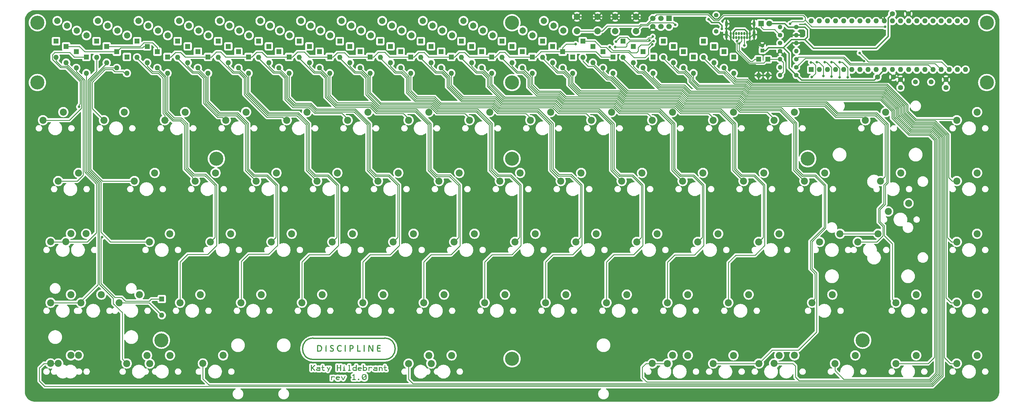
<source format=gtl>
%TF.GenerationSoftware,KiCad,Pcbnew,8.0.2*%
%TF.CreationDate,2024-05-27T21:53:29-04:00*%
%TF.ProjectId,discipline-pcb,64697363-6970-46c6-996e-652d7063622e,1.0*%
%TF.SameCoordinates,Original*%
%TF.FileFunction,Copper,L1,Top*%
%TF.FilePolarity,Positive*%
%FSLAX46Y46*%
G04 Gerber Fmt 4.6, Leading zero omitted, Abs format (unit mm)*
G04 Created by KiCad (PCBNEW 8.0.2) date 2024-05-27 21:53:29*
%MOMM*%
%LPD*%
G01*
G04 APERTURE LIST*
%TA.AperFunction,NonConductor*%
%ADD10C,1.015810*%
%TD*%
%TA.AperFunction,EtchedComponent*%
%ADD11C,0.000000*%
%TD*%
%TA.AperFunction,EtchedComponent*%
%ADD12C,0.400000*%
%TD*%
%TA.AperFunction,EtchedComponent*%
%ADD13C,0.010000*%
%TD*%
%TA.AperFunction,ComponentPad*%
%ADD14C,2.200000*%
%TD*%
%TA.AperFunction,ComponentPad*%
%ADD15C,4.400000*%
%TD*%
%TA.AperFunction,ComponentPad*%
%ADD16R,1.600000X1.600000*%
%TD*%
%TA.AperFunction,ComponentPad*%
%ADD17O,1.600000X1.600000*%
%TD*%
%TA.AperFunction,ComponentPad*%
%ADD18C,1.400000*%
%TD*%
%TA.AperFunction,ComponentPad*%
%ADD19O,1.400000X1.400000*%
%TD*%
%TA.AperFunction,ComponentPad*%
%ADD20C,2.000000*%
%TD*%
%TA.AperFunction,ComponentPad*%
%ADD21R,1.800000X1.800000*%
%TD*%
%TA.AperFunction,ComponentPad*%
%ADD22C,1.800000*%
%TD*%
%TA.AperFunction,ComponentPad*%
%ADD23R,1.200000X1.200000*%
%TD*%
%TA.AperFunction,ComponentPad*%
%ADD24C,1.200000*%
%TD*%
%TA.AperFunction,ComponentPad*%
%ADD25C,1.600000*%
%TD*%
%TA.AperFunction,ComponentPad*%
%ADD26O,0.650000X1.000000*%
%TD*%
%TA.AperFunction,ComponentPad*%
%ADD27O,0.900000X2.400000*%
%TD*%
%TA.AperFunction,ComponentPad*%
%ADD28O,0.900000X1.700000*%
%TD*%
%TA.AperFunction,ComponentPad*%
%ADD29C,1.500000*%
%TD*%
%TA.AperFunction,ComponentPad*%
%ADD30R,1.700000X1.700000*%
%TD*%
%TA.AperFunction,ComponentPad*%
%ADD31C,1.700000*%
%TD*%
%TA.AperFunction,ViaPad*%
%ADD32C,0.800000*%
%TD*%
%TA.AperFunction,Conductor*%
%ADD33C,0.250000*%
%TD*%
%TA.AperFunction,Conductor*%
%ADD34C,0.400000*%
%TD*%
G04 APERTURE END LIST*
D10*
X96011905Y-64161810D02*
G75*
G02*
X94996095Y-64161810I-507905J0D01*
G01*
X94996095Y-64161810D02*
G75*
G02*
X96011905Y-64161810I507905J0D01*
G01*
X77215905Y-61113810D02*
G75*
G02*
X76200095Y-61113810I-507905J0D01*
G01*
X76200095Y-61113810D02*
G75*
G02*
X77215905Y-61113810I507905J0D01*
G01*
X181863905Y-62637810D02*
G75*
G02*
X180848095Y-62637810I-507905J0D01*
G01*
X180848095Y-62637810D02*
G75*
G02*
X181863905Y-62637810I507905J0D01*
G01*
X166115905Y-61113810D02*
G75*
G02*
X165100095Y-61113810I-507905J0D01*
G01*
X165100095Y-61113810D02*
G75*
G02*
X166115905Y-61113810I507905J0D01*
G01*
X64518750Y-61113961D02*
G75*
G02*
X63502940Y-61113961I-507905J0D01*
G01*
X63502940Y-61113961D02*
G75*
G02*
X64518750Y-61113961I507905J0D01*
G01*
X222757905Y-64161810D02*
G75*
G02*
X221742095Y-64161810I-507905J0D01*
G01*
X221742095Y-64161810D02*
G75*
G02*
X222757905Y-64161810I507905J0D01*
G01*
X83311905Y-64161810D02*
G75*
G02*
X82296095Y-64161810I-507905J0D01*
G01*
X82296095Y-64161810D02*
G75*
G02*
X83311905Y-64161810I507905J0D01*
G01*
X197611905Y-64161810D02*
G75*
G02*
X196596095Y-64161810I-507905J0D01*
G01*
X196596095Y-64161810D02*
G75*
G02*
X197611905Y-64161810I507905J0D01*
G01*
X121411905Y-64161810D02*
G75*
G02*
X120396095Y-64161810I-507905J0D01*
G01*
X120396095Y-64161810D02*
G75*
G02*
X121411905Y-64161810I507905J0D01*
G01*
X194563905Y-62637810D02*
G75*
G02*
X193548095Y-62637810I-507905J0D01*
G01*
X193548095Y-62637810D02*
G75*
G02*
X194563905Y-62637810I507905J0D01*
G01*
X70611905Y-64161810D02*
G75*
G02*
X69596095Y-64161810I-507905J0D01*
G01*
X69596095Y-64161810D02*
G75*
G02*
X70611905Y-64161810I507905J0D01*
G01*
X153415905Y-61113810D02*
G75*
G02*
X152400095Y-61113810I-507905J0D01*
G01*
X152400095Y-61113810D02*
G75*
G02*
X153415905Y-61113810I507905J0D01*
G01*
X187959905Y-65685810D02*
G75*
G02*
X186944095Y-65685810I-507905J0D01*
G01*
X186944095Y-65685810D02*
G75*
G02*
X187959905Y-65685810I507905J0D01*
G01*
X89915905Y-61113810D02*
G75*
G02*
X88900095Y-61113810I-507905J0D01*
G01*
X88900095Y-61113810D02*
G75*
G02*
X89915905Y-61113810I507905J0D01*
G01*
X92963905Y-62637810D02*
G75*
G02*
X91948095Y-62637810I-507905J0D01*
G01*
X91948095Y-62637810D02*
G75*
G02*
X92963905Y-62637810I507905J0D01*
G01*
X219709905Y-62637810D02*
G75*
G02*
X218694095Y-62637810I-507905J0D01*
G01*
X218694095Y-62637810D02*
G75*
G02*
X219709905Y-62637810I507905J0D01*
G01*
X207009905Y-62637810D02*
G75*
G02*
X205994095Y-62637810I-507905J0D01*
G01*
X205994095Y-62637810D02*
G75*
G02*
X207009905Y-62637810I507905J0D01*
G01*
X169163905Y-62637810D02*
G75*
G02*
X168148095Y-62637810I-507905J0D01*
G01*
X168148095Y-62637810D02*
G75*
G02*
X169163905Y-62637810I507905J0D01*
G01*
X108711905Y-64161810D02*
G75*
G02*
X107696095Y-64161810I-507905J0D01*
G01*
X107696095Y-64161810D02*
G75*
G02*
X108711905Y-64161810I507905J0D01*
G01*
X143763905Y-62637810D02*
G75*
G02*
X142748095Y-62637810I-507905J0D01*
G01*
X142748095Y-62637810D02*
G75*
G02*
X143763905Y-62637810I507905J0D01*
G01*
X99059905Y-65685810D02*
G75*
G02*
X98044095Y-65685810I-507905J0D01*
G01*
X98044095Y-65685810D02*
G75*
G02*
X99059905Y-65685810I507905J0D01*
G01*
X159511905Y-64161810D02*
G75*
G02*
X158496095Y-64161810I-507905J0D01*
G01*
X158496095Y-64161810D02*
G75*
G02*
X159511905Y-64161810I507905J0D01*
G01*
X128015905Y-61113810D02*
G75*
G02*
X127000095Y-61113810I-507905J0D01*
G01*
X127000095Y-61113810D02*
G75*
G02*
X128015905Y-61113810I507905J0D01*
G01*
X80263905Y-62637810D02*
G75*
G02*
X79248095Y-62637810I-507905J0D01*
G01*
X79248095Y-62637810D02*
G75*
G02*
X80263905Y-62637810I507905J0D01*
G01*
X146811905Y-64161810D02*
G75*
G02*
X145796095Y-64161810I-507905J0D01*
G01*
X145796095Y-64161810D02*
G75*
G02*
X146811905Y-64161810I507905J0D01*
G01*
X102615905Y-61113810D02*
G75*
G02*
X101600095Y-61113810I-507905J0D01*
G01*
X101600095Y-61113810D02*
G75*
G02*
X102615905Y-61113810I507905J0D01*
G01*
X124459905Y-65685810D02*
G75*
G02*
X123444095Y-65685810I-507905J0D01*
G01*
X123444095Y-65685810D02*
G75*
G02*
X124459905Y-65685810I507905J0D01*
G01*
X213105905Y-65685810D02*
G75*
G02*
X212090095Y-65685810I-507905J0D01*
G01*
X212090095Y-65685810D02*
G75*
G02*
X213105905Y-65685810I507905J0D01*
G01*
X162559905Y-65685810D02*
G75*
G02*
X161544095Y-65685810I-507905J0D01*
G01*
X161544095Y-65685810D02*
G75*
G02*
X162559905Y-65685810I507905J0D01*
G01*
X178815905Y-61113810D02*
G75*
G02*
X177800095Y-61113810I-507905J0D01*
G01*
X177800095Y-61113810D02*
G75*
G02*
X178815905Y-61113810I507905J0D01*
G01*
X156463905Y-62637810D02*
G75*
G02*
X155448095Y-62637810I-507905J0D01*
G01*
X155448095Y-62637810D02*
G75*
G02*
X156463905Y-62637810I507905J0D01*
G01*
X216661905Y-61113810D02*
G75*
G02*
X215646095Y-61113810I-507905J0D01*
G01*
X215646095Y-61113810D02*
G75*
G02*
X216661905Y-61113810I507905J0D01*
G01*
X175259905Y-65685810D02*
G75*
G02*
X174244095Y-65685810I-507905J0D01*
G01*
X174244095Y-65685810D02*
G75*
G02*
X175259905Y-65685810I507905J0D01*
G01*
X86359905Y-65685810D02*
G75*
G02*
X85344095Y-65685810I-507905J0D01*
G01*
X85344095Y-65685810D02*
G75*
G02*
X86359905Y-65685810I507905J0D01*
G01*
X200659905Y-65685810D02*
G75*
G02*
X199644095Y-65685810I-507905J0D01*
G01*
X199644095Y-65685810D02*
G75*
G02*
X200659905Y-65685810I507905J0D01*
G01*
X149859905Y-65685810D02*
G75*
G02*
X148844095Y-65685810I-507905J0D01*
G01*
X148844095Y-65685810D02*
G75*
G02*
X149859905Y-65685810I507905J0D01*
G01*
X118363905Y-62637810D02*
G75*
G02*
X117348095Y-62637810I-507905J0D01*
G01*
X117348095Y-62637810D02*
G75*
G02*
X118363905Y-62637810I507905J0D01*
G01*
X140715905Y-61113810D02*
G75*
G02*
X139700095Y-61113810I-507905J0D01*
G01*
X139700095Y-61113810D02*
G75*
G02*
X140715905Y-61113810I507905J0D01*
G01*
X131063905Y-62637810D02*
G75*
G02*
X130048095Y-62637810I-507905J0D01*
G01*
X130048095Y-62637810D02*
G75*
G02*
X131063905Y-62637810I507905J0D01*
G01*
X210057905Y-64161810D02*
G75*
G02*
X209042095Y-64161810I-507905J0D01*
G01*
X209042095Y-64161810D02*
G75*
G02*
X210057905Y-64161810I507905J0D01*
G01*
X134111905Y-64161810D02*
G75*
G02*
X133096095Y-64161810I-507905J0D01*
G01*
X133096095Y-64161810D02*
G75*
G02*
X134111905Y-64161810I507905J0D01*
G01*
X105663905Y-62637810D02*
G75*
G02*
X104648095Y-62637810I-507905J0D01*
G01*
X104648095Y-62637810D02*
G75*
G02*
X105663905Y-62637810I507905J0D01*
G01*
X137159905Y-65685810D02*
G75*
G02*
X136144095Y-65685810I-507905J0D01*
G01*
X136144095Y-65685810D02*
G75*
G02*
X137159905Y-65685810I507905J0D01*
G01*
X184911905Y-64161810D02*
G75*
G02*
X183896095Y-64161810I-507905J0D01*
G01*
X183896095Y-64161810D02*
G75*
G02*
X184911905Y-64161810I507905J0D01*
G01*
X111759905Y-65685810D02*
G75*
G02*
X110744095Y-65685810I-507905J0D01*
G01*
X110744095Y-65685810D02*
G75*
G02*
X111759905Y-65685810I507905J0D01*
G01*
X67563905Y-62637810D02*
G75*
G02*
X66548095Y-62637810I-507905J0D01*
G01*
X66548095Y-62637810D02*
G75*
G02*
X67563905Y-62637810I507905J0D01*
G01*
X191515905Y-61113810D02*
G75*
G02*
X190500095Y-61113810I-507905J0D01*
G01*
X190500095Y-61113810D02*
G75*
G02*
X191515905Y-61113810I507905J0D01*
G01*
X73659905Y-65685810D02*
G75*
G02*
X72644095Y-65685810I-507905J0D01*
G01*
X72644095Y-65685810D02*
G75*
G02*
X73659905Y-65685810I507905J0D01*
G01*
X115315905Y-61113810D02*
G75*
G02*
X114300095Y-61113810I-507905J0D01*
G01*
X114300095Y-61113810D02*
G75*
G02*
X115315905Y-61113810I507905J0D01*
G01*
X172211905Y-64161810D02*
G75*
G02*
X171196095Y-64161810I-507905J0D01*
G01*
X171196095Y-64161810D02*
G75*
G02*
X172211905Y-64161810I507905J0D01*
G01*
D11*
%TA.AperFunction,EtchedComponent*%
G36*
X158451539Y-173402323D02*
G01*
X158451539Y-173600416D01*
X158231435Y-173600416D01*
X158011331Y-173600416D01*
X158011331Y-173402323D01*
X158011331Y-173204229D01*
X158231435Y-173204229D01*
X158451539Y-173204229D01*
X158451539Y-173402323D01*
G37*
%TD.AperFunction*%
%TA.AperFunction,EtchedComponent*%
G36*
X156954832Y-172543917D02*
G01*
X156954832Y-173336292D01*
X157152925Y-173336292D01*
X157274736Y-173340120D01*
X157332430Y-173362224D01*
X157349899Y-173418532D01*
X157351019Y-173468354D01*
X157351019Y-173600416D01*
X156800759Y-173600416D01*
X156250499Y-173600416D01*
X156250499Y-173468354D01*
X156256241Y-173387147D01*
X156289397Y-173348684D01*
X156373860Y-173337038D01*
X156448593Y-173336292D01*
X156646686Y-173336292D01*
X156646686Y-172808042D01*
X156646686Y-172279792D01*
X156448593Y-172279792D01*
X156326782Y-172275964D01*
X156269088Y-172253860D01*
X156251619Y-172197552D01*
X156250499Y-172147730D01*
X156261407Y-172054190D01*
X156312859Y-172019713D01*
X156382561Y-172015668D01*
X156487407Y-171995981D01*
X156514624Y-171949636D01*
X156549861Y-171891275D01*
X156580655Y-171883605D01*
X156639016Y-171848368D01*
X156646686Y-171817574D01*
X156680097Y-171768736D01*
X156786727Y-171751662D01*
X156800759Y-171751543D01*
X156954832Y-171751543D01*
X156954832Y-172543917D01*
G37*
%TD.AperFunction*%
%TA.AperFunction,EtchedComponent*%
G36*
X149871386Y-172426174D02*
G01*
X149911226Y-172471872D01*
X149911504Y-172477886D01*
X149935274Y-172536468D01*
X149955525Y-172543917D01*
X149994579Y-172508262D01*
X149999546Y-172477886D01*
X150016133Y-172444006D01*
X150076316Y-172423673D01*
X150195729Y-172413957D01*
X150351712Y-172411855D01*
X150532406Y-172414965D01*
X150640847Y-172426249D01*
X150692668Y-172448639D01*
X150703879Y-172477886D01*
X150739116Y-172536247D01*
X150769910Y-172543917D01*
X150822332Y-172583291D01*
X150835941Y-172675980D01*
X150827352Y-172764707D01*
X150783787Y-172801100D01*
X150681868Y-172808042D01*
X150567913Y-172793723D01*
X150528074Y-172748025D01*
X150527795Y-172742011D01*
X150506059Y-172702190D01*
X150429787Y-172681689D01*
X150285681Y-172675980D01*
X150139672Y-172681908D01*
X150064500Y-172702709D01*
X150043567Y-172742011D01*
X150008329Y-172800372D01*
X149977535Y-172808042D01*
X149945321Y-172823481D01*
X149925256Y-172879830D01*
X149914831Y-172992134D01*
X149911539Y-173175438D01*
X149911504Y-173204229D01*
X149911504Y-173600416D01*
X149757431Y-173600416D01*
X149603359Y-173600416D01*
X149603359Y-173006136D01*
X149603359Y-172411855D01*
X149757431Y-172411855D01*
X149871386Y-172426174D01*
G37*
%TD.AperFunction*%
%TA.AperFunction,EtchedComponent*%
G36*
X154042923Y-172419217D02*
G01*
X154085381Y-172456558D01*
X154093480Y-172543917D01*
X154073793Y-172648762D01*
X154027449Y-172675980D01*
X153975026Y-172715353D01*
X153961418Y-172808042D01*
X153941731Y-172912887D01*
X153895386Y-172940104D01*
X153842964Y-172979478D01*
X153829355Y-173072167D01*
X153809669Y-173177012D01*
X153763324Y-173204229D01*
X153710901Y-173243603D01*
X153697293Y-173336292D01*
X153677606Y-173441137D01*
X153631262Y-173468354D01*
X153572900Y-173503591D01*
X153565230Y-173534385D01*
X153531820Y-173583223D01*
X153425190Y-173600297D01*
X153411158Y-173600416D01*
X153297203Y-173586098D01*
X153257363Y-173540399D01*
X153257085Y-173534385D01*
X153221848Y-173476024D01*
X153191054Y-173468354D01*
X153138631Y-173428981D01*
X153125022Y-173336292D01*
X153105336Y-173231446D01*
X153058991Y-173204229D01*
X153006569Y-173164856D01*
X152992960Y-173072167D01*
X152973273Y-172967322D01*
X152926929Y-172940104D01*
X152874506Y-172900731D01*
X152860898Y-172808042D01*
X152841211Y-172703197D01*
X152794866Y-172675980D01*
X152742444Y-172636606D01*
X152728835Y-172543917D01*
X152737424Y-172455190D01*
X152780989Y-172418797D01*
X152882908Y-172411855D01*
X152986424Y-172419217D01*
X153028881Y-172456558D01*
X153036981Y-172543917D01*
X153056668Y-172648762D01*
X153103012Y-172675980D01*
X153155435Y-172715353D01*
X153169043Y-172808042D01*
X153188730Y-172912887D01*
X153235074Y-172940104D01*
X153287497Y-172979478D01*
X153301106Y-173072167D01*
X153312950Y-173166548D01*
X153363300Y-173201075D01*
X153411158Y-173204229D01*
X153489809Y-173190016D01*
X153518581Y-173129596D01*
X153521210Y-173072167D01*
X153540896Y-172967322D01*
X153587241Y-172940104D01*
X153639663Y-172900731D01*
X153653272Y-172808042D01*
X153672959Y-172703197D01*
X153719303Y-172675980D01*
X153771726Y-172636606D01*
X153785334Y-172543917D01*
X153793923Y-172455190D01*
X153837488Y-172418797D01*
X153939407Y-172411855D01*
X154042923Y-172419217D01*
G37*
%TD.AperFunction*%
%TA.AperFunction,EtchedComponent*%
G36*
X151981739Y-172414218D02*
G01*
X152107896Y-172422861D01*
X152175619Y-172440115D01*
X152199666Y-172468309D01*
X152200586Y-172477886D01*
X152235823Y-172536247D01*
X152266617Y-172543917D01*
X152324978Y-172579154D01*
X152332648Y-172609948D01*
X152367885Y-172668310D01*
X152398679Y-172675980D01*
X152451102Y-172715353D01*
X152464711Y-172808042D01*
X152445024Y-172912887D01*
X152398679Y-172940104D01*
X152340318Y-172975342D01*
X152332648Y-173006136D01*
X152318478Y-173036289D01*
X152266491Y-173055905D01*
X152162476Y-173067013D01*
X151992220Y-173071644D01*
X151870430Y-173072167D01*
X151659355Y-173074191D01*
X151522046Y-173081618D01*
X151444288Y-173096477D01*
X151411870Y-173120799D01*
X151408211Y-173138198D01*
X151443449Y-173196559D01*
X151474243Y-173204229D01*
X151532604Y-173239466D01*
X151540274Y-173270260D01*
X151555713Y-173302474D01*
X151612062Y-173322540D01*
X151724366Y-173332965D01*
X151907670Y-173336257D01*
X151936461Y-173336292D01*
X152129745Y-173338865D01*
X152250139Y-173348256D01*
X152312689Y-173366974D01*
X152332439Y-173397524D01*
X152332648Y-173402323D01*
X152297411Y-173460684D01*
X152266617Y-173468354D01*
X152208256Y-173503591D01*
X152200586Y-173534385D01*
X152185619Y-173565862D01*
X152130879Y-173585781D01*
X152021606Y-173596474D01*
X151843041Y-173600271D01*
X151782388Y-173600416D01*
X151583037Y-173598053D01*
X151456880Y-173589410D01*
X151389157Y-173572156D01*
X151365110Y-173543962D01*
X151364191Y-173534385D01*
X151328953Y-173476024D01*
X151298159Y-173468354D01*
X151239798Y-173433117D01*
X151232128Y-173402323D01*
X151196891Y-173343961D01*
X151166097Y-173336292D01*
X151131267Y-173318997D01*
X151110823Y-173256498D01*
X151101579Y-173132875D01*
X151100066Y-173006136D01*
X151103525Y-172831987D01*
X151114527Y-172742011D01*
X151540274Y-172742011D01*
X151558396Y-172777887D01*
X151623556Y-172798420D01*
X151751948Y-172807079D01*
X151848419Y-172808042D01*
X152015840Y-172804159D01*
X152111660Y-172790196D01*
X152152072Y-172762683D01*
X152156565Y-172742011D01*
X152138443Y-172706135D01*
X152073282Y-172685602D01*
X151944890Y-172676942D01*
X151848419Y-172675980D01*
X151680999Y-172679863D01*
X151585179Y-172693826D01*
X151544766Y-172721338D01*
X151540274Y-172742011D01*
X151114527Y-172742011D01*
X151116024Y-172729764D01*
X151140749Y-172683544D01*
X151166097Y-172675980D01*
X151224458Y-172640742D01*
X151232128Y-172609948D01*
X151267365Y-172551587D01*
X151298159Y-172543917D01*
X151356521Y-172508680D01*
X151364191Y-172477886D01*
X151379158Y-172446410D01*
X151433898Y-172426490D01*
X151543171Y-172415797D01*
X151721735Y-172412000D01*
X151782388Y-172411855D01*
X151981739Y-172414218D01*
G37*
%TD.AperFunction*%
%TA.AperFunction,EtchedComponent*%
G36*
X160172960Y-171754653D02*
G01*
X160281401Y-171765937D01*
X160333222Y-171788327D01*
X160344433Y-171817574D01*
X160383807Y-171869997D01*
X160476496Y-171883605D01*
X160570035Y-171894513D01*
X160604512Y-171945966D01*
X160608558Y-172015668D01*
X160628245Y-172120513D01*
X160674589Y-172147730D01*
X160703058Y-172160975D01*
X160722211Y-172209688D01*
X160733731Y-172307338D01*
X160739302Y-172467393D01*
X160740620Y-172675980D01*
X160738965Y-172903731D01*
X160732876Y-173056952D01*
X160720669Y-173149111D01*
X160700662Y-173193678D01*
X160674589Y-173204229D01*
X160622167Y-173243603D01*
X160608558Y-173336292D01*
X160597650Y-173429831D01*
X160546198Y-173464308D01*
X160476496Y-173468354D01*
X160371650Y-173488041D01*
X160344433Y-173534385D01*
X160327846Y-173568265D01*
X160267663Y-173588598D01*
X160148250Y-173598314D01*
X159992267Y-173600416D01*
X159811573Y-173597306D01*
X159703132Y-173586022D01*
X159651311Y-173563632D01*
X159640100Y-173534385D01*
X159600727Y-173481963D01*
X159508038Y-173468354D01*
X159414498Y-173457446D01*
X159380021Y-173405994D01*
X159375976Y-173336292D01*
X159356289Y-173231446D01*
X159309944Y-173204229D01*
X159684121Y-173204229D01*
X159684121Y-173336292D01*
X159992267Y-173336292D01*
X160159687Y-173332408D01*
X160255508Y-173318445D01*
X160295920Y-173290933D01*
X160300412Y-173270260D01*
X160335650Y-173211899D01*
X160366444Y-173204229D01*
X160398658Y-173188790D01*
X160418723Y-173132441D01*
X160429148Y-173020137D01*
X160432440Y-172836833D01*
X160432475Y-172808042D01*
X160427857Y-172618206D01*
X160415076Y-172482789D01*
X160395736Y-172416243D01*
X160388454Y-172411855D01*
X160349400Y-172447510D01*
X160344433Y-172477886D01*
X160309196Y-172536247D01*
X160278402Y-172543917D01*
X160220041Y-172579154D01*
X160212371Y-172609948D01*
X160177134Y-172668310D01*
X160146340Y-172675980D01*
X160087978Y-172711217D01*
X160080308Y-172742011D01*
X160045071Y-172800372D01*
X160014277Y-172808042D01*
X159955916Y-172843279D01*
X159948246Y-172874073D01*
X159913009Y-172932435D01*
X159882215Y-172940104D01*
X159823853Y-172975342D01*
X159816184Y-173006136D01*
X159780946Y-173064497D01*
X159750152Y-173072167D01*
X159697730Y-173111540D01*
X159684121Y-173204229D01*
X159309944Y-173204229D01*
X159281476Y-173190985D01*
X159262323Y-173142272D01*
X159250803Y-173044622D01*
X159245232Y-172884566D01*
X159243913Y-172675980D01*
X159244873Y-172543917D01*
X159552059Y-172543917D01*
X159556676Y-172733754D01*
X159569458Y-172869171D01*
X159588798Y-172935716D01*
X159596080Y-172940104D01*
X159635134Y-172904449D01*
X159640100Y-172874073D01*
X159675338Y-172815712D01*
X159706132Y-172808042D01*
X159764493Y-172772805D01*
X159772163Y-172742011D01*
X159807400Y-172683649D01*
X159838194Y-172675980D01*
X159896555Y-172640742D01*
X159904225Y-172609948D01*
X159939462Y-172551587D01*
X159970256Y-172543917D01*
X160028618Y-172508680D01*
X160036288Y-172477886D01*
X160071525Y-172419525D01*
X160102319Y-172411855D01*
X160160680Y-172376618D01*
X160168350Y-172345824D01*
X160203587Y-172287462D01*
X160234381Y-172279792D01*
X160286804Y-172240419D01*
X160300412Y-172147730D01*
X160300412Y-172015668D01*
X159992267Y-172015668D01*
X159824846Y-172019551D01*
X159729026Y-172033514D01*
X159688614Y-172061027D01*
X159684121Y-172081699D01*
X159648884Y-172140060D01*
X159618090Y-172147730D01*
X159585876Y-172163169D01*
X159565810Y-172219518D01*
X159555385Y-172331822D01*
X159552094Y-172515126D01*
X159552059Y-172543917D01*
X159244873Y-172543917D01*
X159245569Y-172448229D01*
X159251658Y-172295008D01*
X159263864Y-172202848D01*
X159283871Y-172158281D01*
X159309944Y-172147730D01*
X159362367Y-172108357D01*
X159375976Y-172015668D01*
X159386883Y-171922128D01*
X159438336Y-171887651D01*
X159508038Y-171883605D01*
X159612883Y-171863919D01*
X159640100Y-171817574D01*
X159656688Y-171783694D01*
X159716871Y-171763361D01*
X159836283Y-171753645D01*
X159992267Y-171751543D01*
X160172960Y-171754653D01*
G37*
%TD.AperFunction*%
%TA.AperFunction,EtchedComponent*%
G36*
X153827556Y-169143699D02*
G01*
X153869867Y-169180912D01*
X153877938Y-169267969D01*
X153869379Y-169356390D01*
X153825964Y-169392657D01*
X153724397Y-169399575D01*
X153621239Y-169392239D01*
X153578928Y-169355026D01*
X153570857Y-169267969D01*
X153579416Y-169179548D01*
X153622831Y-169143281D01*
X153724397Y-169136363D01*
X153827556Y-169143699D01*
G37*
%TD.AperFunction*%
%TA.AperFunction,EtchedComponent*%
G36*
X151728370Y-169267969D02*
G01*
X151728370Y-169662788D01*
X152101254Y-169662788D01*
X152474138Y-169662788D01*
X152474138Y-169267969D01*
X152474138Y-168873150D01*
X152627679Y-168873150D01*
X152781220Y-168873150D01*
X152781220Y-169794394D01*
X152781220Y-170715638D01*
X152627679Y-170715638D01*
X152474138Y-170715638D01*
X152474138Y-170320819D01*
X152474138Y-169926000D01*
X152101254Y-169926000D01*
X151728370Y-169926000D01*
X151728370Y-170320819D01*
X151728370Y-170715638D01*
X151574829Y-170715638D01*
X151421289Y-170715638D01*
X151421289Y-169794394D01*
X151421289Y-168873150D01*
X151574829Y-168873150D01*
X151728370Y-168873150D01*
X151728370Y-169267969D01*
G37*
%TD.AperFunction*%
%TA.AperFunction,EtchedComponent*%
G36*
X153877938Y-169991803D02*
G01*
X153877938Y-170452425D01*
X154009544Y-170452425D01*
X154102761Y-170463295D01*
X154137119Y-170514570D01*
X154141151Y-170584031D01*
X154141151Y-170715638D01*
X153724397Y-170715638D01*
X153307644Y-170715638D01*
X153307644Y-170584031D01*
X153318515Y-170490815D01*
X153369789Y-170456457D01*
X153439251Y-170452425D01*
X153570857Y-170452425D01*
X153570857Y-170123410D01*
X153567410Y-169949863D01*
X153554953Y-169847993D01*
X153530314Y-169801932D01*
X153505054Y-169794394D01*
X153452812Y-169755157D01*
X153439251Y-169662788D01*
X153444043Y-169584880D01*
X153473508Y-169546030D01*
X153550277Y-169532659D01*
X153658594Y-169531182D01*
X153877938Y-169531182D01*
X153877938Y-169991803D01*
G37*
%TD.AperFunction*%
%TA.AperFunction,EtchedComponent*%
G36*
X155501081Y-169662788D02*
G01*
X155501081Y-170452425D01*
X155632688Y-170452425D01*
X155725904Y-170463295D01*
X155760262Y-170514570D01*
X155764294Y-170584031D01*
X155764294Y-170715638D01*
X155347541Y-170715638D01*
X154930788Y-170715638D01*
X154930788Y-170584031D01*
X154941658Y-170490815D01*
X154992933Y-170456457D01*
X155062394Y-170452425D01*
X155194000Y-170452425D01*
X155194000Y-169794394D01*
X155192807Y-169536853D01*
X155188413Y-169354832D01*
X155179599Y-169236136D01*
X155165147Y-169168569D01*
X155143835Y-169139937D01*
X155128197Y-169136363D01*
X155075956Y-169097125D01*
X155062394Y-169004757D01*
X155067186Y-168926849D01*
X155096651Y-168887999D01*
X155173420Y-168874628D01*
X155281738Y-168873150D01*
X155501081Y-168873150D01*
X155501081Y-169662788D01*
G37*
%TD.AperFunction*%
%TA.AperFunction,EtchedComponent*%
G36*
X165236596Y-169533061D02*
G01*
X165378819Y-169539964D01*
X165461172Y-169553787D01*
X165497561Y-169576425D01*
X165503154Y-169596985D01*
X165538269Y-169655144D01*
X165568957Y-169662788D01*
X165627117Y-169697903D01*
X165634760Y-169728591D01*
X165669876Y-169786751D01*
X165700563Y-169794394D01*
X165730613Y-169808516D01*
X165750161Y-169860323D01*
X165761230Y-169963979D01*
X165765846Y-170133647D01*
X165766366Y-170255016D01*
X165766366Y-170715638D01*
X165612826Y-170715638D01*
X165459285Y-170715638D01*
X165459285Y-170320819D01*
X165456721Y-170128202D01*
X165447362Y-170008224D01*
X165428709Y-169945891D01*
X165398264Y-169926208D01*
X165393482Y-169926000D01*
X165335322Y-169890885D01*
X165327679Y-169860197D01*
X165306018Y-169820514D01*
X165230009Y-169800083D01*
X165086401Y-169794394D01*
X164845123Y-169794394D01*
X164845123Y-170255016D01*
X164845123Y-170715638D01*
X164691582Y-170715638D01*
X164538042Y-170715638D01*
X164538042Y-170123410D01*
X164538042Y-169531182D01*
X165020598Y-169531182D01*
X165236596Y-169533061D01*
G37*
%TD.AperFunction*%
%TA.AperFunction,EtchedComponent*%
G36*
X147122152Y-169267969D02*
G01*
X147122152Y-169531182D01*
X147319562Y-169531182D01*
X147440952Y-169534997D01*
X147498446Y-169557024D01*
X147515855Y-169613138D01*
X147516971Y-169662788D01*
X147511248Y-169743714D01*
X147478207Y-169782044D01*
X147394036Y-169793650D01*
X147319562Y-169794394D01*
X147122152Y-169794394D01*
X147122152Y-170123410D01*
X147122152Y-170452425D01*
X147385365Y-170452425D01*
X147648577Y-170452425D01*
X147648577Y-170584031D01*
X147648577Y-170715638D01*
X147297627Y-170715638D01*
X147117558Y-170712538D01*
X147009491Y-170701293D01*
X146957850Y-170678980D01*
X146946677Y-170649834D01*
X146911562Y-170591675D01*
X146880874Y-170584031D01*
X146848771Y-170568645D01*
X146828775Y-170512491D01*
X146818386Y-170400575D01*
X146815106Y-170217904D01*
X146815071Y-170189213D01*
X146815071Y-169794394D01*
X146683465Y-169794394D01*
X146590248Y-169783524D01*
X146555890Y-169732249D01*
X146551859Y-169662788D01*
X146562729Y-169569571D01*
X146614004Y-169535213D01*
X146683465Y-169531182D01*
X146815071Y-169531182D01*
X146815071Y-169267969D01*
X146815071Y-169004757D01*
X146968612Y-169004757D01*
X147122152Y-169004757D01*
X147122152Y-169267969D01*
G37*
%TD.AperFunction*%
%TA.AperFunction,EtchedComponent*%
G36*
X166599872Y-169267969D02*
G01*
X166599872Y-169531182D01*
X166797282Y-169531182D01*
X166918672Y-169534997D01*
X166976166Y-169557024D01*
X166993575Y-169613138D01*
X166994691Y-169662788D01*
X166988969Y-169743714D01*
X166955927Y-169782044D01*
X166871756Y-169793650D01*
X166797282Y-169794394D01*
X166599872Y-169794394D01*
X166599872Y-170123410D01*
X166599872Y-170452425D01*
X166863085Y-170452425D01*
X167126297Y-170452425D01*
X167126297Y-170584031D01*
X167126297Y-170715638D01*
X166775347Y-170715638D01*
X166595278Y-170712538D01*
X166487212Y-170701293D01*
X166435570Y-170678980D01*
X166424397Y-170649834D01*
X166389282Y-170591675D01*
X166358594Y-170584031D01*
X166326492Y-170568645D01*
X166306495Y-170512491D01*
X166296106Y-170400575D01*
X166292826Y-170217904D01*
X166292791Y-170189213D01*
X166292791Y-169794394D01*
X166161185Y-169794394D01*
X166067968Y-169783524D01*
X166033611Y-169732249D01*
X166029579Y-169662788D01*
X166040449Y-169569571D01*
X166091724Y-169535213D01*
X166161185Y-169531182D01*
X166292791Y-169531182D01*
X166292791Y-169267969D01*
X166292791Y-169004757D01*
X166446332Y-169004757D01*
X166599872Y-169004757D01*
X166599872Y-169267969D01*
G37*
%TD.AperFunction*%
%TA.AperFunction,EtchedComponent*%
G36*
X161558857Y-169545451D02*
G01*
X161598559Y-169590992D01*
X161598836Y-169596985D01*
X161622524Y-169655364D01*
X161642705Y-169662788D01*
X161681624Y-169627256D01*
X161686574Y-169596985D01*
X161703104Y-169563222D01*
X161763079Y-169542959D01*
X161882079Y-169533276D01*
X162037524Y-169531182D01*
X162217593Y-169534281D01*
X162325659Y-169545526D01*
X162377301Y-169567839D01*
X162388473Y-169596985D01*
X162423589Y-169655144D01*
X162454277Y-169662788D01*
X162506518Y-169702025D01*
X162520080Y-169794394D01*
X162511520Y-169882815D01*
X162468106Y-169919082D01*
X162366539Y-169926000D01*
X162252978Y-169911731D01*
X162213276Y-169866190D01*
X162212999Y-169860197D01*
X162191337Y-169820514D01*
X162115328Y-169800083D01*
X161971720Y-169794394D01*
X161826215Y-169800302D01*
X161751303Y-169821031D01*
X161730442Y-169860197D01*
X161695327Y-169918357D01*
X161664639Y-169926000D01*
X161632537Y-169941386D01*
X161612540Y-169997540D01*
X161602151Y-170109456D01*
X161598871Y-170292127D01*
X161598836Y-170320819D01*
X161598836Y-170715638D01*
X161445296Y-170715638D01*
X161291755Y-170715638D01*
X161291755Y-170123410D01*
X161291755Y-169531182D01*
X161445296Y-169531182D01*
X161558857Y-169545451D01*
G37*
%TD.AperFunction*%
%TA.AperFunction,EtchedComponent*%
G36*
X149352944Y-169538518D02*
G01*
X149395255Y-169575731D01*
X149403327Y-169662788D01*
X149383708Y-169767271D01*
X149337524Y-169794394D01*
X149285282Y-169833631D01*
X149271720Y-169926000D01*
X149252102Y-170030483D01*
X149205917Y-170057606D01*
X149153676Y-170096844D01*
X149140114Y-170189213D01*
X149120496Y-170293696D01*
X149074311Y-170320819D01*
X149022070Y-170360056D01*
X149008508Y-170452425D01*
X148988889Y-170556908D01*
X148942705Y-170584031D01*
X148890463Y-170623269D01*
X148876902Y-170715638D01*
X148857283Y-170820120D01*
X148811099Y-170847244D01*
X148752939Y-170882359D01*
X148745296Y-170913047D01*
X148712000Y-170961716D01*
X148605739Y-170978731D01*
X148591755Y-170978850D01*
X148478194Y-170964581D01*
X148438492Y-170919040D01*
X148438214Y-170913047D01*
X148473330Y-170854887D01*
X148504018Y-170847244D01*
X148556259Y-170808006D01*
X148569821Y-170715638D01*
X148589439Y-170611155D01*
X148635624Y-170584031D01*
X148687865Y-170544794D01*
X148701427Y-170452425D01*
X148681808Y-170347942D01*
X148635624Y-170320819D01*
X148583382Y-170281581D01*
X148569821Y-170189213D01*
X148550202Y-170084730D01*
X148504018Y-170057606D01*
X148451776Y-170018369D01*
X148438214Y-169926000D01*
X148418596Y-169821517D01*
X148372411Y-169794394D01*
X148320170Y-169755157D01*
X148306608Y-169662788D01*
X148315167Y-169574367D01*
X148358582Y-169538100D01*
X148460149Y-169531182D01*
X148563307Y-169538518D01*
X148605618Y-169575731D01*
X148613689Y-169662788D01*
X148633308Y-169767271D01*
X148679492Y-169794394D01*
X148731734Y-169833631D01*
X148745296Y-169926000D01*
X148757099Y-170020055D01*
X148807276Y-170054463D01*
X148854967Y-170057606D01*
X148933347Y-170043442D01*
X148962020Y-169983231D01*
X148964639Y-169926000D01*
X148984258Y-169821517D01*
X149030442Y-169794394D01*
X149082684Y-169755157D01*
X149096246Y-169662788D01*
X149104805Y-169574367D01*
X149148219Y-169538100D01*
X149249786Y-169531182D01*
X149352944Y-169538518D01*
G37*
%TD.AperFunction*%
%TA.AperFunction,EtchedComponent*%
G36*
X145890482Y-169533061D02*
G01*
X146032705Y-169539964D01*
X146115058Y-169553787D01*
X146151447Y-169576425D01*
X146157040Y-169596985D01*
X146192155Y-169655144D01*
X146222843Y-169662788D01*
X146251214Y-169675987D01*
X146270300Y-169724531D01*
X146281780Y-169821844D01*
X146287332Y-169981347D01*
X146288646Y-170189213D01*
X146288646Y-170715638D01*
X145674484Y-170715638D01*
X145426787Y-170714320D01*
X145254231Y-170709471D01*
X145144244Y-170699742D01*
X145084257Y-170683788D01*
X145061700Y-170660261D01*
X145060322Y-170649834D01*
X145025206Y-170591675D01*
X144994518Y-170584031D01*
X144951147Y-170558196D01*
X144931391Y-170470351D01*
X144928715Y-170386622D01*
X144933070Y-170320819D01*
X145235796Y-170320819D01*
X145235796Y-170452425D01*
X145608681Y-170452425D01*
X145981565Y-170452425D01*
X145981565Y-170320819D01*
X145981565Y-170189213D01*
X145608681Y-170189213D01*
X145235796Y-170189213D01*
X145235796Y-170320819D01*
X144933070Y-170320819D01*
X144937327Y-170256507D01*
X144966609Y-170197239D01*
X144994518Y-170189213D01*
X145052678Y-170154097D01*
X145060322Y-170123410D01*
X145095437Y-170065250D01*
X145126125Y-170057606D01*
X145184284Y-170022491D01*
X145191928Y-169991803D01*
X145207314Y-169959701D01*
X145263468Y-169939704D01*
X145375384Y-169929315D01*
X145558055Y-169926035D01*
X145586746Y-169926000D01*
X145779363Y-169923436D01*
X145899341Y-169914077D01*
X145961674Y-169895424D01*
X145981357Y-169864979D01*
X145981565Y-169860197D01*
X145967443Y-169830148D01*
X145915636Y-169810600D01*
X145811980Y-169799530D01*
X145642312Y-169794915D01*
X145520943Y-169794394D01*
X145310598Y-169792377D01*
X145173763Y-169784976D01*
X145096274Y-169770168D01*
X145063967Y-169745929D01*
X145060322Y-169728591D01*
X145095437Y-169670431D01*
X145126125Y-169662788D01*
X145184284Y-169627672D01*
X145191928Y-169596985D01*
X145205711Y-169567530D01*
X145256333Y-169548136D01*
X145357699Y-169536906D01*
X145523716Y-169531944D01*
X145674484Y-169531182D01*
X145890482Y-169533061D01*
G37*
%TD.AperFunction*%
%TA.AperFunction,EtchedComponent*%
G36*
X163745059Y-169533061D02*
G01*
X163887282Y-169539964D01*
X163969635Y-169553787D01*
X164006024Y-169576425D01*
X164011617Y-169596985D01*
X164046732Y-169655144D01*
X164077420Y-169662788D01*
X164105790Y-169675987D01*
X164124877Y-169724531D01*
X164136357Y-169821844D01*
X164141909Y-169981347D01*
X164143223Y-170189213D01*
X164143223Y-170715638D01*
X163529061Y-170715638D01*
X163281364Y-170714320D01*
X163108807Y-170709471D01*
X162998821Y-170699742D01*
X162938834Y-170683788D01*
X162916277Y-170660261D01*
X162914898Y-170649834D01*
X162879783Y-170591675D01*
X162849095Y-170584031D01*
X162805724Y-170558196D01*
X162785968Y-170470351D01*
X162783292Y-170386622D01*
X162787647Y-170320819D01*
X163090373Y-170320819D01*
X163090373Y-170452425D01*
X163463258Y-170452425D01*
X163836142Y-170452425D01*
X163836142Y-170320819D01*
X163836142Y-170189213D01*
X163463258Y-170189213D01*
X163090373Y-170189213D01*
X163090373Y-170320819D01*
X162787647Y-170320819D01*
X162791904Y-170256507D01*
X162821186Y-170197239D01*
X162849095Y-170189213D01*
X162907255Y-170154097D01*
X162914898Y-170123410D01*
X162950014Y-170065250D01*
X162980701Y-170057606D01*
X163038861Y-170022491D01*
X163046505Y-169991803D01*
X163061891Y-169959701D01*
X163118045Y-169939704D01*
X163229960Y-169929315D01*
X163412632Y-169926035D01*
X163441323Y-169926000D01*
X163633940Y-169923436D01*
X163753918Y-169914077D01*
X163816251Y-169895424D01*
X163835934Y-169864979D01*
X163836142Y-169860197D01*
X163822020Y-169830148D01*
X163770213Y-169810600D01*
X163666557Y-169799530D01*
X163496889Y-169794915D01*
X163375520Y-169794394D01*
X163165175Y-169792377D01*
X163028340Y-169784976D01*
X162950850Y-169770168D01*
X162918544Y-169745929D01*
X162914898Y-169728591D01*
X162950014Y-169670431D01*
X162980701Y-169662788D01*
X163038861Y-169627672D01*
X163046505Y-169596985D01*
X163060288Y-169567530D01*
X163110910Y-169548136D01*
X163212276Y-169536906D01*
X163378293Y-169531944D01*
X163529061Y-169531182D01*
X163745059Y-169533061D01*
G37*
%TD.AperFunction*%
%TA.AperFunction,EtchedComponent*%
G36*
X157650650Y-169794394D02*
G01*
X157650650Y-170715638D01*
X157102290Y-170715638D01*
X156870001Y-170714084D01*
X156712216Y-170708369D01*
X156615740Y-170696908D01*
X156567378Y-170678118D01*
X156553935Y-170650415D01*
X156553931Y-170649834D01*
X156518816Y-170591675D01*
X156488128Y-170584031D01*
X156429968Y-170548916D01*
X156422325Y-170518228D01*
X156387209Y-170460068D01*
X156356522Y-170452425D01*
X156321812Y-170435190D01*
X156301438Y-170372908D01*
X156292226Y-170249711D01*
X156290719Y-170123410D01*
X156597800Y-170123410D01*
X156606412Y-170253525D01*
X156635693Y-170312792D01*
X156663603Y-170320819D01*
X156721763Y-170355934D01*
X156729406Y-170386622D01*
X156747465Y-170422374D01*
X156812401Y-170442836D01*
X156940350Y-170451466D01*
X157036487Y-170452425D01*
X157343568Y-170452425D01*
X157343568Y-170189213D01*
X157343568Y-169926000D01*
X157211962Y-169926000D01*
X157107479Y-169906382D01*
X157080356Y-169860197D01*
X157051380Y-169814442D01*
X156955329Y-169795588D01*
X156904881Y-169794394D01*
X156782868Y-169805260D01*
X156732591Y-169841279D01*
X156729406Y-169860197D01*
X156694291Y-169918357D01*
X156663603Y-169926000D01*
X156620231Y-169951835D01*
X156600476Y-170039680D01*
X156597800Y-170123410D01*
X156290719Y-170123410D01*
X156294166Y-169949863D01*
X156306622Y-169847993D01*
X156331262Y-169801932D01*
X156356522Y-169794394D01*
X156414682Y-169759279D01*
X156422325Y-169728591D01*
X156457440Y-169670431D01*
X156488128Y-169662788D01*
X156546288Y-169627672D01*
X156553931Y-169596985D01*
X156570461Y-169563222D01*
X156630437Y-169542959D01*
X156749436Y-169533276D01*
X156904881Y-169531182D01*
X157084950Y-169534281D01*
X157193017Y-169545526D01*
X157244659Y-169567839D01*
X157255831Y-169596985D01*
X157279519Y-169655364D01*
X157299700Y-169662788D01*
X157320720Y-169621375D01*
X157335714Y-169506739D01*
X157343083Y-169333280D01*
X157343568Y-169267969D01*
X157343568Y-168873150D01*
X157497109Y-168873150D01*
X157650650Y-168873150D01*
X157650650Y-169794394D01*
G37*
%TD.AperFunction*%
%TA.AperFunction,EtchedComponent*%
G36*
X159844087Y-169267969D02*
G01*
X159848688Y-169457150D01*
X159861425Y-169592099D01*
X159880699Y-169658414D01*
X159887955Y-169662788D01*
X159926875Y-169627256D01*
X159931824Y-169596985D01*
X159948354Y-169563222D01*
X160008330Y-169542959D01*
X160127329Y-169533276D01*
X160282774Y-169531182D01*
X160462843Y-169534281D01*
X160570910Y-169545526D01*
X160622552Y-169567839D01*
X160633724Y-169596985D01*
X160668839Y-169655144D01*
X160699527Y-169662788D01*
X160757687Y-169697903D01*
X160765330Y-169728591D01*
X160800446Y-169786751D01*
X160831133Y-169794394D01*
X160865843Y-169811629D01*
X160886217Y-169873911D01*
X160895429Y-169997108D01*
X160896936Y-170123410D01*
X160893489Y-170296956D01*
X160881033Y-170398826D01*
X160856394Y-170444887D01*
X160831133Y-170452425D01*
X160772973Y-170487541D01*
X160765330Y-170518228D01*
X160730215Y-170576388D01*
X160699527Y-170584031D01*
X160641367Y-170619147D01*
X160633724Y-170649834D01*
X160620780Y-170677709D01*
X160573152Y-170696643D01*
X160477643Y-170708220D01*
X160321060Y-170714024D01*
X160090206Y-170715637D01*
X160085365Y-170715638D01*
X159537005Y-170715638D01*
X159537005Y-170452425D01*
X159537005Y-170189213D01*
X159844087Y-170189213D01*
X159844087Y-170452425D01*
X160151168Y-170452425D01*
X160318010Y-170448555D01*
X160413499Y-170434640D01*
X160453772Y-170407223D01*
X160458249Y-170386622D01*
X160493364Y-170328462D01*
X160524052Y-170320819D01*
X160567424Y-170294984D01*
X160587180Y-170207139D01*
X160589855Y-170123410D01*
X160581243Y-169993294D01*
X160551962Y-169934027D01*
X160524052Y-169926000D01*
X160465892Y-169890885D01*
X160458249Y-169860197D01*
X160436587Y-169820514D01*
X160360579Y-169800083D01*
X160216971Y-169794394D01*
X160071466Y-169800302D01*
X159996554Y-169821031D01*
X159975693Y-169860197D01*
X159940577Y-169918357D01*
X159909890Y-169926000D01*
X159871681Y-169946214D01*
X159851167Y-170017873D01*
X159844216Y-170157499D01*
X159844087Y-170189213D01*
X159537005Y-170189213D01*
X159537005Y-169794394D01*
X159537005Y-168873150D01*
X159690546Y-168873150D01*
X159844087Y-168873150D01*
X159844087Y-169267969D01*
G37*
%TD.AperFunction*%
%TA.AperFunction,EtchedComponent*%
G36*
X158792490Y-169533537D02*
G01*
X158918211Y-169542150D01*
X158985700Y-169559344D01*
X159009664Y-169587441D01*
X159010581Y-169596985D01*
X159045696Y-169655144D01*
X159076384Y-169662788D01*
X159134543Y-169697903D01*
X159142187Y-169728591D01*
X159177302Y-169786751D01*
X159207990Y-169794394D01*
X159260231Y-169833631D01*
X159273793Y-169926000D01*
X159254174Y-170030483D01*
X159207990Y-170057606D01*
X159149830Y-170092722D01*
X159142187Y-170123410D01*
X159128065Y-170153459D01*
X159076258Y-170173007D01*
X158972602Y-170184077D01*
X158802934Y-170188692D01*
X158681565Y-170189213D01*
X158471220Y-170191230D01*
X158334384Y-170198631D01*
X158256895Y-170213439D01*
X158224589Y-170237677D01*
X158220943Y-170255016D01*
X158256059Y-170313176D01*
X158286746Y-170320819D01*
X158344906Y-170355934D01*
X158352549Y-170386622D01*
X158367936Y-170418725D01*
X158424090Y-170438721D01*
X158536005Y-170449110D01*
X158718677Y-170452390D01*
X158747368Y-170452425D01*
X158939985Y-170454989D01*
X159059963Y-170464348D01*
X159122296Y-170483001D01*
X159141979Y-170513446D01*
X159142187Y-170518228D01*
X159107071Y-170576388D01*
X159076384Y-170584031D01*
X159018224Y-170619147D01*
X159010581Y-170649834D01*
X158995665Y-170681202D01*
X158941114Y-170701053D01*
X158832219Y-170711709D01*
X158654271Y-170715493D01*
X158593828Y-170715638D01*
X158395165Y-170713282D01*
X158269444Y-170704669D01*
X158201955Y-170687475D01*
X158177991Y-170659378D01*
X158177075Y-170649834D01*
X158141959Y-170591675D01*
X158111271Y-170584031D01*
X158053112Y-170548916D01*
X158045468Y-170518228D01*
X158010353Y-170460068D01*
X157979665Y-170452425D01*
X157944956Y-170435190D01*
X157924582Y-170372908D01*
X157915370Y-170249711D01*
X157913862Y-170123410D01*
X157917309Y-169949863D01*
X157928274Y-169860197D01*
X158352549Y-169860197D01*
X158370609Y-169895949D01*
X158435544Y-169916411D01*
X158563493Y-169925041D01*
X158659631Y-169926000D01*
X158826473Y-169922130D01*
X158921962Y-169908216D01*
X158962235Y-169880798D01*
X158966712Y-169860197D01*
X158948653Y-169824445D01*
X158883717Y-169803983D01*
X158755768Y-169795353D01*
X158659631Y-169794394D01*
X158492788Y-169798264D01*
X158397299Y-169812179D01*
X158357027Y-169839596D01*
X158352549Y-169860197D01*
X157928274Y-169860197D01*
X157929766Y-169847993D01*
X157954405Y-169801932D01*
X157979665Y-169794394D01*
X158037825Y-169759279D01*
X158045468Y-169728591D01*
X158080584Y-169670431D01*
X158111271Y-169662788D01*
X158169431Y-169627672D01*
X158177075Y-169596985D01*
X158191990Y-169565617D01*
X158246541Y-169545766D01*
X158355436Y-169535110D01*
X158533384Y-169531326D01*
X158593828Y-169531182D01*
X158792490Y-169533537D01*
G37*
%TD.AperFunction*%
%TA.AperFunction,EtchedComponent*%
G36*
X143612653Y-169267969D02*
G01*
X143617255Y-169457150D01*
X143629992Y-169592099D01*
X143649265Y-169658414D01*
X143656522Y-169662788D01*
X143695441Y-169627256D01*
X143700391Y-169596985D01*
X143735506Y-169538825D01*
X143766194Y-169531182D01*
X143824354Y-169496066D01*
X143831997Y-169465378D01*
X143867112Y-169407219D01*
X143897800Y-169399575D01*
X143955960Y-169364460D01*
X143963603Y-169333772D01*
X143998719Y-169275612D01*
X144029406Y-169267969D01*
X144087566Y-169232854D01*
X144095209Y-169202166D01*
X144130325Y-169144006D01*
X144161012Y-169136363D01*
X144219172Y-169101247D01*
X144226815Y-169070560D01*
X144261931Y-169012400D01*
X144292619Y-169004757D01*
X144350778Y-168969641D01*
X144358422Y-168938954D01*
X144391717Y-168890284D01*
X144497978Y-168873269D01*
X144511962Y-168873150D01*
X144615120Y-168880487D01*
X144657431Y-168917700D01*
X144665503Y-169004757D01*
X144645884Y-169109240D01*
X144599700Y-169136363D01*
X144541540Y-169171478D01*
X144533897Y-169202166D01*
X144498781Y-169260326D01*
X144468094Y-169267969D01*
X144409934Y-169303085D01*
X144402290Y-169333772D01*
X144367175Y-169391932D01*
X144336487Y-169399575D01*
X144278327Y-169434691D01*
X144270684Y-169465378D01*
X144235569Y-169523538D01*
X144204881Y-169531182D01*
X144146721Y-169566297D01*
X144139078Y-169596985D01*
X144103963Y-169655144D01*
X144073275Y-169662788D01*
X144021033Y-169702025D01*
X144007472Y-169794394D01*
X144027090Y-169898877D01*
X144073275Y-169926000D01*
X144131435Y-169961116D01*
X144139078Y-169991803D01*
X144174193Y-170049963D01*
X144204881Y-170057606D01*
X144263041Y-170092722D01*
X144270684Y-170123410D01*
X144305800Y-170181569D01*
X144336487Y-170189213D01*
X144394647Y-170224328D01*
X144402290Y-170255016D01*
X144437406Y-170313176D01*
X144468094Y-170320819D01*
X144526253Y-170355934D01*
X144533897Y-170386622D01*
X144569012Y-170444782D01*
X144599700Y-170452425D01*
X144651941Y-170491662D01*
X144665503Y-170584031D01*
X144656944Y-170672452D01*
X144613529Y-170708719D01*
X144511962Y-170715638D01*
X144398401Y-170701368D01*
X144358699Y-170655827D01*
X144358422Y-170649834D01*
X144323306Y-170591675D01*
X144292619Y-170584031D01*
X144234459Y-170548916D01*
X144226815Y-170518228D01*
X144191700Y-170460068D01*
X144161012Y-170452425D01*
X144102853Y-170417310D01*
X144095209Y-170386622D01*
X144060094Y-170328462D01*
X144029406Y-170320819D01*
X143971246Y-170285703D01*
X143963603Y-170255016D01*
X143928488Y-170196856D01*
X143897800Y-170189213D01*
X143839640Y-170154097D01*
X143831997Y-170123410D01*
X143796881Y-170065250D01*
X143766194Y-170057606D01*
X143708034Y-170022491D01*
X143700391Y-169991803D01*
X143676703Y-169933424D01*
X143656522Y-169926000D01*
X143635502Y-169967413D01*
X143620507Y-170082049D01*
X143613139Y-170255508D01*
X143612653Y-170320819D01*
X143612653Y-170715638D01*
X143459113Y-170715638D01*
X143305572Y-170715638D01*
X143305572Y-169794394D01*
X143305572Y-168873150D01*
X143459113Y-168873150D01*
X143612653Y-168873150D01*
X143612653Y-169267969D01*
G37*
%TD.AperFunction*%
D12*
X144037456Y-167154210D02*
X166337456Y-167154210D01*
X144057456Y-160474210D02*
X166337456Y-160474210D01*
X144027456Y-167154210D02*
G75*
G02*
X144027456Y-160474210I0J3340000D01*
G01*
X166327456Y-160474210D02*
G75*
G02*
X166327456Y-167154210I0J-3340000D01*
G01*
D13*
X159893227Y-162660967D02*
X160015656Y-162671099D01*
X160015656Y-164629968D01*
X159770798Y-164650234D01*
X159770798Y-162650834D01*
X159893227Y-162660967D01*
%TA.AperFunction,EtchedComponent*%
G36*
X159893227Y-162660967D02*
G01*
X160015656Y-162671099D01*
X160015656Y-164629968D01*
X159770798Y-164650234D01*
X159770798Y-162650834D01*
X159893227Y-162660967D01*
G37*
%TD.AperFunction*%
X148131852Y-164629968D02*
X148025522Y-164640216D01*
X147939522Y-164635155D01*
X147902579Y-164607170D01*
X147898618Y-164564485D01*
X147895587Y-164465130D01*
X147893557Y-164317724D01*
X147892596Y-164130887D01*
X147892773Y-163913238D01*
X147894159Y-163673398D01*
X147894642Y-163617489D01*
X147903317Y-162671099D01*
X148131852Y-162671099D01*
X148131852Y-164629968D01*
%TA.AperFunction,EtchedComponent*%
G36*
X148131852Y-164629968D02*
G01*
X148025522Y-164640216D01*
X147939522Y-164635155D01*
X147902579Y-164607170D01*
X147898618Y-164564485D01*
X147895587Y-164465130D01*
X147893557Y-164317724D01*
X147892596Y-164130887D01*
X147892773Y-163913238D01*
X147894159Y-163673398D01*
X147894642Y-163617489D01*
X147903317Y-162671099D01*
X148131852Y-162671099D01*
X148131852Y-164629968D01*
G37*
%TD.AperFunction*%
X154155374Y-164646292D02*
X154040082Y-164646292D01*
X153959195Y-164635741D01*
X153911587Y-164609863D01*
X153908977Y-164605085D01*
X153905221Y-164562951D01*
X153902376Y-164464122D01*
X153900505Y-164317194D01*
X153899669Y-164130761D01*
X153899931Y-163913418D01*
X153901352Y-163673761D01*
X153901840Y-163617489D01*
X153910515Y-162671099D01*
X154032944Y-162660967D01*
X154155374Y-162650834D01*
X154155374Y-164646292D01*
%TA.AperFunction,EtchedComponent*%
G36*
X154155374Y-164646292D02*
G01*
X154040082Y-164646292D01*
X153959195Y-164635741D01*
X153911587Y-164609863D01*
X153908977Y-164605085D01*
X153905221Y-164562951D01*
X153902376Y-164464122D01*
X153900505Y-164317194D01*
X153899669Y-164130761D01*
X153899931Y-163913418D01*
X153901352Y-163673761D01*
X153901840Y-163617489D01*
X153910515Y-162671099D01*
X154032944Y-162660967D01*
X154155374Y-162650834D01*
X154155374Y-164646292D01*
G37*
%TD.AperFunction*%
X157869063Y-162660967D02*
X157991492Y-162671099D01*
X158008878Y-164415629D01*
X158742392Y-164434081D01*
X158742392Y-164629968D01*
X158267114Y-164638967D01*
X158097108Y-164640682D01*
X157950808Y-164639315D01*
X157840400Y-164635199D01*
X157778070Y-164628668D01*
X157769235Y-164625364D01*
X157763550Y-164588205D01*
X157758388Y-164493994D01*
X157753938Y-164350974D01*
X157750385Y-164167387D01*
X157747916Y-163951478D01*
X157746718Y-163711488D01*
X157746633Y-163626798D01*
X157746633Y-162650834D01*
X157869063Y-162660967D01*
%TA.AperFunction,EtchedComponent*%
G36*
X157869063Y-162660967D02*
G01*
X157991492Y-162671099D01*
X158008878Y-164415629D01*
X158742392Y-164434081D01*
X158742392Y-164629968D01*
X158267114Y-164638967D01*
X158097108Y-164640682D01*
X157950808Y-164639315D01*
X157840400Y-164635199D01*
X157778070Y-164628668D01*
X157769235Y-164625364D01*
X157763550Y-164588205D01*
X157758388Y-164493994D01*
X157753938Y-164350974D01*
X157750385Y-164167387D01*
X157747916Y-163951478D01*
X157746718Y-163711488D01*
X157746633Y-163626798D01*
X157746633Y-162650834D01*
X157869063Y-162660967D01*
G37*
%TD.AperFunction*%
X162734069Y-163640268D02*
X162725425Y-164629968D01*
X162611158Y-164639583D01*
X162517601Y-164634566D01*
X162445477Y-164609338D01*
X162442159Y-164606936D01*
X162412497Y-164568132D01*
X162356197Y-164479783D01*
X162277860Y-164349678D01*
X162182092Y-164185608D01*
X162073495Y-163995362D01*
X161956674Y-163786732D01*
X161944856Y-163765409D01*
X161502285Y-162966146D01*
X161493546Y-163798057D01*
X161484808Y-164629968D01*
X161378221Y-164640235D01*
X161271634Y-164650501D01*
X161280277Y-163660800D01*
X161288921Y-162671099D01*
X161440339Y-162661298D01*
X161541129Y-162660739D01*
X161603506Y-162681279D01*
X161652550Y-162730572D01*
X161684699Y-162780561D01*
X161742835Y-162879148D01*
X161821926Y-163017470D01*
X161916944Y-163186666D01*
X162022859Y-163377872D01*
X162105117Y-163527999D01*
X162496890Y-164246351D01*
X162529538Y-162671099D01*
X162636125Y-162660833D01*
X162742713Y-162650567D01*
X162734069Y-163640268D01*
%TA.AperFunction,EtchedComponent*%
G36*
X162734069Y-163640268D02*
G01*
X162725425Y-164629968D01*
X162611158Y-164639583D01*
X162517601Y-164634566D01*
X162445477Y-164609338D01*
X162442159Y-164606936D01*
X162412497Y-164568132D01*
X162356197Y-164479783D01*
X162277860Y-164349678D01*
X162182092Y-164185608D01*
X162073495Y-163995362D01*
X161956674Y-163786732D01*
X161944856Y-163765409D01*
X161502285Y-162966146D01*
X161493546Y-163798057D01*
X161484808Y-164629968D01*
X161378221Y-164640235D01*
X161271634Y-164650501D01*
X161280277Y-163660800D01*
X161288921Y-162671099D01*
X161440339Y-162661298D01*
X161541129Y-162660739D01*
X161603506Y-162681279D01*
X161652550Y-162730572D01*
X161684699Y-162780561D01*
X161742835Y-162879148D01*
X161821926Y-163017470D01*
X161916944Y-163186666D01*
X162022859Y-163377872D01*
X162105117Y-163527999D01*
X162496890Y-164246351D01*
X162529538Y-162671099D01*
X162636125Y-162660833D01*
X162742713Y-162650567D01*
X162734069Y-163640268D01*
G37*
%TD.AperFunction*%
X164749072Y-162655368D02*
X164884771Y-162657925D01*
X164975079Y-162663614D01*
X165029945Y-162673607D01*
X165059319Y-162689070D01*
X165073151Y-162711174D01*
X165074608Y-162715472D01*
X165081021Y-162794519D01*
X165073315Y-162829739D01*
X165056010Y-162852466D01*
X165017542Y-162867835D01*
X164947162Y-162877197D01*
X164834122Y-162881902D01*
X164667674Y-162883300D01*
X164646928Y-162883310D01*
X164241098Y-162883310D01*
X164250485Y-163185303D01*
X164259872Y-163487295D01*
X164610836Y-163496561D01*
X164961800Y-163505828D01*
X164961800Y-163699506D01*
X164243548Y-163699506D01*
X164243548Y-164415807D01*
X165076068Y-164434081D01*
X165076068Y-164629968D01*
X164569186Y-164638922D01*
X164353731Y-164640947D01*
X164197101Y-164638059D01*
X164092985Y-164629900D01*
X164035072Y-164616111D01*
X164022335Y-164607907D01*
X164009968Y-164563582D01*
X163999695Y-164464305D01*
X163991522Y-164320384D01*
X163985452Y-164142124D01*
X163981490Y-163939834D01*
X163979639Y-163723818D01*
X163979905Y-163504386D01*
X163982291Y-163291842D01*
X163986802Y-163096495D01*
X163993442Y-162928651D01*
X164002214Y-162798616D01*
X164013125Y-162716699D01*
X164021543Y-162693953D01*
X164067798Y-162676565D01*
X164168692Y-162664409D01*
X164327682Y-162657231D01*
X164548224Y-162654779D01*
X164558032Y-162654776D01*
X164749072Y-162655368D01*
%TA.AperFunction,EtchedComponent*%
G36*
X164749072Y-162655368D02*
G01*
X164884771Y-162657925D01*
X164975079Y-162663614D01*
X165029945Y-162673607D01*
X165059319Y-162689070D01*
X165073151Y-162711174D01*
X165074608Y-162715472D01*
X165081021Y-162794519D01*
X165073315Y-162829739D01*
X165056010Y-162852466D01*
X165017542Y-162867835D01*
X164947162Y-162877197D01*
X164834122Y-162881902D01*
X164667674Y-162883300D01*
X164646928Y-162883310D01*
X164241098Y-162883310D01*
X164250485Y-163185303D01*
X164259872Y-163487295D01*
X164610836Y-163496561D01*
X164961800Y-163505828D01*
X164961800Y-163699506D01*
X164243548Y-163699506D01*
X164243548Y-164415807D01*
X165076068Y-164434081D01*
X165076068Y-164629968D01*
X164569186Y-164638922D01*
X164353731Y-164640947D01*
X164197101Y-164638059D01*
X164092985Y-164629900D01*
X164035072Y-164616111D01*
X164022335Y-164607907D01*
X164009968Y-164563582D01*
X163999695Y-164464305D01*
X163991522Y-164320384D01*
X163985452Y-164142124D01*
X163981490Y-163939834D01*
X163979639Y-163723818D01*
X163979905Y-163504386D01*
X163982291Y-163291842D01*
X163986802Y-163096495D01*
X163993442Y-162928651D01*
X164002214Y-162798616D01*
X164013125Y-162716699D01*
X164021543Y-162693953D01*
X164067798Y-162676565D01*
X164168692Y-162664409D01*
X164327682Y-162657231D01*
X164548224Y-162654779D01*
X164558032Y-162654776D01*
X164749072Y-162655368D01*
G37*
%TD.AperFunction*%
X145844792Y-162663531D02*
X146057901Y-162687634D01*
X146234495Y-162736457D01*
X146387427Y-162812457D01*
X146394580Y-162816950D01*
X146546193Y-162950535D01*
X146660045Y-163130150D01*
X146732980Y-163346453D01*
X146761840Y-163590101D01*
X146743731Y-163850102D01*
X146681412Y-164098167D01*
X146579948Y-164296471D01*
X146436000Y-164449859D01*
X146254602Y-164559414D01*
X146163426Y-164588215D01*
X146035359Y-164612240D01*
X145884217Y-164630801D01*
X145723819Y-164643212D01*
X145567982Y-164648785D01*
X145430523Y-164646834D01*
X145325259Y-164636671D01*
X145266009Y-164617610D01*
X145258782Y-164608931D01*
X145254647Y-164565780D01*
X145251459Y-164465980D01*
X145250753Y-164417758D01*
X145503703Y-164417758D01*
X145757967Y-164417758D01*
X145915175Y-164412346D01*
X146032635Y-164393063D01*
X146135227Y-164355341D01*
X146157903Y-164344300D01*
X146295793Y-164246591D01*
X146392863Y-164109937D01*
X146452488Y-163927864D01*
X146476152Y-163734335D01*
X146474971Y-163502917D01*
X146439735Y-163316878D01*
X146367335Y-163164100D01*
X146310872Y-163090229D01*
X146204191Y-162989823D01*
X146084972Y-162926035D01*
X145936269Y-162892618D01*
X145749610Y-162883310D01*
X145503703Y-162883310D01*
X145503703Y-164417758D01*
X145250753Y-164417758D01*
X145249295Y-164318171D01*
X145248228Y-164130992D01*
X145248335Y-163913086D01*
X145249689Y-163673092D01*
X145250169Y-163617489D01*
X145256898Y-162883310D01*
X145258844Y-162671099D01*
X145582316Y-162661693D01*
X145844792Y-162663531D01*
%TA.AperFunction,EtchedComponent*%
G36*
X145844792Y-162663531D02*
G01*
X146057901Y-162687634D01*
X146234495Y-162736457D01*
X146387427Y-162812457D01*
X146394580Y-162816950D01*
X146546193Y-162950535D01*
X146660045Y-163130150D01*
X146732980Y-163346453D01*
X146761840Y-163590101D01*
X146743731Y-163850102D01*
X146681412Y-164098167D01*
X146579948Y-164296471D01*
X146436000Y-164449859D01*
X146254602Y-164559414D01*
X146163426Y-164588215D01*
X146035359Y-164612240D01*
X145884217Y-164630801D01*
X145723819Y-164643212D01*
X145567982Y-164648785D01*
X145430523Y-164646834D01*
X145325259Y-164636671D01*
X145266009Y-164617610D01*
X145258782Y-164608931D01*
X145254647Y-164565780D01*
X145251459Y-164465980D01*
X145250753Y-164417758D01*
X145503703Y-164417758D01*
X145757967Y-164417758D01*
X145915175Y-164412346D01*
X146032635Y-164393063D01*
X146135227Y-164355341D01*
X146157903Y-164344300D01*
X146295793Y-164246591D01*
X146392863Y-164109937D01*
X146452488Y-163927864D01*
X146476152Y-163734335D01*
X146474971Y-163502917D01*
X146439735Y-163316878D01*
X146367335Y-163164100D01*
X146310872Y-163090229D01*
X146204191Y-162989823D01*
X146084972Y-162926035D01*
X145936269Y-162892618D01*
X145749610Y-162883310D01*
X145503703Y-162883310D01*
X145503703Y-164417758D01*
X145250753Y-164417758D01*
X145249295Y-164318171D01*
X145248228Y-164130992D01*
X145248335Y-163913086D01*
X145249689Y-163673092D01*
X145250169Y-163617489D01*
X145256898Y-162883310D01*
X145258844Y-162671099D01*
X145582316Y-162661693D01*
X145844792Y-162663531D01*
G37*
%TD.AperFunction*%
X152408386Y-162635959D02*
X152621244Y-162690119D01*
X152679962Y-162716878D01*
X152784487Y-162784344D01*
X152836756Y-162860616D01*
X152849461Y-162949349D01*
X152834489Y-163012693D01*
X152786729Y-163026512D01*
X152701921Y-162991031D01*
X152651765Y-162959858D01*
X152513590Y-162891158D01*
X152352941Y-162860803D01*
X152332306Y-162859344D01*
X152143062Y-162872186D01*
X151989583Y-162938547D01*
X151866387Y-163061565D01*
X151806649Y-163160111D01*
X151768065Y-163242415D01*
X151743490Y-163320306D01*
X151729877Y-163412270D01*
X151724181Y-163536793D01*
X151723274Y-163666152D01*
X151725317Y-163830258D01*
X151733073Y-163946696D01*
X151749257Y-164033021D01*
X151776585Y-164106793D01*
X151798048Y-164149694D01*
X151908533Y-164293309D01*
X152054800Y-164390362D01*
X152224605Y-164438527D01*
X152405703Y-164435479D01*
X152585849Y-164378891D01*
X152687818Y-164318677D01*
X152759436Y-164274662D01*
X152811380Y-164254634D01*
X152813691Y-164254519D01*
X152844489Y-164280286D01*
X152849916Y-164343086D01*
X152833021Y-164421166D01*
X152796856Y-164492776D01*
X152777122Y-164515256D01*
X152656447Y-164591254D01*
X152493250Y-164643959D01*
X152307205Y-164669959D01*
X152117982Y-164665847D01*
X152012312Y-164647796D01*
X151824801Y-164571180D01*
X151668871Y-164441890D01*
X151547844Y-164266117D01*
X151465039Y-164050050D01*
X151423778Y-163799878D01*
X151424759Y-163552590D01*
X151466364Y-163300088D01*
X151547477Y-163078068D01*
X151663241Y-162897078D01*
X151776084Y-162789979D01*
X151967945Y-162687333D01*
X152184666Y-162635512D01*
X152408386Y-162635959D01*
%TA.AperFunction,EtchedComponent*%
G36*
X152408386Y-162635959D02*
G01*
X152621244Y-162690119D01*
X152679962Y-162716878D01*
X152784487Y-162784344D01*
X152836756Y-162860616D01*
X152849461Y-162949349D01*
X152834489Y-163012693D01*
X152786729Y-163026512D01*
X152701921Y-162991031D01*
X152651765Y-162959858D01*
X152513590Y-162891158D01*
X152352941Y-162860803D01*
X152332306Y-162859344D01*
X152143062Y-162872186D01*
X151989583Y-162938547D01*
X151866387Y-163061565D01*
X151806649Y-163160111D01*
X151768065Y-163242415D01*
X151743490Y-163320306D01*
X151729877Y-163412270D01*
X151724181Y-163536793D01*
X151723274Y-163666152D01*
X151725317Y-163830258D01*
X151733073Y-163946696D01*
X151749257Y-164033021D01*
X151776585Y-164106793D01*
X151798048Y-164149694D01*
X151908533Y-164293309D01*
X152054800Y-164390362D01*
X152224605Y-164438527D01*
X152405703Y-164435479D01*
X152585849Y-164378891D01*
X152687818Y-164318677D01*
X152759436Y-164274662D01*
X152811380Y-164254634D01*
X152813691Y-164254519D01*
X152844489Y-164280286D01*
X152849916Y-164343086D01*
X152833021Y-164421166D01*
X152796856Y-164492776D01*
X152777122Y-164515256D01*
X152656447Y-164591254D01*
X152493250Y-164643959D01*
X152307205Y-164669959D01*
X152117982Y-164665847D01*
X152012312Y-164647796D01*
X151824801Y-164571180D01*
X151668871Y-164441890D01*
X151547844Y-164266117D01*
X151465039Y-164050050D01*
X151423778Y-163799878D01*
X151424759Y-163552590D01*
X151466364Y-163300088D01*
X151547477Y-163078068D01*
X151663241Y-162897078D01*
X151776084Y-162789979D01*
X151967945Y-162687333D01*
X152184666Y-162635512D01*
X152408386Y-162635959D01*
G37*
%TD.AperFunction*%
X155863650Y-162660711D02*
X156033793Y-162669015D01*
X156154340Y-162680525D01*
X156240993Y-162698121D01*
X156309451Y-162724684D01*
X156356603Y-162751175D01*
X156483192Y-162851186D01*
X156561203Y-162971445D01*
X156597976Y-163126571D01*
X156603301Y-163242436D01*
X156579591Y-163453977D01*
X156508446Y-163622394D01*
X156388472Y-163748994D01*
X156218272Y-163835080D01*
X155996453Y-163881960D01*
X155912375Y-163889009D01*
X155657173Y-163903782D01*
X155657173Y-164646292D01*
X155548347Y-164646292D01*
X155467677Y-164640319D01*
X155419230Y-164625812D01*
X155417756Y-164624527D01*
X155412174Y-164587498D01*
X155407121Y-164493586D01*
X155402789Y-164351203D01*
X155399368Y-164168760D01*
X155397049Y-163954668D01*
X155396024Y-163717340D01*
X155395991Y-163665414D01*
X155396428Y-163387409D01*
X155397256Y-163269643D01*
X155657173Y-163269643D01*
X155658914Y-163422368D01*
X155663650Y-163550448D01*
X155670653Y-163640207D01*
X155678938Y-163677740D01*
X155730938Y-163694686D01*
X155824375Y-163698293D01*
X155936910Y-163689223D01*
X156046201Y-163668137D01*
X156051371Y-163666725D01*
X156190303Y-163602535D01*
X156281681Y-163497595D01*
X156329504Y-163346643D01*
X156335892Y-163292377D01*
X156341468Y-163185561D01*
X156329626Y-163116034D01*
X156290997Y-163056290D01*
X156235758Y-162998296D01*
X156171379Y-162937956D01*
X156115104Y-162903537D01*
X156045070Y-162887790D01*
X155939416Y-162883466D01*
X155888973Y-162883310D01*
X155657173Y-162883310D01*
X155657173Y-163269643D01*
X155397256Y-163269643D01*
X155397972Y-163167721D01*
X155400974Y-162999379D01*
X155405476Y-162883310D01*
X155405783Y-162875408D01*
X155412749Y-162788836D01*
X155422223Y-162732690D01*
X155434555Y-162699996D01*
X155445090Y-162687318D01*
X155493218Y-162668250D01*
X155585445Y-162658270D01*
X155729471Y-162656887D01*
X155863650Y-162660711D01*
%TA.AperFunction,EtchedComponent*%
G36*
X155863650Y-162660711D02*
G01*
X156033793Y-162669015D01*
X156154340Y-162680525D01*
X156240993Y-162698121D01*
X156309451Y-162724684D01*
X156356603Y-162751175D01*
X156483192Y-162851186D01*
X156561203Y-162971445D01*
X156597976Y-163126571D01*
X156603301Y-163242436D01*
X156579591Y-163453977D01*
X156508446Y-163622394D01*
X156388472Y-163748994D01*
X156218272Y-163835080D01*
X155996453Y-163881960D01*
X155912375Y-163889009D01*
X155657173Y-163903782D01*
X155657173Y-164646292D01*
X155548347Y-164646292D01*
X155467677Y-164640319D01*
X155419230Y-164625812D01*
X155417756Y-164624527D01*
X155412174Y-164587498D01*
X155407121Y-164493586D01*
X155402789Y-164351203D01*
X155399368Y-164168760D01*
X155397049Y-163954668D01*
X155396024Y-163717340D01*
X155395991Y-163665414D01*
X155396428Y-163387409D01*
X155397256Y-163269643D01*
X155657173Y-163269643D01*
X155658914Y-163422368D01*
X155663650Y-163550448D01*
X155670653Y-163640207D01*
X155678938Y-163677740D01*
X155730938Y-163694686D01*
X155824375Y-163698293D01*
X155936910Y-163689223D01*
X156046201Y-163668137D01*
X156051371Y-163666725D01*
X156190303Y-163602535D01*
X156281681Y-163497595D01*
X156329504Y-163346643D01*
X156335892Y-163292377D01*
X156341468Y-163185561D01*
X156329626Y-163116034D01*
X156290997Y-163056290D01*
X156235758Y-162998296D01*
X156171379Y-162937956D01*
X156115104Y-162903537D01*
X156045070Y-162887790D01*
X155939416Y-162883466D01*
X155888973Y-162883310D01*
X155657173Y-162883310D01*
X155657173Y-163269643D01*
X155397256Y-163269643D01*
X155397972Y-163167721D01*
X155400974Y-162999379D01*
X155405476Y-162883310D01*
X155405783Y-162875408D01*
X155412749Y-162788836D01*
X155422223Y-162732690D01*
X155434555Y-162699996D01*
X155445090Y-162687318D01*
X155493218Y-162668250D01*
X155585445Y-162658270D01*
X155729471Y-162656887D01*
X155863650Y-162660711D01*
G37*
%TD.AperFunction*%
X150058620Y-162650150D02*
X150181691Y-162684296D01*
X150274180Y-162728554D01*
X150316406Y-162773391D01*
X150334272Y-162857763D01*
X150327489Y-162931595D01*
X150307760Y-162961945D01*
X150264101Y-162958916D01*
X150187416Y-162930900D01*
X150153942Y-162914901D01*
X149996013Y-162858251D01*
X149846929Y-162847564D01*
X149717597Y-162878974D01*
X149618923Y-162948617D01*
X149561814Y-163052629D01*
X149552032Y-163128169D01*
X149575421Y-163240997D01*
X149649293Y-163340158D01*
X149779204Y-163431459D01*
X149898620Y-163490354D01*
X150125834Y-163606298D01*
X150289152Y-163724770D01*
X150372520Y-163819849D01*
X150414719Y-163927832D01*
X150432425Y-164068767D01*
X150424946Y-164214800D01*
X150391589Y-164338078D01*
X150385724Y-164350194D01*
X150276350Y-164493769D01*
X150122757Y-164598390D01*
X149935744Y-164660265D01*
X149726111Y-164675603D01*
X149535708Y-164648620D01*
X149419119Y-164610095D01*
X149316971Y-164558593D01*
X149253173Y-164506351D01*
X149250539Y-164502652D01*
X149229230Y-164437173D01*
X149229852Y-164361057D01*
X149251456Y-164308359D01*
X149256050Y-164304820D01*
X149300715Y-164307535D01*
X149379113Y-164335935D01*
X149422808Y-164356995D01*
X149596979Y-164424087D01*
X149764628Y-164446056D01*
X149915771Y-164426186D01*
X150040425Y-164367761D01*
X150128607Y-164274064D01*
X150170333Y-164148378D01*
X150172340Y-164110470D01*
X150150853Y-164021260D01*
X150082869Y-163932090D01*
X149963105Y-163838044D01*
X149786278Y-163734206D01*
X149744317Y-163712201D01*
X149560379Y-163608427D01*
X149431276Y-163511457D01*
X149348801Y-163411095D01*
X149304745Y-163297144D01*
X149290899Y-163159409D01*
X149290849Y-163148930D01*
X149316523Y-162961799D01*
X149393178Y-162815336D01*
X149520261Y-162710107D01*
X149697220Y-162646681D01*
X149793478Y-162631877D01*
X149923154Y-162631036D01*
X150058620Y-162650150D01*
%TA.AperFunction,EtchedComponent*%
G36*
X150058620Y-162650150D02*
G01*
X150181691Y-162684296D01*
X150274180Y-162728554D01*
X150316406Y-162773391D01*
X150334272Y-162857763D01*
X150327489Y-162931595D01*
X150307760Y-162961945D01*
X150264101Y-162958916D01*
X150187416Y-162930900D01*
X150153942Y-162914901D01*
X149996013Y-162858251D01*
X149846929Y-162847564D01*
X149717597Y-162878974D01*
X149618923Y-162948617D01*
X149561814Y-163052629D01*
X149552032Y-163128169D01*
X149575421Y-163240997D01*
X149649293Y-163340158D01*
X149779204Y-163431459D01*
X149898620Y-163490354D01*
X150125834Y-163606298D01*
X150289152Y-163724770D01*
X150372520Y-163819849D01*
X150414719Y-163927832D01*
X150432425Y-164068767D01*
X150424946Y-164214800D01*
X150391589Y-164338078D01*
X150385724Y-164350194D01*
X150276350Y-164493769D01*
X150122757Y-164598390D01*
X149935744Y-164660265D01*
X149726111Y-164675603D01*
X149535708Y-164648620D01*
X149419119Y-164610095D01*
X149316971Y-164558593D01*
X149253173Y-164506351D01*
X149250539Y-164502652D01*
X149229230Y-164437173D01*
X149229852Y-164361057D01*
X149251456Y-164308359D01*
X149256050Y-164304820D01*
X149300715Y-164307535D01*
X149379113Y-164335935D01*
X149422808Y-164356995D01*
X149596979Y-164424087D01*
X149764628Y-164446056D01*
X149915771Y-164426186D01*
X150040425Y-164367761D01*
X150128607Y-164274064D01*
X150170333Y-164148378D01*
X150172340Y-164110470D01*
X150150853Y-164021260D01*
X150082869Y-163932090D01*
X149963105Y-163838044D01*
X149786278Y-163734206D01*
X149744317Y-163712201D01*
X149560379Y-163608427D01*
X149431276Y-163511457D01*
X149348801Y-163411095D01*
X149304745Y-163297144D01*
X149290899Y-163159409D01*
X149290849Y-163148930D01*
X149316523Y-162961799D01*
X149393178Y-162815336D01*
X149520261Y-162710107D01*
X149697220Y-162646681D01*
X149793478Y-162631877D01*
X149923154Y-162631036D01*
X150058620Y-162650150D01*
G37*
%TD.AperFunction*%
D14*
X65881250Y-89693750D03*
X59531250Y-92233750D03*
X84931250Y-89693750D03*
X78581250Y-92233750D03*
X103981250Y-89693750D03*
X97631250Y-92233750D03*
X123031250Y-89693750D03*
X116681250Y-92233750D03*
X142081250Y-89693750D03*
X135731250Y-92233750D03*
X161131250Y-89693750D03*
X154781250Y-92233750D03*
X180181250Y-89693750D03*
X173831250Y-92233750D03*
X199231250Y-89693750D03*
X192881250Y-92233750D03*
X218281250Y-89693750D03*
X211931250Y-92233750D03*
X237331250Y-89693750D03*
X230981250Y-92233750D03*
X256381250Y-89693750D03*
X250031250Y-92233750D03*
X275431250Y-89693750D03*
X269081250Y-92233750D03*
X294481250Y-89693750D03*
X288131250Y-92233750D03*
X351631250Y-89693750D03*
X345281250Y-92233750D03*
X94456250Y-108743750D03*
X88106250Y-111283750D03*
X113506250Y-108743750D03*
X107156250Y-111283750D03*
X132556250Y-108743750D03*
X126206250Y-111283750D03*
X151606250Y-108743750D03*
X145256250Y-111283750D03*
X170656250Y-108743750D03*
X164306250Y-111283750D03*
X189706250Y-108743750D03*
X183356250Y-111283750D03*
X208756250Y-108743750D03*
X202406250Y-111283750D03*
X227806250Y-108743750D03*
X221456250Y-111283750D03*
X246856250Y-108743750D03*
X240506250Y-111283750D03*
X265906250Y-108743750D03*
X259556250Y-111283750D03*
X284956250Y-108743750D03*
X278606250Y-111283750D03*
X304006250Y-108743750D03*
X297656250Y-111283750D03*
X351631250Y-108743750D03*
X345281250Y-111283750D03*
X99218750Y-127793750D03*
X92868750Y-130333750D03*
X118268750Y-127793750D03*
X111918750Y-130333750D03*
X137318750Y-127793750D03*
X130968750Y-130333750D03*
X156368250Y-127793750D03*
X150018250Y-130333750D03*
X175418250Y-127793750D03*
X169068250Y-130333750D03*
X194468250Y-127793750D03*
X188118250Y-130333750D03*
X213518250Y-127793750D03*
X207168250Y-130333750D03*
X232568250Y-127793750D03*
X226218250Y-130333750D03*
X251618250Y-127793750D03*
X245268250Y-130333750D03*
X270668250Y-127793750D03*
X264318250Y-130333750D03*
X289718250Y-127793750D03*
X283368250Y-130333750D03*
X351631250Y-127793750D03*
X345281250Y-130333750D03*
X108743750Y-146843750D03*
X102393750Y-149383750D03*
X127793750Y-146843750D03*
X121443750Y-149383750D03*
X146843750Y-146843750D03*
X140493750Y-149383750D03*
X165894250Y-146843750D03*
X159544250Y-149383750D03*
X184944250Y-146843750D03*
X178594250Y-149383750D03*
X203994250Y-146843750D03*
X197644250Y-149383750D03*
X223044250Y-146843750D03*
X216694250Y-149383750D03*
X242094250Y-146843750D03*
X235744250Y-149383750D03*
X261144250Y-146843750D03*
X254794250Y-149383750D03*
X280194250Y-146843750D03*
X273844250Y-149383750D03*
X332581250Y-146843750D03*
X326231250Y-149383750D03*
X351631250Y-146843750D03*
X345281250Y-149383750D03*
X187325250Y-165893750D03*
X180975250Y-168433750D03*
X313531250Y-165893750D03*
X307181250Y-168433750D03*
X332581250Y-165893750D03*
X326231250Y-168433750D03*
X351631250Y-165893750D03*
X345281250Y-168433750D03*
X323056250Y-89693750D03*
X316706250Y-92233750D03*
X327818250Y-108743750D03*
X321468250Y-111283750D03*
X73025050Y-127783620D03*
X66675050Y-130323620D03*
X320675250Y-127793750D03*
X314325250Y-130333750D03*
X77787450Y-146843750D03*
X71437450Y-149383750D03*
X306387250Y-146843750D03*
X300037250Y-149383750D03*
X68262450Y-165883620D03*
X61912450Y-168423620D03*
X92075050Y-165893750D03*
X85725050Y-168433750D03*
X115887450Y-165883620D03*
X109537450Y-168423620D03*
D15*
X57766382Y-80444750D03*
X57766382Y-61694750D03*
X354660309Y-61694750D03*
X354660309Y-80444750D03*
X96565888Y-161146960D03*
X315860803Y-161146960D03*
X113754723Y-104302994D03*
X298671968Y-104302994D03*
X206213345Y-104302994D03*
X206213345Y-166958110D03*
D14*
X294521528Y-165883620D03*
X288171528Y-168423620D03*
D16*
X63600284Y-67475612D03*
D17*
X63600284Y-72555612D03*
D16*
X85786525Y-72436199D03*
D17*
X85786525Y-77516199D03*
D16*
X88955988Y-67475612D03*
D17*
X88955988Y-72555612D03*
D16*
X101633840Y-67475612D03*
D17*
X101633840Y-72555612D03*
D16*
X114311692Y-67475612D03*
D17*
X114311692Y-72555612D03*
D16*
X126989544Y-67475612D03*
D17*
X126989544Y-72555612D03*
D16*
X139667396Y-67475612D03*
D17*
X139667396Y-72555612D03*
D16*
X152345248Y-67475612D03*
D17*
X152345248Y-72555612D03*
D16*
X165023100Y-67475612D03*
D17*
X165023100Y-72555612D03*
D16*
X177700952Y-67475612D03*
D17*
X177700952Y-72555612D03*
D16*
X190378804Y-67475612D03*
D17*
X190378804Y-72555612D03*
D16*
X203056656Y-67475612D03*
D17*
X203056656Y-72555612D03*
D16*
X215734508Y-67475612D03*
D17*
X215734508Y-72555612D03*
D16*
X228342376Y-67475612D03*
D17*
X228342376Y-72555612D03*
D16*
X275541929Y-72436199D03*
D17*
X275541929Y-77516199D03*
D16*
X66769747Y-69129141D03*
D17*
X66769747Y-74209141D03*
D16*
X82617062Y-70782670D03*
D17*
X82617062Y-75862670D03*
D16*
X92125451Y-69129141D03*
D17*
X92125451Y-74209141D03*
D16*
X104803303Y-69129141D03*
D17*
X104803303Y-74209141D03*
D16*
X117481155Y-69129141D03*
D17*
X117481155Y-74209141D03*
D16*
X130159007Y-69129141D03*
D17*
X130159007Y-74209141D03*
D16*
X142836859Y-69129141D03*
D17*
X142836859Y-74209141D03*
D16*
X155514711Y-69129141D03*
D17*
X155514711Y-74209141D03*
D16*
X168192563Y-69129141D03*
D17*
X168192563Y-74209141D03*
D16*
X180870415Y-69129141D03*
D17*
X180870415Y-74209141D03*
D16*
X193548267Y-69129141D03*
D17*
X193548267Y-74209141D03*
D16*
X206226119Y-69129141D03*
D17*
X206226119Y-74209141D03*
D16*
X218886475Y-69129141D03*
D17*
X218886475Y-74209141D03*
D16*
X231493149Y-69129141D03*
D17*
X231493149Y-74209141D03*
D16*
X272453205Y-70782670D03*
D17*
X272453205Y-75862670D03*
D16*
X69939210Y-70782670D03*
D17*
X69939210Y-75862670D03*
D16*
X79447599Y-69129141D03*
D17*
X79447599Y-74209141D03*
D16*
X95294914Y-70782670D03*
D17*
X95294914Y-75862670D03*
D16*
X107972766Y-70782670D03*
D17*
X107972766Y-75862670D03*
D16*
X120650618Y-70782670D03*
D17*
X120650618Y-75862670D03*
D16*
X133328470Y-70782670D03*
D17*
X133328470Y-75862670D03*
D16*
X146006322Y-70782670D03*
D17*
X146006322Y-75862670D03*
D16*
X158684174Y-70782670D03*
D17*
X158684174Y-75862670D03*
D16*
X171362026Y-70782670D03*
D17*
X171362026Y-75862670D03*
D16*
X184039878Y-70782670D03*
D17*
X184039878Y-75862670D03*
D16*
X196717730Y-70782670D03*
D17*
X196717730Y-75862670D03*
D16*
X209395582Y-70782670D03*
D17*
X209395582Y-75862670D03*
D16*
X234643922Y-70782670D03*
D17*
X234643922Y-75862670D03*
D16*
X269364481Y-69129141D03*
D17*
X269364481Y-74209141D03*
D16*
X73108673Y-72436199D03*
D17*
X73108673Y-77516199D03*
D16*
X98464377Y-72436199D03*
D17*
X98464377Y-77516199D03*
D16*
X111142229Y-72436199D03*
D17*
X111142229Y-77516199D03*
D16*
X123820081Y-72436199D03*
D17*
X123820081Y-77516199D03*
D16*
X136497933Y-72436199D03*
D17*
X136497933Y-77516199D03*
D16*
X149175785Y-72436199D03*
D17*
X149175785Y-77516199D03*
D16*
X161853637Y-72436199D03*
D17*
X161853637Y-77516199D03*
D16*
X174531489Y-72436199D03*
D17*
X174531489Y-77516199D03*
D16*
X187209341Y-72436199D03*
D17*
X187209341Y-77516199D03*
D16*
X199887193Y-72436199D03*
D17*
X199887193Y-77516199D03*
D16*
X212565045Y-72436199D03*
D17*
X212565045Y-77516199D03*
D16*
X222038442Y-70782670D03*
D17*
X222038442Y-75862670D03*
D16*
X237794695Y-72436199D03*
D17*
X237794695Y-77516199D03*
D16*
X266089606Y-67475612D03*
D17*
X266089606Y-72555612D03*
D16*
X259788058Y-70782670D03*
D17*
X259788058Y-75862670D03*
D16*
X76278136Y-67475612D03*
D17*
X76278136Y-72555612D03*
D16*
X256637284Y-69129141D03*
D17*
X256637284Y-74209141D03*
D16*
X253486511Y-67475612D03*
D17*
X253486511Y-72555612D03*
D16*
X250335738Y-72436199D03*
D17*
X250335738Y-77516199D03*
D16*
X225190409Y-72436199D03*
D17*
X225190409Y-77516199D03*
D16*
X244096241Y-69129141D03*
D17*
X244096241Y-74209141D03*
D16*
X240945468Y-67475612D03*
D17*
X240945468Y-72555612D03*
D16*
X262938832Y-72436199D03*
D17*
X262938832Y-77516199D03*
D16*
X247184965Y-70782670D03*
D17*
X247184965Y-75862670D03*
D18*
X295106316Y-73152052D03*
D19*
X290026316Y-73152052D03*
D18*
X295106316Y-75645517D03*
D19*
X290026316Y-75645517D03*
D18*
X290026316Y-70580211D03*
D19*
X295106316Y-70580211D03*
D20*
X226485732Y-59836074D03*
X232985732Y-59836074D03*
X226485732Y-64336074D03*
X232985732Y-64336074D03*
D21*
X284127716Y-61970830D03*
D22*
X286667716Y-61970830D03*
D18*
X290026316Y-65567034D03*
D19*
X295106316Y-65567034D03*
D20*
X238485732Y-59836074D03*
X244985732Y-59836074D03*
X238485732Y-64336074D03*
X244985732Y-64336074D03*
D18*
X270047614Y-64450838D03*
X270047614Y-59350838D03*
D23*
X284477676Y-70404866D03*
D24*
X284477676Y-68904866D03*
D25*
X325125530Y-58926178D03*
X330125530Y-58926178D03*
X320471062Y-78716416D03*
X325471062Y-78716416D03*
D14*
X256410884Y-165883620D03*
X250060884Y-168423620D03*
X275466206Y-165893750D03*
X269116206Y-168433750D03*
D26*
X280523468Y-66391022D03*
X279673468Y-66391022D03*
X278823468Y-66391022D03*
X277973468Y-66391022D03*
X277123468Y-66391022D03*
X276273468Y-66391022D03*
X275423468Y-66391022D03*
X274573468Y-66391022D03*
X274568468Y-65066022D03*
X275418468Y-65066022D03*
X276268468Y-65066022D03*
X277118468Y-65066022D03*
X277968468Y-65066022D03*
X278818468Y-65066022D03*
X279668468Y-65066022D03*
X280523468Y-65066022D03*
D27*
X281873468Y-65411022D03*
D28*
X281873468Y-62031022D03*
D27*
X273223468Y-65411022D03*
D28*
X273223468Y-62031022D03*
D25*
X341906112Y-82006040D03*
X341906112Y-79506040D03*
X327680238Y-82006040D03*
X327680238Y-79506040D03*
D16*
X286174982Y-73162196D03*
D17*
X286174982Y-78242196D03*
D16*
X283305310Y-73162196D03*
D17*
X283305310Y-78242196D03*
D18*
X295106316Y-78138982D03*
D19*
X290026316Y-78138982D03*
D29*
X337251644Y-80256240D03*
X332371644Y-80256240D03*
D18*
X295106316Y-63073204D03*
D19*
X290026316Y-63073204D03*
D18*
X290026316Y-68060499D03*
D19*
X295106316Y-68060499D03*
D30*
X255293830Y-60350870D03*
D31*
X255293830Y-62890870D03*
X252753830Y-60350870D03*
X252753830Y-62890870D03*
X250213830Y-60350870D03*
X250213830Y-62890870D03*
D14*
X68262500Y-127783620D03*
X61912500Y-130323620D03*
X70643700Y-165883620D03*
X64293700Y-168423620D03*
X99243031Y-165889819D03*
X92893031Y-168429819D03*
X180207573Y-165901640D03*
X173857573Y-168441640D03*
X261183936Y-165893750D03*
X254833936Y-168433750D03*
X289740128Y-165893750D03*
X283390128Y-168433750D03*
X70643750Y-108743750D03*
X64293750Y-111283750D03*
D16*
X299753430Y-76389182D03*
D17*
X302293430Y-76389182D03*
X304833430Y-76389182D03*
X307373430Y-76389182D03*
X309913430Y-76389182D03*
X312453430Y-76389182D03*
X314993430Y-76389182D03*
X317533430Y-76389182D03*
X320073430Y-76389182D03*
X322613430Y-76389182D03*
X325153430Y-76389182D03*
X327693430Y-76389182D03*
X330233430Y-76389182D03*
X332773430Y-76389182D03*
X335313430Y-76389182D03*
X337853430Y-76389182D03*
X340393430Y-76389182D03*
X342933430Y-76389182D03*
X345473430Y-76389182D03*
X348013430Y-76389182D03*
X348013430Y-61149182D03*
X345473430Y-61149182D03*
X342933430Y-61149182D03*
X340393430Y-61149182D03*
X337853430Y-61149182D03*
X335313430Y-61149182D03*
X332773430Y-61149182D03*
X330233430Y-61149182D03*
X327693430Y-61149182D03*
X325153430Y-61149182D03*
X322613430Y-61149182D03*
X320073430Y-61149182D03*
X317533430Y-61149182D03*
X314993430Y-61149182D03*
X312453430Y-61149182D03*
X309913430Y-61149182D03*
X307373430Y-61149182D03*
X304833430Y-61149182D03*
X302293430Y-61149182D03*
X299753430Y-61149182D03*
D15*
X206213345Y-80444750D03*
X206213345Y-61694750D03*
D16*
X96678750Y-148234400D03*
D17*
X96678750Y-153314400D03*
D14*
X89693750Y-146843750D03*
X83343750Y-149383750D03*
X330200000Y-118268750D03*
X323850000Y-120808750D03*
X308768750Y-127793750D03*
X302418750Y-130333750D03*
X68262500Y-146843750D03*
X61912500Y-149383750D03*
D32*
X212438410Y-178122554D03*
X319939898Y-71261001D03*
X57598608Y-86468030D03*
X201787760Y-80385920D03*
X75184000Y-75438000D03*
X312520886Y-66116687D03*
X276603576Y-172995640D03*
X303515500Y-88952746D03*
X333332092Y-169513538D03*
X128574800Y-80385920D03*
X275168740Y-121971472D03*
X209986880Y-80385920D03*
X324443108Y-92679820D03*
X317286426Y-147658536D03*
X244002560Y-80385920D03*
X297261280Y-76738480D03*
X262302584Y-60237471D03*
X286239392Y-65381785D03*
X316265388Y-73704406D03*
X317630206Y-66116687D03*
X154792680Y-80385920D03*
X127275644Y-177842586D03*
X317630206Y-71261001D03*
X309966227Y-66116687D03*
X283427796Y-173083130D03*
X342571036Y-93839906D03*
X235045826Y-65487928D03*
X263037486Y-64331925D03*
X218048840Y-80385920D03*
X322459562Y-71261001D03*
X166517320Y-80385920D03*
X70586600Y-128854200D03*
X289709578Y-173223114D03*
X302302250Y-66116687D03*
X141178280Y-80385920D03*
X316289040Y-78243970D03*
X326390000Y-117830600D03*
X193883280Y-80385920D03*
X231505760Y-80385920D03*
X304856909Y-66116687D03*
X316988960Y-87990356D03*
X249954122Y-173205616D03*
X276813552Y-62031022D03*
X307411568Y-66116687D03*
X178023520Y-80385920D03*
X104895702Y-124176220D03*
X254608590Y-121534022D03*
X315075545Y-66116687D03*
X271849908Y-63633140D03*
X267650388Y-60605986D03*
X250080466Y-68467729D03*
X236725634Y-69327582D03*
X303565560Y-78348840D03*
X301493431Y-74046080D03*
X250461158Y-67472794D03*
X249202787Y-67247085D03*
X238455200Y-69336920D03*
X70815200Y-88036400D03*
X299928280Y-78745080D03*
X238720406Y-67640182D03*
X250199094Y-66012868D03*
X78028800Y-128879600D03*
X299664120Y-74122280D03*
X226085400Y-68366640D03*
X303966880Y-74046080D03*
X306130960Y-78567280D03*
X306110640Y-74046080D03*
X308650640Y-78831440D03*
X311195720Y-78831440D03*
X308645560Y-74046080D03*
X278825616Y-68797705D03*
X322885786Y-63003212D03*
X293116000Y-62026800D03*
X276534836Y-67473316D03*
X277266951Y-68198326D03*
X257249287Y-62351160D03*
X314871702Y-71192276D03*
D33*
X276813552Y-62031022D02*
X281873468Y-62031022D01*
D34*
X283629148Y-68904866D02*
X281873468Y-67149186D01*
D33*
X281873468Y-65411022D02*
X281503468Y-65411022D01*
D34*
X248635857Y-59836074D02*
X244985732Y-59836074D01*
X244985732Y-59836074D02*
X243571519Y-59836074D01*
D33*
X273923468Y-62031022D02*
X276813552Y-62031022D01*
D34*
X232985732Y-59836074D02*
X231571519Y-59836074D01*
X267666860Y-58610188D02*
X249861743Y-58610188D01*
X281873468Y-67149186D02*
X281873468Y-67011022D01*
X237071519Y-59836074D02*
X232985732Y-59836074D01*
X326890614Y-78716416D02*
X327680238Y-79506040D01*
X283299784Y-75880385D02*
X282249104Y-74829705D01*
D33*
X273223468Y-65411022D02*
X273593468Y-65411022D01*
X273593468Y-65411022D02*
X274573468Y-66391022D01*
D34*
X280243160Y-74814362D02*
X280045218Y-74616420D01*
D33*
X281503468Y-65411022D02*
X280523468Y-66391022D01*
X281873468Y-62031022D02*
X281873468Y-63131022D01*
D34*
X274573468Y-66850641D02*
X274573468Y-66391022D01*
X238485732Y-59836074D02*
X237071519Y-59836074D01*
X274568468Y-66386022D02*
X274573468Y-66391022D01*
X270507958Y-60518496D02*
X269575168Y-60518496D01*
X280243160Y-79118870D02*
X281433024Y-80308734D01*
X280243160Y-75829246D02*
X280243160Y-79118870D01*
D33*
X273223468Y-65411022D02*
X273223468Y-63961022D01*
D34*
X280045218Y-74616420D02*
X279181221Y-73752423D01*
X280243160Y-76311416D02*
X280243160Y-75829246D01*
X283410298Y-78259694D02*
X283410298Y-77981500D01*
X298358667Y-59701167D02*
X297513686Y-58856186D01*
X283299784Y-77105300D02*
X283299784Y-75880385D01*
X286174982Y-78242196D02*
X283305310Y-78242196D01*
X279178155Y-73752423D02*
X275991146Y-70565414D01*
X283305310Y-78242196D02*
X283305310Y-77110826D01*
X281873468Y-67011022D02*
X281873468Y-65411022D01*
D33*
X281873468Y-63131022D02*
X281873468Y-65411022D01*
X273223468Y-63961022D02*
X273223468Y-62031022D01*
D34*
X249861743Y-58610188D02*
X248635857Y-59836074D01*
D33*
X274573468Y-65071022D02*
X274568468Y-65066022D01*
D34*
X275991146Y-68268319D02*
X274573468Y-66850641D01*
X269575168Y-60518496D02*
X267666860Y-58610188D01*
X284477676Y-68904866D02*
X283629148Y-68904866D01*
D33*
X273223468Y-62031022D02*
X273923468Y-62031022D01*
D34*
X321165415Y-59701167D02*
X298358667Y-59701167D01*
X279181221Y-73752423D02*
X279178155Y-73752423D01*
X274568468Y-65066022D02*
X274568468Y-66386022D01*
X297513686Y-58856186D02*
X272170268Y-58856186D01*
X275991146Y-70565414D02*
X275991146Y-68268319D01*
X280523468Y-65066022D02*
X280523468Y-66391022D01*
X325471062Y-78716416D02*
X326890614Y-78716416D01*
X231571519Y-59836074D02*
X226485732Y-59836074D01*
X281433024Y-80308734D02*
X323878744Y-80308734D01*
X272170268Y-58856186D02*
X270507958Y-60518496D01*
X322613430Y-61149182D02*
X321165415Y-59701167D01*
X282249104Y-74829705D02*
X280258503Y-74829705D01*
X283305310Y-77110826D02*
X283299784Y-77105300D01*
X280258503Y-74829705D02*
X280045218Y-74616420D01*
X280243160Y-74814362D02*
X280243160Y-75829246D01*
X323878744Y-80308734D02*
X325471062Y-78716416D01*
X243571519Y-59836074D02*
X238485732Y-59836074D01*
X268385304Y-61340902D02*
X267650388Y-60605986D01*
X275418468Y-64555778D02*
X276148628Y-63825618D01*
X275418468Y-66386022D02*
X275423468Y-66391022D01*
X279668468Y-65066022D02*
X279668468Y-66386022D01*
X270852522Y-61585874D02*
X268630276Y-61585874D01*
X279668468Y-64606403D02*
X279668468Y-65066022D01*
X271849908Y-63633140D02*
X271849908Y-62583260D01*
X275418468Y-65066022D02*
X275418468Y-64555778D01*
X275418468Y-65066022D02*
X275418468Y-66386022D01*
X279668468Y-66386022D02*
X279673468Y-66391022D01*
X276148628Y-63825618D02*
X278887683Y-63825618D01*
X271849908Y-62583260D02*
X270852522Y-61585874D01*
X268630276Y-61585874D02*
X268385304Y-61340902D01*
X278887683Y-63825618D02*
X279668468Y-64606403D01*
D33*
X228342376Y-67475612D02*
X232064078Y-67475612D01*
X233960950Y-69372484D02*
X235620564Y-69372484D01*
X242605560Y-70901560D02*
X244363240Y-72659240D01*
X237149640Y-70901560D02*
X242605560Y-70901560D01*
X248853960Y-69694235D02*
X250080466Y-68467729D01*
X232064078Y-67475612D02*
X233960950Y-69372484D01*
X248853960Y-71572120D02*
X248853960Y-69694235D01*
X247766840Y-72659240D02*
X248853960Y-71572120D01*
X244363240Y-72659240D02*
X247766840Y-72659240D01*
X235620564Y-69372484D02*
X237149640Y-70901560D01*
X71579220Y-88462644D02*
X67808114Y-92233750D01*
X63600284Y-72555612D02*
X63600284Y-72714464D01*
X71579220Y-79923488D02*
X71579220Y-88462644D01*
X63600284Y-72555612D02*
X63600284Y-73686982D01*
X67808114Y-92233750D02*
X59531250Y-92233750D01*
X65252604Y-75339302D02*
X66995034Y-75339302D01*
X63600284Y-73686982D02*
X65252604Y-75339302D01*
X66995034Y-75339302D02*
X71579220Y-79923488D01*
X84580524Y-77001612D02*
X81990820Y-77001612D01*
X85786525Y-77516199D02*
X85095111Y-77516199D01*
X85095111Y-77516199D02*
X84580524Y-77001612D01*
X81990820Y-77001612D02*
X81325896Y-76336688D01*
X81325896Y-76336688D02*
X78893674Y-76336688D01*
X74939126Y-88591626D02*
X78581250Y-92233750D01*
X74939126Y-80291236D02*
X74939126Y-88591626D01*
X78893674Y-76336688D02*
X74939126Y-80291236D01*
X97631250Y-90678116D02*
X97631250Y-92233750D01*
X88955988Y-72555612D02*
X88955988Y-72820554D01*
X97090818Y-81821812D02*
X97090818Y-85768110D01*
X97090818Y-86362924D02*
X97090818Y-87727742D01*
X98770594Y-92294633D02*
X98709711Y-92233750D01*
X93661986Y-77526552D02*
X95586766Y-77526552D01*
X97090818Y-85768110D02*
X97090818Y-87517770D01*
X88955988Y-72820554D02*
X93661986Y-77526552D01*
X97090818Y-90137684D02*
X97631250Y-90678116D01*
X97090818Y-79030604D02*
X97090818Y-81821812D01*
X97090818Y-86362924D02*
X97090818Y-85260571D01*
X98709711Y-92233750D02*
X97631250Y-92233750D01*
X97090818Y-87517770D02*
X97090818Y-90137684D01*
X95586766Y-77526552D02*
X97090818Y-79030604D01*
X97090818Y-87517770D02*
X97090818Y-87727742D01*
X97090818Y-85260571D02*
X97090818Y-85768110D01*
X106295542Y-77474058D02*
X108097836Y-77474058D01*
X101633840Y-72555612D02*
X101633840Y-72689870D01*
X114144549Y-91297266D02*
X115620847Y-91297266D01*
X115620847Y-91297266D02*
X116557331Y-92233750D01*
X101633840Y-72812356D02*
X106295542Y-77474058D01*
X109777644Y-86930361D02*
X114144549Y-91297266D01*
X108097836Y-77474058D02*
X109777644Y-79153866D01*
X109777644Y-79153866D02*
X109777644Y-86930361D01*
X101633840Y-72555612D02*
X101633840Y-72864850D01*
X101633840Y-72555612D02*
X101633840Y-72812356D01*
X116557331Y-92233750D02*
X116681250Y-92233750D01*
X135402318Y-92233750D02*
X135731250Y-92233750D01*
X114311692Y-72555612D02*
X114311692Y-72821656D01*
X120836380Y-77456560D02*
X122446196Y-79066376D01*
X122724981Y-84438262D02*
X129583985Y-91297266D01*
X122446196Y-79066376D02*
X122446196Y-84159477D01*
X134465834Y-91297266D02*
X135402318Y-92233750D01*
X114311692Y-72821656D02*
X118946596Y-77456560D01*
X122444937Y-84158218D02*
X122724981Y-84438262D01*
X118946596Y-77456560D02*
X120836380Y-77456560D01*
X129583985Y-91297266D02*
X134465834Y-91297266D01*
X122446196Y-84159477D02*
X122724981Y-84438262D01*
X126989544Y-72555612D02*
X126989544Y-72830956D01*
X135132246Y-79066376D02*
X135132246Y-85717011D01*
X131632646Y-77456560D02*
X133522430Y-77456560D01*
X137683984Y-88268749D02*
X142723312Y-88268749D01*
X152995863Y-90089927D02*
X154781250Y-91875314D01*
X135132246Y-85717011D02*
X137683984Y-88268749D01*
X154781250Y-91875314D02*
X154781250Y-92233750D01*
X142723312Y-88268749D02*
X144544490Y-90089927D01*
X144544490Y-90089927D02*
X152995863Y-90089927D01*
X133522430Y-77456560D02*
X135132246Y-79066376D01*
X126989544Y-72813458D02*
X131632646Y-77456560D01*
X126989544Y-72555612D02*
X126989544Y-72813458D01*
X151001129Y-88200179D02*
X161808193Y-88200179D01*
X139667396Y-72822758D02*
X144301198Y-77456560D01*
X147783300Y-79013882D02*
X147783300Y-84982350D01*
X172208301Y-90142420D02*
X173831250Y-91765369D01*
X146225978Y-77456560D02*
X147783300Y-79013882D01*
X173831250Y-91765369D02*
X173831250Y-92233750D01*
X161808193Y-88200179D02*
X163750434Y-90142420D01*
X163750434Y-90142420D02*
X172208301Y-90142420D01*
X147783300Y-84982350D02*
X151001129Y-88200179D01*
X144301198Y-77456560D02*
X146225978Y-77456560D01*
X139667396Y-72555612D02*
X139667396Y-72822758D01*
X160486848Y-79048878D02*
X160486848Y-84195197D01*
X152345248Y-72555612D02*
X152345248Y-72814560D01*
X152345248Y-72814560D02*
X156987248Y-77456560D01*
X192881250Y-91550438D02*
X192881250Y-92233750D01*
X191473232Y-90142420D02*
X192881250Y-91550438D01*
X180758166Y-88252672D02*
X182647914Y-90142420D01*
X182647914Y-90142420D02*
X191473232Y-90142420D01*
X164544323Y-88252672D02*
X180758166Y-88252672D01*
X158894530Y-77456560D02*
X160486848Y-79048878D01*
X160486848Y-84195197D02*
X164544323Y-88252672D01*
X156987248Y-77456560D02*
X158894530Y-77456560D01*
X171580580Y-77456560D02*
X173137902Y-79013882D01*
X211931250Y-91545479D02*
X211931250Y-92233750D01*
X199862212Y-88268749D02*
X201735883Y-90142420D01*
X183405387Y-88268749D02*
X199862212Y-88268749D01*
X175882811Y-86362924D02*
X181499562Y-86362924D01*
X173137902Y-83618015D02*
X175882811Y-86362924D01*
X165023100Y-72555612D02*
X165023100Y-72823860D01*
X201735883Y-90142420D02*
X210528191Y-90142420D01*
X169655800Y-77456560D02*
X171580580Y-77456560D01*
X173137902Y-79013882D02*
X173137902Y-83618015D01*
X210528191Y-90142420D02*
X211931250Y-91545479D01*
X181499562Y-86362924D02*
X183405387Y-88268749D01*
X165023100Y-72823860D02*
X169655800Y-77456560D01*
X190403887Y-86362924D02*
X200502028Y-86362924D01*
X200502028Y-86362924D02*
X202391776Y-88252672D01*
X182341850Y-77456560D02*
X184249132Y-77456560D01*
X218874578Y-88252672D02*
X220764326Y-90142420D01*
X220764326Y-90142420D02*
X229373178Y-90142420D01*
X230981250Y-91750492D02*
X230981250Y-92233750D01*
X177700952Y-72815662D02*
X182341850Y-77456560D01*
X229373178Y-90142420D02*
X230981250Y-91750492D01*
X184249132Y-77456560D02*
X185841450Y-79048878D01*
X185859308Y-81818345D02*
X186068924Y-82027961D01*
X185841450Y-79048878D02*
X185841450Y-81800487D01*
X177700952Y-72555612D02*
X177700952Y-72815662D01*
X185841450Y-81800487D02*
X186068924Y-82027961D01*
X186068924Y-82027961D02*
X190403887Y-86362924D01*
X202391776Y-88252672D02*
X218874578Y-88252672D01*
X203254091Y-86385351D02*
X219789386Y-86385351D01*
X190378804Y-72807464D02*
X195027900Y-77456560D01*
X219789386Y-86385351D02*
X221656707Y-88252672D01*
X195027900Y-77456560D02*
X196917684Y-77456560D01*
X221656707Y-88252672D02*
X237923043Y-88252672D01*
X198492504Y-79031380D02*
X198492504Y-81623764D01*
X250031250Y-91535561D02*
X250031250Y-92233750D01*
X198492504Y-81623764D02*
X203254091Y-86385351D01*
X237923043Y-88252672D02*
X239812791Y-90142420D01*
X190378804Y-72555612D02*
X190378804Y-72807464D01*
X248638109Y-90142420D02*
X250031250Y-91535561D01*
X239812791Y-90142420D02*
X248638109Y-90142420D01*
X196917684Y-77456560D02*
X198492504Y-79031380D01*
X213940236Y-84525669D02*
X220652846Y-84525669D01*
X209603734Y-77474058D02*
X211196052Y-79066376D01*
X222490101Y-86362924D02*
X238655070Y-86362924D01*
X257036989Y-88252672D02*
X258926737Y-90142420D01*
X238655070Y-86362924D02*
X240544818Y-88252672D01*
X211196052Y-79066376D02*
X211196052Y-81781485D01*
X258926737Y-90142420D02*
X267745561Y-90142420D01*
X269081250Y-91478109D02*
X269081250Y-92233750D01*
X220652846Y-84525669D02*
X222490101Y-86362924D01*
X203056656Y-72555612D02*
X203056656Y-72816764D01*
X211196052Y-81781485D02*
X213940236Y-84525669D01*
X203056656Y-72816764D02*
X207713950Y-77474058D01*
X207713950Y-77474058D02*
X209603734Y-77474058D01*
X240544818Y-88252672D02*
X257036989Y-88252672D01*
X267745561Y-90142420D02*
X269081250Y-91478109D01*
X222237290Y-77456560D02*
X223794612Y-79013882D01*
X286013125Y-89722476D02*
X288131250Y-91840601D01*
X223794612Y-79013882D02*
X223794612Y-81256795D01*
X220365004Y-77456560D02*
X222237290Y-77456560D01*
X227010993Y-84473176D02*
X239399341Y-84473176D01*
X257876877Y-86362924D02*
X259766625Y-88252672D01*
X223794612Y-81256795D02*
X227010993Y-84473176D01*
X277502765Y-89722476D02*
X286013125Y-89722476D01*
X215734508Y-72555612D02*
X215734508Y-72826064D01*
X288131250Y-91840601D02*
X288131250Y-92233750D01*
X241289089Y-86362924D02*
X257876877Y-86362924D01*
X259766625Y-88252672D02*
X276032961Y-88252672D01*
X276032961Y-88252672D02*
X277502765Y-89722476D01*
X239399341Y-84473176D02*
X241289089Y-86362924D01*
X288131250Y-92233750D02*
X288051962Y-92233750D01*
X215734508Y-72826064D02*
X220365004Y-77456560D01*
X258716765Y-84473176D02*
X241944983Y-84473176D01*
X307430269Y-91297266D02*
X303965731Y-87832728D01*
X235920726Y-79556320D02*
X237005602Y-79556320D01*
X239910270Y-82460988D02*
X239932795Y-82460988D01*
X303965731Y-87832728D02*
X278296654Y-87832728D01*
X278296654Y-87832728D02*
X276826850Y-86362924D01*
X276826850Y-86362924D02*
X260606513Y-86362924D01*
X260606513Y-86362924D02*
X258716765Y-84473176D01*
X241944983Y-84473176D02*
X239932795Y-82460988D01*
X237005602Y-79556320D02*
X239910270Y-82460988D01*
X316706250Y-92233750D02*
X316706250Y-92226860D01*
X315776656Y-91297266D02*
X307430269Y-91297266D01*
X229994696Y-75339302D02*
X231703708Y-75339302D01*
X231703708Y-75339302D02*
X235920726Y-79556320D01*
X316706250Y-92226860D02*
X315776656Y-91297266D01*
X228342376Y-72555612D02*
X228342376Y-73686982D01*
X228342376Y-73686982D02*
X229994696Y-75339302D01*
X275541929Y-77516199D02*
X275541929Y-78647569D01*
X277058524Y-79433834D02*
X277355990Y-79433834D01*
X276328194Y-79433834D02*
X277355990Y-79433834D01*
X323469702Y-80903666D02*
X281258044Y-80903666D01*
X345281250Y-92233750D02*
X344974906Y-91927406D01*
X279788212Y-79433834D02*
X277355990Y-79433834D01*
X275541929Y-78647569D02*
X276328194Y-79433834D01*
X329972476Y-87406440D02*
X323469702Y-80903666D01*
X329972476Y-89390196D02*
X329972476Y-87406440D01*
X332509686Y-91927406D02*
X329972476Y-89390196D01*
X344974906Y-91927406D02*
X332509686Y-91927406D01*
X281258044Y-80903666D02*
X279788212Y-79433834D01*
X236725634Y-69327582D02*
X237125633Y-69727581D01*
X246461280Y-68671440D02*
X248851436Y-68671440D01*
X92125451Y-69129141D02*
X91075451Y-69129141D01*
X302153320Y-74046080D02*
X301493431Y-74046080D01*
X91075451Y-69129141D02*
X90587136Y-69617456D01*
X237133901Y-69727581D02*
X237850680Y-70444360D01*
X70933713Y-69129141D02*
X66769747Y-69129141D01*
X245643400Y-70612000D02*
X245643400Y-69489320D01*
X245643400Y-69489320D02*
X246461280Y-68671440D01*
X72587242Y-70782670D02*
X70933713Y-69129141D01*
X248851436Y-68671440D02*
X250050082Y-67472794D01*
X242788440Y-70444360D02*
X243443760Y-71099680D01*
X303565560Y-75458320D02*
X302153320Y-74046080D01*
X90587136Y-69617456D02*
X83828110Y-69617456D01*
X237125633Y-69727581D02*
X237133901Y-69727581D01*
X83828110Y-69617456D02*
X82662896Y-70782670D01*
X250050082Y-67472794D02*
X250461158Y-67472794D01*
X243443760Y-71099680D02*
X245155720Y-71099680D01*
X237850680Y-70444360D02*
X242788440Y-70444360D01*
X82662896Y-70782670D02*
X82617062Y-70782670D01*
X245155720Y-71099680D02*
X245643400Y-70612000D01*
X72587242Y-70782670D02*
X82617062Y-70782670D01*
X303565560Y-78348840D02*
X303565560Y-75458320D01*
X72051657Y-79748499D02*
X72051657Y-103525843D01*
X72068751Y-103542937D02*
X72068751Y-109427751D01*
X72068751Y-109427751D02*
X70212752Y-111283750D01*
X70212752Y-111283750D02*
X64293750Y-111283750D01*
X66769747Y-74466589D02*
X72051657Y-79748499D01*
X66769747Y-74209141D02*
X66769747Y-74466589D01*
X72051657Y-103525843D02*
X72068751Y-103542937D01*
X74904309Y-108113056D02*
X74518828Y-107727575D01*
X74484178Y-80098758D02*
X78720266Y-75862670D01*
X88106250Y-111283750D02*
X78075003Y-111283750D01*
X78075003Y-111283750D02*
X74904309Y-108113056D01*
X80136032Y-75862670D02*
X82617062Y-75862670D01*
X78720266Y-75862670D02*
X80136032Y-75862670D01*
X74904309Y-108113056D02*
X74484178Y-107692925D01*
X74484178Y-107692925D02*
X74484178Y-80098758D01*
X97546542Y-78838902D02*
X97546542Y-89915735D01*
X103766251Y-93757753D02*
X102457247Y-92448749D01*
X102457247Y-92448749D02*
X100079556Y-92448749D01*
X103766251Y-107526425D02*
X103766251Y-93757753D01*
X106277093Y-110037267D02*
X103766251Y-107526425D01*
X92125451Y-75340511D02*
X93856544Y-77071604D01*
X92125451Y-74209141D02*
X92125451Y-75340511D01*
X106277093Y-110404593D02*
X106277093Y-110037267D01*
X95779244Y-77071604D02*
X97546542Y-78838902D01*
X97546542Y-89915735D02*
X97790915Y-90160108D01*
X93856544Y-77071604D02*
X95779244Y-77071604D01*
X97790915Y-90160108D02*
X97564355Y-89933548D01*
X100079556Y-92448749D02*
X97790915Y-90160108D01*
X107156250Y-111283750D02*
X106277093Y-110404593D01*
X119967251Y-90808749D02*
X122816251Y-93657749D01*
X104803303Y-74209141D02*
X104803303Y-75340511D01*
X108290314Y-77019110D02*
X110232592Y-78961388D01*
X122816251Y-107893751D02*
X125106251Y-110183751D01*
X114292442Y-90808749D02*
X119967251Y-90808749D01*
X122816251Y-93657749D02*
X122816251Y-107893751D01*
X104803303Y-75340511D02*
X106481902Y-77019110D01*
X125106251Y-110183751D02*
X126206250Y-111283750D01*
X106481902Y-77019110D02*
X108290314Y-77019110D01*
X110232592Y-86748899D02*
X110390074Y-86906381D01*
X110390074Y-86906381D02*
X114292442Y-90808749D01*
X110232592Y-78961388D02*
X110232592Y-86748899D01*
X122901144Y-83892513D02*
X123128618Y-84119987D01*
X122901144Y-78873898D02*
X122901144Y-83892513D01*
X119142256Y-77001612D02*
X121028858Y-77001612D01*
X123128618Y-84119987D02*
X122920059Y-83911428D01*
X121028858Y-77001612D02*
X122901144Y-78873898D01*
X139010151Y-90808749D02*
X129817380Y-90808749D01*
X117481155Y-75340511D02*
X119142256Y-77001612D01*
X145256250Y-111283750D02*
X141866251Y-107893751D01*
X141866251Y-93664849D02*
X139010151Y-90808749D01*
X141866251Y-107893751D02*
X141866251Y-93664849D01*
X117481155Y-74209141D02*
X117481155Y-75340511D01*
X129817380Y-90808749D02*
X123128618Y-84119987D01*
X133714908Y-77001612D02*
X135587194Y-78873898D01*
X135587194Y-85489550D02*
X135970742Y-85873098D01*
X131820108Y-77001612D02*
X133714908Y-77001612D01*
X144708464Y-89617490D02*
X144701969Y-89610995D01*
X156875992Y-89617490D02*
X144708464Y-89617490D01*
X160916251Y-107893751D02*
X160916251Y-93657749D01*
X142909712Y-87818738D02*
X144701969Y-89610995D01*
X164306250Y-111283750D02*
X160916251Y-107893751D01*
X130159007Y-75340511D02*
X131820108Y-77001612D01*
X130159007Y-74209141D02*
X130159007Y-75340511D01*
X135587194Y-78873898D02*
X135587194Y-85489550D01*
X137916382Y-87818738D02*
X142909712Y-87818738D01*
X135970742Y-85873098D02*
X137916382Y-87818738D01*
X160916251Y-93657749D02*
X156875992Y-89617490D01*
X146418456Y-77001612D02*
X148238248Y-78821404D01*
X175978485Y-89669983D02*
X179966251Y-93657749D01*
X161972166Y-87727742D02*
X163914407Y-89669983D01*
X163914407Y-89669983D02*
X175978485Y-89669983D01*
X144497960Y-77001612D02*
X146418456Y-77001612D01*
X179966251Y-93657749D02*
X179966251Y-107893751D01*
X148238248Y-78821404D02*
X148238248Y-84761384D01*
X142836859Y-75340511D02*
X144497960Y-77001612D01*
X151204606Y-87727742D02*
X161972166Y-87727742D01*
X148238248Y-84761384D02*
X151204606Y-87727742D01*
X142836859Y-74209141D02*
X142836859Y-75340511D01*
X179966251Y-107893751D02*
X183356250Y-111283750D01*
X155514711Y-74209141D02*
X155514711Y-75340511D01*
X164731869Y-87757809D02*
X161097358Y-84123298D01*
X160941796Y-78856400D02*
X160941796Y-83967736D01*
X202406250Y-111283750D02*
X199084717Y-107962217D01*
X160941796Y-83967736D02*
X161097358Y-84123298D01*
X157175812Y-77001612D02*
X159087008Y-77001612D01*
X182811887Y-89669983D02*
X180899713Y-87757809D01*
X199084717Y-93726215D02*
X195028485Y-89669983D01*
X159087008Y-77001612D02*
X160941796Y-78856400D01*
X199084717Y-107962217D02*
X199084717Y-93726215D01*
X180899713Y-87757809D02*
X164731869Y-87757809D01*
X195028485Y-89669983D02*
X182811887Y-89669983D01*
X155514711Y-75340511D02*
X157175812Y-77001612D01*
X171773058Y-77001612D02*
X173592850Y-78821404D01*
X173592850Y-78821404D02*
X173592850Y-83390554D01*
X201899857Y-89669983D02*
X214078485Y-89669983D01*
X169853664Y-77001612D02*
X171773058Y-77001612D01*
X214078485Y-89669983D02*
X218087183Y-93678681D01*
X200010109Y-87780235D02*
X201899857Y-89669983D01*
X168192563Y-75340511D02*
X169853664Y-77001612D01*
X168192563Y-74209141D02*
X168192563Y-75340511D01*
X218087183Y-93678681D02*
X218087183Y-107914683D01*
X176092783Y-85890487D02*
X181703040Y-85890487D01*
X183592788Y-87780235D02*
X200010109Y-87780235D01*
X181703040Y-85890487D02*
X183592788Y-87780235D01*
X218087183Y-107914683D02*
X221456250Y-111283750D01*
X173592850Y-83390554D02*
X176092783Y-85890487D01*
X184441610Y-77001612D02*
X186296398Y-78856400D01*
X186309319Y-81631945D02*
X186333454Y-81656080D01*
X233128485Y-89669983D02*
X237116251Y-93657749D01*
X186296398Y-78856400D02*
X186296398Y-81619024D01*
X237116251Y-107893751D02*
X240506250Y-111283750D01*
X202601748Y-87780235D02*
X219084550Y-87780235D01*
X180870415Y-74209141D02*
X180870415Y-75340511D01*
X180870415Y-75340511D02*
X182531516Y-77001612D01*
X237116251Y-93657749D02*
X237116251Y-107893751D01*
X186333454Y-81656080D02*
X190567861Y-85890487D01*
X190567861Y-85890487D02*
X200712000Y-85890487D01*
X200712000Y-85890487D02*
X202601748Y-87780235D01*
X182531516Y-77001612D02*
X184441610Y-77001612D01*
X186296398Y-81619024D02*
X186333454Y-81656080D01*
X219084550Y-87780235D02*
X220974298Y-89669983D01*
X220974298Y-89669983D02*
X233128485Y-89669983D01*
X197127660Y-77001612D02*
X198947452Y-78821404D01*
X203449277Y-85898128D02*
X219984572Y-85898128D01*
X221866679Y-87780235D02*
X238087016Y-87780235D01*
X193548267Y-75340511D02*
X195209368Y-77001612D01*
X198947452Y-78821404D02*
X198947452Y-81396303D01*
X219984572Y-85898128D02*
X221866679Y-87780235D01*
X238087016Y-87780235D02*
X239976764Y-89669983D01*
X256167034Y-93658532D02*
X256167034Y-107894534D01*
X198947452Y-81396303D02*
X203449277Y-85898128D01*
X193548267Y-74209141D02*
X193548267Y-75340511D01*
X195209368Y-77001612D02*
X197127660Y-77001612D01*
X239976764Y-89669983D02*
X252178485Y-89669983D01*
X252178485Y-89669983D02*
X256167034Y-93658532D01*
X256167034Y-107894534D02*
X259556250Y-111283750D01*
X238821918Y-85890487D02*
X240711666Y-87780235D01*
X214150208Y-84053232D02*
X220816819Y-84053232D01*
X222654074Y-85890487D02*
X238821918Y-85890487D01*
X240711666Y-87780235D02*
X257246961Y-87780235D01*
X206226119Y-74209141D02*
X206226119Y-75340511D01*
X275216251Y-96389087D02*
X275216251Y-96582375D01*
X259136709Y-89669983D02*
X271228485Y-89669983D01*
X275216251Y-96389087D02*
X275216251Y-107893751D01*
X206226119Y-75340511D02*
X207904718Y-77019110D01*
X207904718Y-77019110D02*
X209796212Y-77019110D01*
X275216251Y-93657749D02*
X275216251Y-96389087D01*
X209796212Y-77019110D02*
X211651000Y-78873898D01*
X257246961Y-87780235D02*
X259136709Y-89669983D01*
X220816819Y-84053232D02*
X222654074Y-85890487D01*
X211651000Y-78873898D02*
X211651000Y-81554024D01*
X271228485Y-89669983D02*
X275216251Y-93657749D01*
X211651000Y-81554024D02*
X214150208Y-84053232D01*
X275216251Y-107893751D02*
X278606250Y-111283750D01*
X294276952Y-107904452D02*
X294276952Y-93471905D01*
X290055086Y-89250039D02*
X289162705Y-89250039D01*
X297656250Y-111283750D02*
X294276952Y-107904452D01*
X220547576Y-77001612D02*
X218886475Y-75340511D01*
X222429768Y-77001612D02*
X220547576Y-77001612D01*
X277666738Y-89250039D02*
X276196934Y-87780235D01*
X218886475Y-75340511D02*
X218886475Y-74209141D01*
X227220965Y-84000739D02*
X224249560Y-81029334D01*
X239563314Y-84000739D02*
X227220965Y-84000739D01*
X259976597Y-87780235D02*
X258086849Y-85890487D01*
X258086849Y-85890487D02*
X241453062Y-85890487D01*
X289858541Y-89250039D02*
X289162705Y-89250039D01*
X224249560Y-78821404D02*
X222429768Y-77001612D01*
X276196934Y-87780235D02*
X259976597Y-87780235D01*
X294276952Y-93471905D02*
X290055086Y-89250039D01*
X224249560Y-81029334D02*
X224249560Y-78821404D01*
X241453062Y-85890487D02*
X239563314Y-84000739D01*
X289162705Y-89250039D02*
X277666738Y-89250039D01*
X231493149Y-74481317D02*
X236113204Y-79101372D01*
X237198080Y-79101372D02*
X240107687Y-82010979D01*
X258926737Y-84000739D02*
X260816485Y-85890487D01*
X231493149Y-74209141D02*
X231493149Y-74481317D01*
X304175703Y-87360291D02*
X307624161Y-90808749D01*
X319848536Y-90808749D02*
X322863211Y-93823424D01*
X260816485Y-85890487D02*
X277036822Y-85890487D01*
X277036822Y-85890487D02*
X278506626Y-87360291D01*
X240107687Y-82010979D02*
X240119196Y-82010979D01*
X236113204Y-79101372D02*
X237198080Y-79101372D01*
X242108956Y-84000739D02*
X258926737Y-84000739D01*
X240119196Y-82010979D02*
X242108956Y-84000739D01*
X307624161Y-90808749D02*
X319848536Y-90808749D01*
X278506626Y-87360291D02*
X304175703Y-87360291D01*
X322863211Y-109888789D02*
X321468250Y-111283750D01*
X322863211Y-93823424D02*
X322863211Y-109888789D01*
X342798510Y-96634368D02*
X342798510Y-110230314D01*
X272453205Y-75862670D02*
X272453205Y-76210857D01*
X323288240Y-81358614D02*
X329517528Y-87587902D01*
X338546496Y-92382354D02*
X342798510Y-96634368D01*
X343883386Y-111315190D02*
X345249810Y-111315190D01*
X272453205Y-76210857D02*
X276131130Y-79888782D01*
X332317208Y-92382354D02*
X338546496Y-92382354D01*
X329517528Y-87587902D02*
X329517528Y-89582674D01*
X329517528Y-89582674D02*
X332317208Y-92382354D01*
X281065566Y-81358614D02*
X323288240Y-81358614D01*
X279595734Y-79888782D02*
X281065566Y-81358614D01*
X345249810Y-111315190D02*
X345281250Y-111283750D01*
X276131130Y-79888782D02*
X279595734Y-79888782D01*
X342798510Y-110230314D02*
X343883386Y-111315190D01*
X69939210Y-75862670D02*
X69939210Y-76994040D01*
X72576587Y-79631417D02*
X72576587Y-108462477D01*
X66675050Y-130333750D02*
X61936010Y-130333750D01*
X73382290Y-130333750D02*
X66675050Y-130333750D01*
X72576587Y-108462477D02*
X76251097Y-112136987D01*
X69939210Y-76994040D02*
X72576587Y-79631417D01*
X76251097Y-127464943D02*
X73382290Y-130333750D01*
X76251097Y-112136987D02*
X76251097Y-127464943D01*
X61936010Y-130333750D02*
X61922161Y-130319901D01*
X91065450Y-68004140D02*
X93780972Y-68004140D01*
X238457087Y-69335033D02*
X238455200Y-69336920D01*
X242132516Y-68340102D02*
X242919926Y-67552692D01*
X238472979Y-69335033D02*
X241750015Y-69335033D01*
X242132516Y-68952532D02*
X242132516Y-68340102D01*
X79447599Y-69129141D02*
X89940449Y-69129141D01*
X242919926Y-67552692D02*
X248897180Y-67552692D01*
X89940449Y-69129141D02*
X91065450Y-68004140D01*
X238472979Y-69335033D02*
X238457087Y-69335033D01*
X93780972Y-68004140D02*
X95294914Y-69518082D01*
X248897180Y-67552692D02*
X249202787Y-67247085D01*
X241750015Y-69335033D02*
X242132516Y-68952532D01*
X95294914Y-69518082D02*
X95294914Y-70782670D01*
X77668408Y-127359957D02*
X80642201Y-130333750D01*
X77668408Y-111559564D02*
X77668408Y-127359957D01*
X74029230Y-107920386D02*
X74169214Y-108060370D01*
X80642201Y-130333750D02*
X83285159Y-130333750D01*
X74169214Y-108060370D02*
X77668408Y-111559564D01*
X79447599Y-74209141D02*
X79447599Y-74487911D01*
X74029230Y-79906280D02*
X74029230Y-107920386D01*
X83285159Y-130333750D02*
X92868750Y-130333750D01*
X74046391Y-107937547D02*
X74169214Y-108060370D01*
X79447599Y-74487911D02*
X74029230Y-79906280D01*
X98014366Y-89701150D02*
X100292891Y-91979675D01*
X95294914Y-75939848D02*
X98014366Y-78659300D01*
X104229866Y-93554465D02*
X104229866Y-107307631D01*
X102655076Y-91979675D02*
X104229866Y-93554465D01*
X98014366Y-78659300D02*
X98014366Y-89701150D01*
X110200825Y-109617323D02*
X113291251Y-112707749D01*
X113291251Y-128961249D02*
X111918750Y-130333750D01*
X100292891Y-91979675D02*
X102655076Y-91979675D01*
X95294914Y-75862670D02*
X95294914Y-75939848D01*
X113291251Y-112707749D02*
X113291251Y-128961249D01*
X104229866Y-107307631D02*
X106539558Y-109617323D01*
X106539558Y-109617323D02*
X110200825Y-109617323D01*
X123284825Y-107681576D02*
X125430544Y-109827295D01*
X125430544Y-109827295D02*
X129460797Y-109827295D01*
X110826610Y-86660508D02*
X114524840Y-90358738D01*
X132341251Y-128961249D02*
X132068749Y-129233751D01*
X132341251Y-112707749D02*
X132341251Y-128961249D01*
X123284825Y-93449479D02*
X123284825Y-107681576D01*
X132068749Y-129233751D02*
X130968750Y-130333750D01*
X129460797Y-109827295D02*
X132341251Y-112707749D01*
X110687540Y-78768910D02*
X110687540Y-86521438D01*
X107972766Y-76054136D02*
X110687540Y-78768910D01*
X110686505Y-86520403D02*
X110826610Y-86660508D01*
X114524840Y-90358738D02*
X120194084Y-90358738D01*
X107972766Y-75862670D02*
X107972766Y-76054136D01*
X120194084Y-90358738D02*
X123284825Y-93449479D01*
X110687540Y-86521438D02*
X110826610Y-86660508D01*
X148510797Y-109827295D02*
X151391251Y-112707749D01*
X142339784Y-107727575D02*
X144439504Y-109827295D01*
X151391251Y-128960749D02*
X150018250Y-130333750D01*
X123356092Y-78681420D02*
X123356092Y-83711050D01*
X139196550Y-90358738D02*
X142339784Y-93501972D01*
X144439504Y-109827295D02*
X148510797Y-109827295D01*
X142339784Y-93501972D02*
X142339784Y-107727575D01*
X120650618Y-75862670D02*
X120650618Y-75975946D01*
X130003780Y-90358738D02*
X139196550Y-90358738D01*
X151391251Y-112707749D02*
X151391251Y-128960749D01*
X123356092Y-83711050D02*
X130003780Y-90358738D01*
X120650618Y-75975946D02*
X123356092Y-78681420D01*
X143096112Y-87368727D02*
X138148780Y-87368727D01*
X169068250Y-130333750D02*
X170441251Y-128960749D01*
X157039966Y-89145053D02*
X144872437Y-89145053D01*
X136287114Y-85507061D02*
X136040624Y-85260571D01*
X133328470Y-75967748D02*
X136042142Y-78681420D01*
X167560797Y-109827295D02*
X163494463Y-109827295D01*
X161394743Y-107727575D02*
X161394743Y-93499830D01*
X136042142Y-85262089D02*
X136287114Y-85507061D01*
X163494463Y-109827295D02*
X161394743Y-107727575D01*
X170441251Y-112707749D02*
X167560797Y-109827295D01*
X161394743Y-93499830D02*
X157039966Y-89145053D01*
X133328470Y-75862670D02*
X133328470Y-75967748D01*
X144872437Y-89145053D02*
X143096112Y-87368727D01*
X138148780Y-87368727D02*
X136287114Y-85507061D01*
X170441251Y-128960749D02*
X170441251Y-112707749D01*
X136042142Y-78681420D02*
X136042142Y-85262089D01*
X186640864Y-109857362D02*
X189491251Y-112707749D01*
X148691437Y-78627167D02*
X148691437Y-84578162D01*
X146006322Y-75942052D02*
X148691437Y-78627167D01*
X148691437Y-84578162D02*
X151368580Y-87255305D01*
X146006322Y-75862670D02*
X146006322Y-75942052D01*
X176142459Y-89197546D02*
X180449702Y-93504789D01*
X151368580Y-87255305D02*
X162175644Y-87255305D01*
X162175644Y-87255305D02*
X164117885Y-89197546D01*
X164117885Y-89197546D02*
X176142459Y-89197546D01*
X180449702Y-107734069D02*
X182572994Y-109857362D01*
X189491251Y-112707749D02*
X189491251Y-128960749D01*
X189491251Y-128960749D02*
X188118250Y-130333750D01*
X180449702Y-93504789D02*
X180449702Y-107734069D01*
X182572994Y-109857362D02*
X186640864Y-109857362D01*
X181086114Y-87307800D02*
X182975860Y-89197546D01*
X199557154Y-107727575D02*
X201656874Y-109827295D01*
X208541251Y-112707749D02*
X208541251Y-128960749D01*
X199557154Y-93562241D02*
X199557154Y-107727575D01*
X195192459Y-89197546D02*
X199557154Y-93562241D01*
X158684174Y-75951352D02*
X161394743Y-78661921D01*
X182975860Y-89197546D02*
X195192459Y-89197546D01*
X201656874Y-109827295D02*
X205660797Y-109827295D01*
X208541251Y-128960749D02*
X207168250Y-130333750D01*
X165010265Y-87307798D02*
X174360514Y-87307798D01*
X158684174Y-75862670D02*
X158684174Y-75951352D01*
X205660797Y-109827295D02*
X208541251Y-112707749D01*
X161394743Y-83692276D02*
X165010265Y-87307798D01*
X161394743Y-78661921D02*
X161394743Y-83692276D01*
X174360514Y-87307798D02*
X181086114Y-87307800D01*
X183756761Y-87307798D02*
X200174082Y-87307798D01*
X214255194Y-89197546D02*
X218559620Y-93501972D01*
X200174082Y-87307798D02*
X202063830Y-89197546D01*
X218559620Y-107675082D02*
X220554354Y-109669816D01*
X202063830Y-89197546D02*
X214255194Y-89197546D01*
X224553318Y-109669816D02*
X227591251Y-112707749D01*
X174045556Y-78626684D02*
X174045556Y-83160851D01*
X220554354Y-109669816D02*
X224553318Y-109669816D01*
X218559620Y-93501972D02*
X218559620Y-107675082D01*
X171362026Y-75862670D02*
X171362026Y-75943154D01*
X227591251Y-128960749D02*
X226218250Y-130333750D01*
X171362026Y-75943154D02*
X174045556Y-78626684D01*
X176302755Y-85418050D02*
X181867013Y-85418050D01*
X181867013Y-85418050D02*
X183756761Y-87307798D01*
X174045556Y-83160851D02*
X176302755Y-85418050D01*
X227591251Y-112707749D02*
X227591251Y-128960749D01*
X186759330Y-78671906D02*
X186759330Y-81445545D01*
X219294522Y-87307798D02*
X221184270Y-89197546D01*
X200921972Y-85418050D02*
X202811720Y-87307798D01*
X233310153Y-89197546D02*
X237614579Y-93501972D01*
X237614579Y-93501972D02*
X237614579Y-107727575D01*
X184039878Y-75952454D02*
X186759330Y-78671906D01*
X243760797Y-109827295D02*
X246641251Y-112707749D01*
X190731835Y-85418050D02*
X200921972Y-85418050D01*
X237614579Y-107727575D02*
X239714299Y-109827295D01*
X221184270Y-89197546D02*
X233310153Y-89197546D01*
X202811720Y-87307798D02*
X219294522Y-87307798D01*
X246641251Y-128960749D02*
X245268250Y-130333750D01*
X246641251Y-112707749D02*
X246641251Y-128960749D01*
X184039878Y-75862670D02*
X184039878Y-75952454D01*
X239714299Y-109827295D02*
X243760797Y-109827295D01*
X186759330Y-81445545D02*
X190731835Y-85418050D01*
X196717730Y-75944256D02*
X199399675Y-78626201D01*
X265691251Y-112707749D02*
X265691251Y-128960749D01*
X240186736Y-89197546D02*
X252342459Y-89197546D01*
X238296988Y-87307798D02*
X240186736Y-89197546D01*
X256617045Y-93472132D02*
X256617045Y-107675082D01*
X220216970Y-85448117D02*
X222076651Y-87307798D01*
X256617045Y-107675082D02*
X258769258Y-109827295D01*
X199399675Y-78626201D02*
X199399675Y-81166117D01*
X196717730Y-75862670D02*
X196717730Y-75944256D01*
X258769258Y-109827295D02*
X262810797Y-109827295D01*
X265691251Y-128960749D02*
X264318250Y-130333750D01*
X262810797Y-109827295D02*
X265691251Y-112707749D01*
X222076651Y-87307798D02*
X238296988Y-87307798D01*
X252342459Y-89197546D02*
X256617045Y-93472132D01*
X199399675Y-81166117D02*
X203681675Y-85448117D01*
X203681675Y-85448117D02*
X220216970Y-85448117D01*
X209395582Y-75862670D02*
X209395582Y-75971054D01*
X239031890Y-85418050D02*
X240921638Y-87307798D01*
X257456933Y-87307798D02*
X259346681Y-89197546D01*
X221026791Y-83580795D02*
X222864046Y-85418050D01*
X240921638Y-87307798D02*
X257456933Y-87307798D01*
X222864046Y-85418050D02*
X239031890Y-85418050D01*
X284741251Y-128960749D02*
X283368250Y-130333750D01*
X259346681Y-89197546D02*
X271392459Y-89197546D01*
X275672004Y-107675082D02*
X277824217Y-109827295D01*
X281860797Y-109827295D02*
X284741251Y-112707749D01*
X212102981Y-78678453D02*
X212102981Y-81323596D01*
X271392459Y-89197546D02*
X275672004Y-93477091D01*
X209395582Y-75971054D02*
X212102981Y-78678453D01*
X214360180Y-83580795D02*
X221026791Y-83580795D01*
X275672004Y-93477091D02*
X275672004Y-107675082D01*
X284741251Y-112707749D02*
X284741251Y-128960749D01*
X277824217Y-109827295D02*
X281860797Y-109827295D01*
X212102981Y-81323596D02*
X214360180Y-83580795D01*
X278716598Y-86887854D02*
X304385675Y-86887854D01*
X237390558Y-78646424D02*
X240260230Y-81516096D01*
X242272929Y-83528302D02*
X259136709Y-83528302D01*
X259136709Y-83528302D02*
X261026457Y-85418050D01*
X322150735Y-128427267D02*
X322150735Y-125529335D01*
X320028589Y-90352392D02*
X323335648Y-93659451D01*
X304385675Y-86887854D02*
X307850213Y-90352392D01*
X320827400Y-119989600D02*
X322478400Y-118338600D01*
X323335648Y-93659451D02*
X323335648Y-111688940D01*
X307850213Y-90352392D02*
X320028589Y-90352392D01*
X261026457Y-85418050D02*
X277246794Y-85418050D01*
X234643922Y-76994040D02*
X236296306Y-78646424D01*
X320225944Y-130352058D02*
X320207636Y-130333750D01*
X240260230Y-81516096D02*
X240260723Y-81516096D01*
X236296306Y-78646424D02*
X237390558Y-78646424D01*
X234643922Y-75862670D02*
X234643922Y-76994040D01*
X322150735Y-128427267D02*
X320225944Y-130352058D01*
X322478400Y-112546188D02*
X323335648Y-111688940D01*
X277246794Y-85418050D02*
X278716598Y-86887854D01*
X320827400Y-124206000D02*
X320827400Y-119989600D01*
X240260723Y-81516096D02*
X242272929Y-83528302D01*
X320207636Y-130333750D02*
X314325250Y-130333750D01*
X322478400Y-118338600D02*
X322478400Y-112546188D01*
X322150735Y-125529335D02*
X320827400Y-124206000D01*
X329062580Y-87780380D02*
X329062580Y-89810148D01*
X329062580Y-89810148D02*
X332089734Y-92837302D01*
X342343562Y-96826846D02*
X342343562Y-128988170D01*
X343689142Y-130333750D02*
X345281250Y-130333750D01*
X342343562Y-128988170D02*
X343689142Y-130333750D01*
X272596534Y-77001612D02*
X275938652Y-80343730D01*
X279403256Y-80343730D02*
X280873088Y-81813562D01*
X338354018Y-92837302D02*
X342343562Y-96826846D01*
X323095762Y-81813562D02*
X329062580Y-87780380D01*
X271025582Y-77001612D02*
X272596534Y-77001612D01*
X332089734Y-92837302D02*
X338354018Y-92837302D01*
X269364481Y-75340511D02*
X271025582Y-77001612D01*
X269364481Y-74209141D02*
X269364481Y-75340511D01*
X275938652Y-80343730D02*
X279403256Y-80343730D01*
X280873088Y-81813562D02*
X323095762Y-81813562D01*
X136497933Y-72436199D02*
X137547933Y-72436199D01*
X126343760Y-70962520D02*
X127995680Y-70962520D01*
X162903637Y-72436199D02*
X164392556Y-70947280D01*
X62475283Y-71789117D02*
X63220600Y-71043800D01*
X69311999Y-72436199D02*
X73108673Y-72436199D01*
X115077240Y-70871080D02*
X116642359Y-72436199D01*
X62475283Y-73219483D02*
X62475283Y-71789117D01*
X153842720Y-71114920D02*
X155163999Y-72436199D01*
X220988442Y-70782670D02*
X222038442Y-70782670D01*
X98464377Y-72436199D02*
X99514377Y-72436199D01*
X85293200Y-148920200D02*
X84124800Y-147751800D01*
X67919600Y-71043800D02*
X69311999Y-72436199D01*
X166364920Y-70947280D02*
X167853839Y-72436199D01*
X239943242Y-66292836D02*
X242185010Y-66292836D01*
X238720406Y-67515672D02*
X239943242Y-66292836D01*
X137547933Y-72436199D02*
X139133372Y-70850760D01*
X175581489Y-72436199D02*
X176973888Y-71043800D01*
X192791559Y-72436199D02*
X199887193Y-72436199D01*
X63220600Y-71043800D02*
X67919600Y-71043800D01*
X222038442Y-69513089D02*
X222038442Y-69732670D01*
X129469359Y-72436199D02*
X136497933Y-72436199D01*
X70815200Y-88036400D02*
X70815200Y-87470715D01*
X226085400Y-68366640D02*
X223184891Y-68366640D01*
X151547064Y-71114920D02*
X153842720Y-71114920D01*
X188259341Y-72436199D02*
X189707620Y-70987920D01*
X237794695Y-72436199D02*
X234112449Y-72436199D01*
X301066200Y-75016360D02*
X300172120Y-74122280D01*
X65049400Y-75793600D02*
X62475283Y-73219483D01*
X96678750Y-148234400D02*
X95628750Y-148234400D01*
X124870081Y-72436199D02*
X126343760Y-70962520D01*
X111142229Y-72436199D02*
X112192229Y-72436199D01*
X70815200Y-87470715D02*
X71120000Y-87165915D01*
X100922016Y-71028560D02*
X102585520Y-71028560D01*
X139133372Y-70850760D02*
X141234160Y-70850760D01*
X242185010Y-66292836D02*
X242989918Y-67097744D01*
X222038442Y-69732670D02*
X222038442Y-70782670D01*
X248326808Y-67097744D02*
X248974234Y-66450318D01*
X242989918Y-67097744D02*
X248326808Y-67097744D01*
X113757348Y-70871080D02*
X115077240Y-70871080D01*
X116642359Y-72436199D02*
X123820081Y-72436199D01*
X213615045Y-72436199D02*
X215268574Y-70782670D01*
X299928280Y-78745080D02*
X301066200Y-77607160D01*
X71120000Y-87165915D02*
X71120000Y-80111600D01*
X212565045Y-72436199D02*
X213615045Y-72436199D01*
X142819599Y-72436199D02*
X149175785Y-72436199D01*
X178729640Y-71043800D02*
X180122039Y-72436199D01*
X203885800Y-70957440D02*
X205364559Y-72436199D01*
X205364559Y-72436199D02*
X212565045Y-72436199D01*
X199887193Y-72436199D02*
X200937193Y-72436199D01*
X164392556Y-70947280D02*
X166364920Y-70947280D01*
X102585520Y-71028560D02*
X103993159Y-72436199D01*
X189707620Y-70987920D02*
X191343280Y-70987920D01*
X174531489Y-72436199D02*
X175581489Y-72436199D01*
X95628750Y-148234400D02*
X93446600Y-148234400D01*
X234112449Y-72436199D02*
X232458920Y-70782670D01*
X249761644Y-66450318D02*
X250199094Y-66012868D01*
X200937193Y-72436199D02*
X202415952Y-70957440D01*
X191343280Y-70987920D02*
X192791559Y-72436199D01*
X149175785Y-72436199D02*
X150225785Y-72436199D01*
X81965800Y-147751800D02*
X77647800Y-143433800D01*
X248974234Y-66450318D02*
X249761644Y-66450318D01*
X223088442Y-70782670D02*
X222038442Y-70782670D01*
X77647800Y-143433800D02*
X77647800Y-129260600D01*
X71120000Y-80111600D02*
X66802000Y-75793600D01*
X202415952Y-70957440D02*
X203885800Y-70957440D01*
X92760800Y-148920200D02*
X85293200Y-148920200D01*
X180122039Y-72436199D02*
X187209341Y-72436199D01*
X66802000Y-75793600D02*
X65049400Y-75793600D01*
X103993159Y-72436199D02*
X111142229Y-72436199D01*
X112192229Y-72436199D02*
X113757348Y-70871080D01*
X238720406Y-67640182D02*
X238720406Y-67515672D01*
X161853637Y-72436199D02*
X162903637Y-72436199D01*
X232458920Y-70782670D02*
X223088442Y-70782670D01*
X84124800Y-147751800D02*
X81965800Y-147751800D01*
X176973888Y-71043800D02*
X178729640Y-71043800D01*
X141234160Y-70850760D02*
X142819599Y-72436199D01*
X167853839Y-72436199D02*
X174531489Y-72436199D01*
X301066200Y-77607160D02*
X301066200Y-75016360D01*
X123820081Y-72436199D02*
X124870081Y-72436199D01*
X77647800Y-129260600D02*
X78028800Y-128879600D01*
X215268574Y-70782670D02*
X220988442Y-70782670D01*
X223184891Y-68366640D02*
X222038442Y-69513089D01*
X187209341Y-72436199D02*
X188259341Y-72436199D01*
X93446600Y-148234400D02*
X92760800Y-148920200D01*
X155163999Y-72436199D02*
X161853637Y-72436199D01*
X300172120Y-74122280D02*
X299664120Y-74122280D01*
X99514377Y-72436199D02*
X100922016Y-71028560D01*
X127995680Y-70962520D02*
X129469359Y-72436199D01*
X150225785Y-72436199D02*
X151547064Y-71114920D01*
X73108673Y-108357491D02*
X76740051Y-111988869D01*
X76740051Y-143706549D02*
X71437450Y-149009150D01*
X76740051Y-111988869D02*
X76740051Y-143706549D01*
X71437450Y-149009150D02*
X71437450Y-149383750D01*
X61912500Y-149383750D02*
X63468134Y-149383750D01*
X73108673Y-77516199D02*
X73108673Y-108357491D01*
X63468134Y-149383750D02*
X71437450Y-149383750D01*
X113783592Y-131477910D02*
X113783592Y-112556931D01*
X102393750Y-149383750D02*
X102393750Y-136650079D01*
X98464377Y-86870484D02*
X98464377Y-86625389D01*
X111001463Y-134260039D02*
X113783592Y-131477910D01*
X102917541Y-91559731D02*
X102871542Y-91559731D01*
X98464377Y-77516199D02*
X98464377Y-86870484D01*
X98464377Y-89468752D02*
X98464377Y-86870484D01*
X104754796Y-93396986D02*
X102917541Y-91559731D01*
X106749530Y-109144886D02*
X104754796Y-107150152D01*
X110371547Y-109144886D02*
X106749530Y-109144886D01*
X102841476Y-91529665D02*
X100525290Y-91529665D01*
X98464377Y-86625389D02*
X98464377Y-87106567D01*
X102393750Y-136650079D02*
X104783790Y-134260039D01*
X113783592Y-112556931D02*
X110371547Y-109144886D01*
X100525290Y-91529665D02*
X98464377Y-89468752D01*
X104754796Y-107150152D02*
X104754796Y-93396986D01*
X104783790Y-134260039D02*
X111001463Y-134260039D01*
X102871542Y-91559731D02*
X102841476Y-91529665D01*
X121491284Y-149226271D02*
X121491284Y-136502518D01*
X123786256Y-134207546D02*
X130103956Y-134207546D01*
X114757238Y-89908727D02*
X111142229Y-86293718D01*
X132838551Y-112556931D02*
X129636478Y-109354858D01*
X129636478Y-109354858D02*
X125594517Y-109354858D01*
X120426482Y-89908727D02*
X114757238Y-89908727D01*
X123757262Y-93239507D02*
X120426482Y-89908727D01*
X111142229Y-86293718D02*
X111142229Y-77516199D01*
X121491284Y-136502518D02*
X123786256Y-134207546D01*
X130103956Y-134207546D02*
X132838551Y-131472951D01*
X132838551Y-131472951D02*
X132838551Y-112556931D01*
X125594517Y-109354858D02*
X123757262Y-107517603D01*
X123757262Y-107517603D02*
X123757262Y-93239507D01*
X130190180Y-89908727D02*
X139428948Y-89908727D01*
X142812221Y-107517603D02*
X144649476Y-109354858D01*
X144649476Y-109354858D02*
X148691437Y-109354858D01*
X151893510Y-112556931D02*
X151893510Y-131467492D01*
X140493750Y-136659997D02*
X140493750Y-149383750D01*
X151893510Y-131467492D02*
X149006395Y-134354607D01*
X139428948Y-89908727D02*
X142812221Y-93292000D01*
X123820081Y-83538628D02*
X130190180Y-89908727D01*
X142812221Y-93292000D02*
X142812221Y-107517603D01*
X148691437Y-109354858D02*
X151893510Y-112556931D01*
X142788722Y-134365025D02*
X140493750Y-136659997D01*
X123820081Y-83538628D02*
X123820081Y-77516199D01*
X149006395Y-134365025D02*
X142788722Y-134365025D01*
X149006395Y-134354607D02*
X149006395Y-134365025D01*
X168061354Y-134365025D02*
X161843681Y-134365025D01*
X143282512Y-86918716D02*
X145036412Y-88672616D01*
X161867180Y-107517603D02*
X163704435Y-109354858D01*
X161867180Y-93335856D02*
X161867180Y-107517603D01*
X138433671Y-86918716D02*
X143282512Y-86918716D01*
X163704435Y-109354858D02*
X167798889Y-109354858D01*
X170948469Y-112504438D02*
X170948469Y-131477910D01*
X157203940Y-88672616D02*
X161867180Y-93335856D01*
X170948469Y-131477910D02*
X168061354Y-134365025D01*
X136497933Y-84982978D02*
X136497933Y-77516199D01*
X161843681Y-134365025D02*
X159548709Y-136659997D01*
X159548709Y-136659997D02*
X159548709Y-149383750D01*
X167798889Y-109354858D02*
X170948469Y-112504438D01*
X136497933Y-84982978D02*
X138433671Y-86918716D01*
X145036412Y-88672616D02*
X157203940Y-88672616D01*
X182759394Y-109407351D02*
X186853848Y-109407351D01*
X186853848Y-109407351D02*
X189950935Y-112504438D01*
X149175785Y-84380101D02*
X151578552Y-86782868D01*
X149175785Y-84380101D02*
X149175785Y-77516199D01*
X187116313Y-134365025D02*
X180898640Y-134365025D01*
X180898640Y-134365025D02*
X178603668Y-136659997D01*
X162339617Y-86782868D02*
X164281858Y-88725109D01*
X164281858Y-88725109D02*
X176306433Y-88725109D01*
X180922139Y-93340815D02*
X180922139Y-107570096D01*
X189950935Y-131530403D02*
X187116313Y-134365025D01*
X151578552Y-86782868D02*
X162339617Y-86782868D01*
X178603668Y-136659997D02*
X178603668Y-149383750D01*
X176306433Y-88725109D02*
X180922139Y-93340815D01*
X189950935Y-112504438D02*
X189950935Y-131530403D01*
X180922139Y-107570096D02*
X182759394Y-109407351D01*
X199953599Y-134312532D02*
X197658627Y-136607504D01*
X206171272Y-134312532D02*
X199953599Y-134312532D01*
X197658627Y-136607504D02*
X197658627Y-149331257D01*
X161853637Y-83514759D02*
X161853637Y-77516199D01*
X205856314Y-109354858D02*
X201919339Y-109354858D01*
X200029591Y-107465110D02*
X200029591Y-93292000D01*
X209005894Y-112504438D02*
X205856314Y-109354858D01*
X165174239Y-86835361D02*
X161853637Y-83514759D01*
X209005894Y-131505108D02*
X208978696Y-131505108D01*
X195462700Y-88725109D02*
X183139833Y-88725109D01*
X181272515Y-86857791D02*
X181259526Y-86857790D01*
X183139833Y-88725109D02*
X181272515Y-86857791D01*
X200029591Y-93292000D02*
X195462700Y-88725109D01*
X181259526Y-86857790D02*
X181237097Y-86835361D01*
X201919339Y-109354858D02*
X200029591Y-107465110D01*
X208978696Y-131505108D02*
X206171272Y-134312532D01*
X209005894Y-131505108D02*
X209005894Y-112504438D01*
X181237097Y-86835361D02*
X165174239Y-86835361D01*
X218956065Y-134365025D02*
X216661093Y-136659997D01*
X225173738Y-134365025D02*
X218956065Y-134365025D01*
X216661093Y-136659997D02*
X216661093Y-149383750D01*
X183966733Y-86835361D02*
X182076985Y-84945613D01*
X202227803Y-88725109D02*
X200338055Y-86835361D01*
X224753794Y-109197379D02*
X220816819Y-109197379D01*
X219032057Y-107412617D02*
X219032057Y-93292000D01*
X174517993Y-82950879D02*
X174531489Y-82937383D01*
X174531489Y-82937383D02*
X174531489Y-77516199D01*
X200338055Y-86835361D02*
X183966733Y-86835361D01*
X228060853Y-131500149D02*
X228060853Y-112504438D01*
X182076985Y-84945613D02*
X176512727Y-84945613D01*
X228038614Y-131500149D02*
X225173738Y-134365025D01*
X214465166Y-88725109D02*
X202227803Y-88725109D01*
X220816819Y-109197379D02*
X219032057Y-107412617D01*
X176512727Y-84945613D02*
X174517993Y-82950879D01*
X228060853Y-112504438D02*
X224753794Y-109197379D01*
X219032057Y-93292000D02*
X214465166Y-88725109D01*
X228060853Y-131500149D02*
X228038614Y-131500149D01*
X238011024Y-134365025D02*
X235716052Y-136659997D01*
X235716052Y-136659997D02*
X235716052Y-149383750D01*
X239924271Y-109354858D02*
X243966232Y-109354858D01*
X201131944Y-84945613D02*
X203021692Y-86835361D01*
X244245977Y-134365025D02*
X244123711Y-134365025D01*
X243966232Y-109354858D02*
X247115812Y-112504438D01*
X203021692Y-86835361D02*
X219556987Y-86835361D01*
X247115812Y-131495190D02*
X244245977Y-134365025D01*
X187209341Y-81259146D02*
X190895808Y-84945613D01*
X238087016Y-107517603D02*
X239924271Y-109354858D01*
X219556987Y-86835361D02*
X221446735Y-88725109D01*
X244228697Y-134365025D02*
X244123711Y-134365025D01*
X238087016Y-93337999D02*
X238087016Y-107517603D01*
X244123711Y-134365025D02*
X238011024Y-134365025D01*
X233474126Y-88725109D02*
X238087016Y-93337999D01*
X221446735Y-88725109D02*
X233474126Y-88725109D01*
X190895808Y-84945613D02*
X201131944Y-84945613D01*
X247115812Y-112504438D02*
X247115812Y-131495190D01*
X187209341Y-81259146D02*
X187209341Y-77516199D01*
X257118476Y-134417518D02*
X254823504Y-136712490D01*
X254823504Y-136712490D02*
X254823504Y-149436243D01*
X263243484Y-134417518D02*
X263021191Y-134417518D01*
X263231163Y-134417518D02*
X263021191Y-134417518D01*
X220449368Y-84998106D02*
X222286623Y-86835361D01*
X266170771Y-112504438D02*
X266170771Y-131490231D01*
X203914073Y-84998106D02*
X220449368Y-84998106D01*
X199887193Y-80971226D02*
X203914073Y-84998106D01*
X266170771Y-131490231D02*
X263243484Y-134417518D01*
X252506433Y-88725109D02*
X257089482Y-93308158D01*
X257089482Y-107465110D02*
X258979230Y-109354858D01*
X257089482Y-93308158D02*
X257089482Y-107465110D01*
X258979230Y-109354858D02*
X263021191Y-109354858D01*
X222286623Y-86835361D02*
X238491097Y-86835361D01*
X263021191Y-109354858D02*
X266170771Y-112504438D01*
X199887193Y-80971226D02*
X199887193Y-77516199D01*
X263021191Y-134417518D02*
X257118476Y-134417518D01*
X238491097Y-86835361D02*
X240380845Y-88725109D01*
X240380845Y-88725109D02*
X252506433Y-88725109D01*
X221236763Y-83108358D02*
X223074018Y-84945613D01*
X239235368Y-84945613D02*
X241125116Y-86835361D01*
X282188498Y-134522504D02*
X276173435Y-134522504D01*
X278034189Y-109354858D02*
X282076150Y-109354858D01*
X241125116Y-86835361D02*
X257666905Y-86835361D01*
X271556433Y-88725109D02*
X276144441Y-93313117D01*
X259556653Y-88725109D02*
X271556433Y-88725109D01*
X212565045Y-81050758D02*
X214622645Y-83108358D01*
X212565045Y-81050758D02*
X212565045Y-77516199D01*
X214622645Y-83108358D02*
X221236763Y-83108358D01*
X276144441Y-93313117D02*
X276144441Y-107465110D01*
X273878463Y-136817476D02*
X273878463Y-149541229D01*
X285225730Y-131485272D02*
X282188498Y-134522504D01*
X282076150Y-109354858D02*
X285225730Y-112504438D01*
X285225730Y-112504438D02*
X285225730Y-131485272D01*
X276173435Y-134522504D02*
X273878463Y-136817476D01*
X223074018Y-84945613D02*
X239235368Y-84945613D01*
X257666905Y-86835361D02*
X259556653Y-88725109D01*
X276144441Y-107465110D02*
X278034189Y-109354858D01*
X227430937Y-83528302D02*
X239727287Y-83528302D01*
X239727287Y-83528302D02*
X239924271Y-83725286D01*
X299466000Y-138811000D02*
X300973630Y-140318630D01*
X224701301Y-80798666D02*
X227430937Y-83528302D01*
X241617035Y-85418050D02*
X258296821Y-85418050D01*
X303791251Y-112707749D02*
X303791251Y-125773549D01*
X258296821Y-85418050D02*
X260186569Y-87307798D01*
X300973630Y-140318630D02*
X300973630Y-148147185D01*
X300037250Y-149083565D02*
X300037250Y-149383750D01*
X299466000Y-130098800D02*
X299466000Y-138811000D01*
X224701301Y-78625719D02*
X224701301Y-80798666D01*
X276406906Y-87307798D02*
X277876710Y-88777602D01*
X222038442Y-75962860D02*
X224701301Y-78625719D01*
X239924271Y-83725286D02*
X239749718Y-83550733D01*
X239924271Y-83725286D02*
X241617035Y-85418050D01*
X260186569Y-87307798D02*
X276406906Y-87307798D01*
X296879176Y-109827295D02*
X300910797Y-109827295D01*
X277876710Y-88777602D02*
X290219060Y-88777602D01*
X294726963Y-107675082D02*
X296879176Y-109827295D01*
X294726963Y-93285505D02*
X294726963Y-107675082D01*
X222038442Y-75862670D02*
X222038442Y-75962860D01*
X300910797Y-109827295D02*
X303791251Y-112707749D01*
X290219060Y-88777602D02*
X294726963Y-93285505D01*
X300973630Y-148147185D02*
X300037250Y-149083565D01*
X303791251Y-125773549D02*
X299466000Y-130098800D01*
X321284600Y-120192800D02*
X321284600Y-124002800D01*
X237798277Y-77519781D02*
X237794695Y-77516199D01*
X259346681Y-83055865D02*
X242436902Y-83055865D01*
X323808085Y-111852913D02*
X322953249Y-112707749D01*
X308060185Y-89879955D02*
X304595647Y-86415417D01*
X323808085Y-111852913D02*
X323808085Y-93449479D01*
X237798277Y-78417240D02*
X237798277Y-77519781D01*
X320238561Y-89879955D02*
X308060185Y-89879955D01*
X322953249Y-118524151D02*
X321284600Y-120192800D01*
X261236429Y-84945613D02*
X259346681Y-83055865D01*
X278926570Y-86415417D02*
X277456766Y-84945613D01*
X304595647Y-86415417D02*
X278926570Y-86415417D01*
X322953249Y-112707749D02*
X322953249Y-118524151D01*
X323808085Y-93449479D02*
X320238561Y-89879955D01*
X242436902Y-83055865D02*
X237798277Y-78417240D01*
X322600746Y-125318946D02*
X322600746Y-128409817D01*
X326231250Y-149383750D02*
X325131251Y-148283751D01*
X325131251Y-148283751D02*
X325131251Y-130940322D01*
X325131251Y-130940322D02*
X322600746Y-128409817D01*
X277456766Y-84945613D02*
X261236429Y-84945613D01*
X321284600Y-124002800D02*
X322600746Y-125318946D01*
X266089606Y-72555612D02*
X266089606Y-72716930D01*
X322903284Y-82268510D02*
X328607632Y-87972858D01*
X331897256Y-93292250D02*
X338161540Y-93292250D01*
X328607632Y-87972858D02*
X328607632Y-90002626D01*
X280680610Y-82268510D02*
X322903284Y-82268510D01*
X338161540Y-93292250D02*
X341888614Y-97019324D01*
X275746174Y-80798678D02*
X279210778Y-80798678D01*
X341888614Y-97019324D02*
X341888614Y-147868512D01*
X266089606Y-72716930D02*
X270829236Y-77456560D01*
X279210778Y-80798678D02*
X280680610Y-82268510D01*
X343403852Y-149383750D02*
X345281250Y-149383750D01*
X328607632Y-90002626D02*
X331897256Y-93292250D01*
X270829236Y-77456560D02*
X272404056Y-77456560D01*
X272404056Y-77456560D02*
X275746174Y-80798678D01*
X341888614Y-147868512D02*
X343403852Y-149383750D01*
X331494802Y-94202146D02*
X337776584Y-94202146D01*
X58386018Y-169851088D02*
X59803356Y-168433750D01*
X340978718Y-172330716D02*
X337689094Y-175620340D01*
X337689094Y-175620340D02*
X60100822Y-175620340D01*
X278825822Y-81708574D02*
X280295654Y-83178406D01*
X262482690Y-78681420D02*
X262482690Y-79766296D01*
X280295654Y-83178406D02*
X322518328Y-83178406D01*
X259788058Y-75862670D02*
X259788058Y-75986788D01*
X327680238Y-88340316D02*
X327680238Y-90387582D01*
X259788058Y-75986788D02*
X262482690Y-78681420D01*
X64289769Y-168433750D02*
X64293700Y-168429819D01*
X58386018Y-173905536D02*
X58386018Y-169851088D01*
X262482690Y-79766296D02*
X264424968Y-81708574D01*
X327680238Y-90387582D02*
X331494802Y-94202146D01*
X322518328Y-83178406D02*
X327680238Y-88340316D01*
X59803356Y-168433750D02*
X61912450Y-168433750D01*
X264424968Y-81708574D02*
X278825822Y-81708574D01*
X60100822Y-175620340D02*
X58386018Y-173905536D01*
X61912450Y-168433750D02*
X64289769Y-168433750D01*
X340978718Y-97404280D02*
X340978718Y-172330716D01*
X337776584Y-94202146D02*
X340978718Y-97404280D01*
X247184965Y-71162670D02*
X247334965Y-71162670D01*
X73573954Y-108147519D02*
X73784258Y-108357823D01*
X73784258Y-108357823D02*
X77195971Y-111769536D01*
X73574282Y-79678806D02*
X73574282Y-108147847D01*
X84328000Y-167036700D02*
X85725050Y-168433750D01*
X77195971Y-111769536D02*
X77195971Y-143632787D01*
X84328000Y-152477002D02*
X84328000Y-167036700D01*
X76278136Y-72555612D02*
X76278136Y-76974952D01*
X81502451Y-149651453D02*
X84328000Y-152477002D01*
X77195971Y-143632787D02*
X81502451Y-147939267D01*
X81502451Y-147939267D02*
X81502451Y-149651453D01*
X73574282Y-108147847D02*
X73784258Y-108357823D01*
X76278136Y-76974952D02*
X73574282Y-79678806D01*
X256637284Y-75340511D02*
X258315883Y-77019110D01*
X256637284Y-74209141D02*
X256637284Y-75340511D01*
X280103176Y-83633354D02*
X322325850Y-83633354D01*
X337584106Y-94657094D02*
X340523770Y-97596758D01*
X260172954Y-77019110D02*
X262027742Y-78873898D01*
X111439954Y-175165392D02*
X109537450Y-173262888D01*
X331302324Y-94657094D02*
X337584106Y-94657094D01*
X262027742Y-78873898D02*
X262027742Y-79958774D01*
X278633344Y-82163522D02*
X280103176Y-83633354D01*
X327225290Y-90580060D02*
X331302324Y-94657094D01*
X92896962Y-168433750D02*
X92893031Y-168429819D01*
X340523770Y-97596758D02*
X340523770Y-172138238D01*
X322325850Y-83633354D02*
X327225290Y-88532794D01*
X264232490Y-82163522D02*
X278633344Y-82163522D01*
X337496616Y-175165392D02*
X111439954Y-175165392D01*
X340523770Y-172138238D02*
X337496616Y-175165392D01*
X327225290Y-88532794D02*
X327225290Y-90580060D01*
X109537450Y-173262888D02*
X109537450Y-168433750D01*
X258315883Y-77019110D02*
X260172954Y-77019110D01*
X262027742Y-79958774D02*
X264232490Y-82163522D01*
X326770342Y-90772538D02*
X331109846Y-95112042D01*
X253486511Y-72834881D02*
X258125688Y-77474058D01*
X173857573Y-168441640D02*
X173857573Y-169997274D01*
X253486511Y-72555612D02*
X253486511Y-72834881D01*
X337304138Y-174710444D02*
X337006672Y-174710444D01*
X340068822Y-97789236D02*
X340068822Y-171945760D01*
X331109846Y-95112042D02*
X337391628Y-95112042D01*
X173855320Y-173380596D02*
X175185168Y-174710444D01*
X340068822Y-171945760D02*
X337304138Y-174710444D01*
X326770342Y-88725272D02*
X326770342Y-90772538D01*
X175185168Y-174710444D02*
X178142330Y-174710444D01*
X322133372Y-84088302D02*
X326770342Y-88725272D01*
X178142330Y-174710444D02*
X175535128Y-174710444D01*
X258125688Y-77474058D02*
X259980476Y-77474058D01*
X264040012Y-82618470D02*
X278440866Y-82618470D01*
X261572794Y-79066376D02*
X261572794Y-80151252D01*
X337006672Y-174710444D02*
X178142330Y-174710444D01*
X278440866Y-82618470D02*
X279910698Y-84088302D01*
X337391628Y-95112042D02*
X340068822Y-97789236D01*
X173857573Y-169997274D02*
X173855320Y-169999527D01*
X261572794Y-80151252D02*
X264040012Y-82618470D01*
X279910698Y-84088302D02*
X322133372Y-84088302D01*
X259980476Y-77474058D02*
X261572794Y-79066376D01*
X173855320Y-169999527D02*
X173855320Y-173380596D01*
X248094246Y-168433750D02*
X250060884Y-168433750D01*
X279735718Y-84560748D02*
X321958392Y-84560748D01*
X330917368Y-95566990D02*
X337199150Y-95566990D01*
X250335738Y-78870558D02*
X252666312Y-81201132D01*
X248361804Y-174255496D02*
X246961964Y-172855656D01*
X246961964Y-169566032D02*
X248094246Y-168433750D01*
X260155456Y-81201132D02*
X262045240Y-83090916D01*
X339613874Y-97981714D02*
X339613874Y-171753282D01*
X326315394Y-90965016D02*
X330917368Y-95566990D01*
X321958392Y-84560748D02*
X326315394Y-88917750D01*
X250060884Y-168433750D02*
X252440612Y-168433750D01*
X250335738Y-77516199D02*
X250335738Y-78870558D01*
X337199150Y-95566990D02*
X339613874Y-97981714D01*
X252440612Y-168433750D02*
X254833936Y-168433750D01*
X252666312Y-81201132D02*
X260155456Y-81201132D01*
X246961964Y-172855656D02*
X246961964Y-169566032D01*
X339613874Y-171753282D02*
X337111660Y-174255496D01*
X326315394Y-88917750D02*
X326315394Y-90965016D01*
X278265886Y-83090916D02*
X279735718Y-84560748D01*
X262045240Y-83090916D02*
X278265886Y-83090916D01*
X337111660Y-174255496D02*
X248361804Y-174255496D01*
X290422537Y-88305165D02*
X295199400Y-93082028D01*
X301462251Y-140121451D02*
X301462251Y-158530777D01*
X281834494Y-168433750D02*
X276225250Y-168433750D01*
X276616878Y-86835361D02*
X278086682Y-88305165D01*
X295199400Y-107465110D02*
X297089148Y-109354858D01*
X295763886Y-164229142D02*
X287594736Y-164229142D01*
X283390128Y-168433750D02*
X281834494Y-168433750D01*
X258506793Y-84945613D02*
X260396541Y-86835361D01*
X287594736Y-164229142D02*
X283390128Y-168433750D01*
X278086682Y-88305165D02*
X290422537Y-88305165D01*
X299973749Y-138632949D02*
X301462251Y-140121451D01*
X241781010Y-84945613D02*
X258506793Y-84945613D01*
X295199400Y-93082028D02*
X295199400Y-107465110D01*
X301078616Y-109354858D02*
X304280689Y-112556931D01*
X301462251Y-158530777D02*
X295763886Y-164229142D01*
X225190409Y-80605365D02*
X227640909Y-83055865D01*
X260396541Y-86835361D02*
X276616878Y-86835361D01*
X274717254Y-168433750D02*
X269116206Y-168433750D01*
X304280689Y-125944511D02*
X299973749Y-130251451D01*
X297089148Y-109354858D02*
X301078616Y-109354858D01*
X299973749Y-130251451D02*
X299973749Y-138632949D01*
X304280689Y-112556931D02*
X304280689Y-125944511D01*
X276272888Y-168433750D02*
X274717254Y-168433750D01*
X225190409Y-77516199D02*
X225190409Y-80605365D01*
X227640909Y-83055865D02*
X239891262Y-83055865D01*
X239891262Y-83055865D02*
X241781010Y-84945613D01*
X252030306Y-81870993D02*
X252270304Y-82110991D01*
X336831381Y-96494073D02*
X338703978Y-98366670D01*
X247140501Y-76987671D02*
X252023823Y-81870993D01*
X252023823Y-81870993D02*
X252030306Y-81870993D01*
X252270304Y-82110991D02*
X259766625Y-82110991D01*
X330527189Y-96494073D02*
X336831381Y-96494073D01*
X277876710Y-84000739D02*
X279346514Y-85470543D01*
X259766625Y-82110991D02*
X261656373Y-84000739D01*
X244096241Y-75340511D02*
X245743401Y-76987671D01*
X245743401Y-76987671D02*
X247140501Y-76987671D01*
X338703978Y-98366670D02*
X338703978Y-171366551D01*
X325405301Y-91372185D02*
X330527189Y-96494073D01*
X261656373Y-84000739D02*
X277876710Y-84000739D01*
X309920323Y-173343825D02*
X307181250Y-170604752D01*
X325405301Y-89297388D02*
X325405301Y-91372185D01*
X321578456Y-85470543D02*
X325405301Y-89297388D01*
X244096241Y-74209141D02*
X244096241Y-75340511D01*
X336726704Y-173343825D02*
X309920323Y-173343825D01*
X307181250Y-170604752D02*
X307181250Y-168433750D01*
X279346514Y-85470543D02*
X321578456Y-85470543D01*
X338703978Y-171366551D02*
X336726704Y-173343825D01*
X245544626Y-77439062D02*
X246944466Y-77439062D01*
X246944466Y-77439062D02*
X251797126Y-82291722D01*
X338249030Y-98559148D02*
X336656392Y-96966510D01*
X240945468Y-72555612D02*
X240945468Y-72839904D01*
X251797126Y-82291722D02*
X251797126Y-82297391D01*
X338249030Y-166486384D02*
X338249030Y-98559148D01*
X279117311Y-85923749D02*
X321395251Y-85923749D01*
X259556653Y-82583428D02*
X261446401Y-84473176D01*
X324955290Y-89483788D02*
X324955290Y-91604583D01*
X326231250Y-168433750D02*
X336301664Y-168433750D01*
X251797126Y-82297391D02*
X252083163Y-82583428D01*
X326747693Y-93396986D02*
X326957665Y-93606958D01*
X321395251Y-85923749D02*
X324955290Y-89483788D01*
X252083163Y-82583428D02*
X259556653Y-82583428D01*
X324955290Y-91604583D02*
X326747693Y-93396986D01*
X336656392Y-96966510D02*
X330317217Y-96966510D01*
X240945468Y-72839904D02*
X245544626Y-77439062D01*
X330317217Y-96966510D02*
X326747693Y-93396986D01*
X277666738Y-84473176D02*
X279117311Y-85923749D01*
X261446401Y-84473176D02*
X277666738Y-84473176D01*
X336301664Y-168433750D02*
X338249030Y-166486384D01*
X280488132Y-82723458D02*
X322710806Y-82723458D01*
X337969062Y-93747198D02*
X341433666Y-97211802D01*
X331687280Y-93747198D02*
X337969062Y-93747198D01*
X328135186Y-88147838D02*
X328135186Y-90195104D01*
X341433666Y-166608870D02*
X343258546Y-168433750D01*
X262938832Y-77516199D02*
X262938832Y-79575012D01*
X343258546Y-168433750D02*
X345281250Y-168433750D01*
X328135186Y-90195104D02*
X331687280Y-93747198D01*
X322710806Y-82723458D02*
X328135186Y-88147838D01*
X279018300Y-81253626D02*
X280488132Y-82723458D01*
X341433666Y-97211802D02*
X341433666Y-166608870D01*
X262938832Y-79575012D02*
X264617446Y-81253626D01*
X264617446Y-81253626D02*
X279018300Y-81253626D01*
X306130960Y-75644475D02*
X304532565Y-74046080D01*
X306130960Y-78567280D02*
X306130960Y-75644475D01*
X304532565Y-74046080D02*
X303966880Y-74046080D01*
X308650640Y-76001390D02*
X306695330Y-74046080D01*
X306676325Y-74046080D02*
X306110640Y-74046080D01*
X306695330Y-74046080D02*
X306676325Y-74046080D01*
X308650640Y-78831440D02*
X308650640Y-76001390D01*
X309514240Y-74046080D02*
X308645560Y-74046080D01*
X308635400Y-74056240D02*
X308645560Y-74046080D01*
X311195720Y-78831440D02*
X311195720Y-75727560D01*
X311195720Y-75727560D02*
X309514240Y-74046080D01*
X310324384Y-127793750D02*
X320675250Y-127793750D01*
X308768750Y-127793750D02*
X310324384Y-127793750D01*
X278823468Y-66391022D02*
X278823468Y-68795557D01*
X278825616Y-68580332D02*
X278825616Y-68797705D01*
X278758098Y-68512814D02*
X278825616Y-68580332D01*
X278823468Y-68795557D02*
X278825616Y-68797705D01*
X249884130Y-79066376D02*
X250059110Y-79241356D01*
X339158926Y-98174192D02*
X339158926Y-171560804D01*
X250059110Y-79241356D02*
X252473834Y-81656080D01*
X325860446Y-89110228D02*
X325860446Y-91157494D01*
X247184965Y-75862670D02*
X247184965Y-76367211D01*
X294014086Y-168433750D02*
X289727162Y-168433750D01*
X337006672Y-96021938D02*
X339158926Y-98174192D01*
X261852762Y-83545864D02*
X278073408Y-83545864D01*
X249885727Y-79067973D02*
X250059110Y-79241356D01*
X247184965Y-76367211D02*
X249885727Y-79067973D01*
X330724890Y-96021938D02*
X337006672Y-96021938D01*
X294818994Y-169238658D02*
X294014086Y-168433750D01*
X252473834Y-81656080D02*
X259962978Y-81656080D01*
X295903870Y-173800548D02*
X294818994Y-172715672D01*
X339158926Y-171560804D02*
X336919182Y-173800548D01*
X279543240Y-85015696D02*
X321765914Y-85015696D01*
X278073408Y-83545864D02*
X279543240Y-85015696D01*
X321765914Y-85015696D02*
X325860446Y-89110228D01*
X289727162Y-168433750D02*
X288171528Y-168433750D01*
X325860446Y-91157494D02*
X330724890Y-96021938D01*
X259962978Y-81656080D02*
X261852762Y-83545864D01*
X336919182Y-173800548D02*
X295903870Y-173800548D01*
X294818994Y-172715672D02*
X294818994Y-169238658D01*
X297862567Y-60845165D02*
X297315415Y-61392317D01*
X297862567Y-60889609D02*
X299958672Y-62985714D01*
X271023279Y-60745651D02*
X270905016Y-60863914D01*
X297263963Y-59398624D02*
X287394238Y-59398624D01*
X297862567Y-60552429D02*
X297862567Y-59997228D01*
X297862567Y-60552429D02*
X297862567Y-60845165D01*
X234399945Y-64336074D02*
X232985732Y-64336074D01*
X272266361Y-59502569D02*
X270905016Y-60863914D01*
X322320101Y-63003212D02*
X322302603Y-62985714D01*
X287697308Y-59398624D02*
X287394238Y-59398624D01*
X297862567Y-59997228D02*
X297263963Y-59398624D01*
X322885786Y-63003212D02*
X322320101Y-63003212D01*
X297315415Y-61392317D02*
X293750483Y-61392317D01*
X322302603Y-62985714D02*
X300517488Y-62985714D01*
X293750483Y-61392317D02*
X293116000Y-62026800D01*
X267480127Y-59175869D02*
X251388831Y-59175869D01*
X245977261Y-62704642D02*
X236031377Y-62704642D01*
X226485732Y-64336074D02*
X232985732Y-64336074D01*
X272370306Y-59398624D02*
X272266361Y-59502569D01*
X251388831Y-59175869D02*
X251063829Y-59500871D01*
X269347764Y-61043506D02*
X267480127Y-59175869D01*
X236031377Y-62704642D02*
X234399945Y-64336074D01*
X270905016Y-60863914D02*
X270725424Y-61043506D01*
X246502191Y-62179712D02*
X245977261Y-62704642D01*
X287394238Y-59398624D02*
X272370306Y-59398624D01*
X299958672Y-62985714D02*
X300517488Y-62985714D01*
X248384988Y-62179712D02*
X246502191Y-62179712D01*
X250213830Y-60350870D02*
X248384988Y-62179712D01*
X297862567Y-60552429D02*
X297862567Y-60889609D01*
X270725424Y-61043506D02*
X269347764Y-61043506D01*
X251063829Y-59500871D02*
X250213830Y-60350870D01*
D34*
X291012284Y-69480210D02*
X293531996Y-66960498D01*
X297739282Y-66960498D02*
X300464995Y-69686211D01*
X323824380Y-60227328D02*
X325125530Y-58926178D01*
X320471062Y-78716416D02*
X320471062Y-78531550D01*
X297718404Y-63073204D02*
X295106316Y-63073204D01*
X320097377Y-69686211D02*
X323824380Y-65959208D01*
X291434430Y-61970830D02*
X287940508Y-61970830D01*
X297052950Y-66960498D02*
X297739282Y-66960498D01*
X297052950Y-66960498D02*
X297731436Y-66960498D01*
X295106316Y-63073204D02*
X292536804Y-63073204D01*
X325125530Y-61121282D02*
X325153430Y-61149182D01*
X285477676Y-70404866D02*
X284477676Y-70404866D01*
X286402332Y-69480210D02*
X290438832Y-69480210D01*
X296663638Y-79696304D02*
X295106316Y-78138982D01*
X298575247Y-63930047D02*
X297718404Y-63073204D01*
X291012284Y-69480210D02*
X291019010Y-69480210D01*
X320471062Y-78716416D02*
X319491174Y-79696304D01*
X287940508Y-61970830D02*
X286667716Y-61970830D01*
X286402332Y-69480210D02*
X285477676Y-70404866D01*
X293531996Y-66960498D02*
X297052950Y-66960498D01*
X319491174Y-79696304D02*
X296663638Y-79696304D01*
X298575247Y-66116687D02*
X298575247Y-63930047D01*
X290438832Y-69480210D02*
X290967733Y-69480210D01*
X320471062Y-78531550D02*
X322613430Y-76389182D01*
X291019010Y-69480210D02*
X292785800Y-71247000D01*
X300464995Y-69686211D02*
X320097377Y-69686211D01*
X297731436Y-66960498D02*
X298575247Y-66116687D01*
X292785800Y-71247000D02*
X292785800Y-75818466D01*
X290438832Y-69480210D02*
X291012284Y-69480210D01*
X325153430Y-58954078D02*
X325125530Y-58926178D01*
X323824380Y-65959208D02*
X323824380Y-60227328D01*
X292536804Y-63073204D02*
X291434430Y-61970830D01*
X292785800Y-75818466D02*
X295106316Y-78138982D01*
D33*
X311820560Y-74904600D02*
X336368848Y-74904600D01*
X297850560Y-72903080D02*
X309819040Y-72903080D01*
X295806315Y-74945518D02*
X295808122Y-74945518D01*
X309819040Y-72903080D02*
X311820560Y-74904600D01*
X336368848Y-74904600D02*
X337853430Y-76389182D01*
X295106316Y-75645517D02*
X295806315Y-74945518D01*
X295808122Y-74945518D02*
X297850560Y-72903080D01*
X312013600Y-74452480D02*
X338456728Y-74452480D01*
X338456728Y-74452480D02*
X340393430Y-76389182D01*
X295806315Y-72452053D02*
X310013173Y-72452053D01*
X310013173Y-72452053D02*
X312013600Y-74452480D01*
X295106316Y-73152052D02*
X295806315Y-72452053D01*
X286174982Y-73162196D02*
X286077348Y-73162196D01*
X286077348Y-73162196D02*
X284934849Y-74304695D01*
X291051317Y-74177053D02*
X290726315Y-73852051D01*
X286174982Y-73162196D02*
X290016172Y-73162196D01*
X276934835Y-67073317D02*
X276534836Y-67473316D01*
X290726315Y-73852051D02*
X290026316Y-73152052D01*
X276534836Y-68039001D02*
X276533584Y-68040253D01*
X290016172Y-73162196D02*
X290026316Y-73152052D01*
X276534836Y-67473316D02*
X276534836Y-68039001D01*
X290026316Y-78138982D02*
X291051317Y-77113981D01*
X277123468Y-66391022D02*
X277123468Y-66884684D01*
X277123468Y-66884684D02*
X276934835Y-67073317D01*
X284934849Y-74304695D02*
X280485907Y-74304695D01*
X276534836Y-68039001D02*
X276534836Y-70353624D01*
X276534836Y-70353624D02*
X280485907Y-74304695D01*
X291051317Y-77113981D02*
X291051317Y-74177053D01*
X280680610Y-73851972D02*
X281410036Y-73851972D01*
X277973468Y-66391022D02*
X277973468Y-67491809D01*
X277294654Y-68198326D02*
X277266951Y-68198326D01*
X277973468Y-67491809D02*
X277666950Y-67798327D01*
X277266951Y-70438313D02*
X280680610Y-73851972D01*
X277666950Y-67798327D02*
X277266951Y-68198326D01*
X277378712Y-68282384D02*
X277294654Y-68198326D01*
X281410036Y-73851972D02*
X282099812Y-73162196D01*
X282099812Y-73162196D02*
X283305310Y-73162196D01*
X277266951Y-68198326D02*
X277266951Y-70438313D01*
X283410298Y-73179694D02*
X283015198Y-73179694D01*
X284832504Y-63825618D02*
X288284900Y-63825618D01*
X288284900Y-63825618D02*
X290026316Y-65567034D01*
X284832504Y-63825618D02*
X284127716Y-63120830D01*
X284127716Y-63120830D02*
X284127716Y-61970830D01*
X248706440Y-62494670D02*
X248571388Y-62629722D01*
X317636386Y-73956960D02*
X340501208Y-73956960D01*
X340501208Y-73956960D02*
X342933430Y-76389182D01*
X248706897Y-62494670D02*
X248706440Y-62494670D01*
X257249287Y-62351160D02*
X256605402Y-61707275D01*
X314871702Y-71192276D02*
X317636386Y-73956960D01*
X248571388Y-62629722D02*
X246692084Y-62629722D01*
X249494292Y-61707275D02*
X248706897Y-62494670D01*
X256605402Y-61707275D02*
X249494292Y-61707275D01*
X246692084Y-62629722D02*
X244985732Y-64336074D01*
X83343750Y-149383750D02*
X92748100Y-149383750D01*
X92748100Y-149383750D02*
X96678750Y-153314400D01*
%TA.AperFunction,Conductor*%
G36*
X75331011Y-71436172D02*
G01*
X75377504Y-71489828D01*
X75387608Y-71560102D01*
X75358114Y-71624682D01*
X75351985Y-71631265D01*
X75271940Y-71711309D01*
X75271935Y-71711315D01*
X75140613Y-71898862D01*
X75043853Y-72106365D01*
X75043851Y-72106371D01*
X74993376Y-72294746D01*
X74984593Y-72327525D01*
X74964638Y-72555612D01*
X74984593Y-72783699D01*
X75006831Y-72866691D01*
X75043851Y-73004852D01*
X75043853Y-73004858D01*
X75140613Y-73212361D01*
X75268890Y-73395560D01*
X75271938Y-73399912D01*
X75433836Y-73561810D01*
X75433839Y-73561812D01*
X75433844Y-73561816D01*
X75590906Y-73671792D01*
X75635235Y-73727249D01*
X75644636Y-73775005D01*
X75644636Y-76660357D01*
X75624634Y-76728478D01*
X75607731Y-76749452D01*
X74626803Y-77730379D01*
X74564491Y-77764405D01*
X74493675Y-77759340D01*
X74436840Y-77716793D01*
X74412029Y-77650273D01*
X74412188Y-77630302D01*
X74412192Y-77630259D01*
X74422171Y-77516199D01*
X74402216Y-77288112D01*
X74342957Y-77066956D01*
X74246196Y-76859450D01*
X74114871Y-76671899D01*
X73952973Y-76510001D01*
X73952477Y-76509654D01*
X73765422Y-76378676D01*
X73557919Y-76281916D01*
X73557913Y-76281914D01*
X73446642Y-76252099D01*
X73336760Y-76222656D01*
X73108673Y-76202701D01*
X72880586Y-76222656D01*
X72659432Y-76281914D01*
X72659426Y-76281916D01*
X72451923Y-76378676D01*
X72264376Y-76509998D01*
X72264370Y-76510003D01*
X72102477Y-76671896D01*
X72102472Y-76671902D01*
X71971150Y-76859449D01*
X71874390Y-77066952D01*
X71874388Y-77066958D01*
X71829854Y-77233162D01*
X71815130Y-77288112D01*
X71795175Y-77516199D01*
X71806637Y-77647216D01*
X71806988Y-77651222D01*
X71792999Y-77720827D01*
X71743599Y-77771819D01*
X71674473Y-77788009D01*
X71607568Y-77764256D01*
X71592372Y-77751298D01*
X70835821Y-76994747D01*
X70801795Y-76932435D01*
X70806860Y-76861620D01*
X70835821Y-76816557D01*
X70890455Y-76761923D01*
X70945408Y-76706970D01*
X71076733Y-76519419D01*
X71173494Y-76311913D01*
X71232753Y-76090757D01*
X71252708Y-75862670D01*
X71232753Y-75634583D01*
X71173494Y-75413427D01*
X71076733Y-75205921D01*
X70945408Y-75018370D01*
X70783510Y-74856472D01*
X70753490Y-74835452D01*
X70595959Y-74725147D01*
X70388456Y-74628387D01*
X70388450Y-74628385D01*
X70294981Y-74603340D01*
X70167297Y-74569127D01*
X69939210Y-74549172D01*
X69711123Y-74569127D01*
X69489969Y-74628385D01*
X69489963Y-74628387D01*
X69282460Y-74725147D01*
X69094913Y-74856469D01*
X69094907Y-74856474D01*
X68933014Y-75018367D01*
X68933009Y-75018373D01*
X68801687Y-75205920D01*
X68751578Y-75313380D01*
X68704661Y-75366665D01*
X68636383Y-75386126D01*
X68568423Y-75365584D01*
X68548287Y-75349225D01*
X68311703Y-75112641D01*
X68019800Y-74820737D01*
X67985775Y-74758425D01*
X67990840Y-74687609D01*
X67994701Y-74678392D01*
X67997482Y-74672428D01*
X68004031Y-74658384D01*
X68063290Y-74437228D01*
X68083245Y-74209141D01*
X68063290Y-73981054D01*
X68004031Y-73759898D01*
X67907270Y-73552392D01*
X67775945Y-73364841D01*
X67614047Y-73202943D01*
X67575678Y-73176077D01*
X67426496Y-73071618D01*
X67218993Y-72974858D01*
X67218987Y-72974856D01*
X67061532Y-72932666D01*
X66997834Y-72915598D01*
X66769747Y-72895643D01*
X66541660Y-72915598D01*
X66320506Y-72974856D01*
X66320500Y-72974858D01*
X66112997Y-73071618D01*
X65925450Y-73202940D01*
X65925444Y-73202945D01*
X65763551Y-73364838D01*
X65763546Y-73364844D01*
X65632224Y-73552391D01*
X65535464Y-73759894D01*
X65535462Y-73759900D01*
X65476204Y-73981054D01*
X65456249Y-74209141D01*
X65468062Y-74344164D01*
X65454073Y-74413769D01*
X65404673Y-74464761D01*
X65335547Y-74480951D01*
X65268642Y-74457198D01*
X65253446Y-74444240D01*
X64496895Y-73687689D01*
X64462869Y-73625377D01*
X64467934Y-73554562D01*
X64496895Y-73509499D01*
X64541508Y-73464886D01*
X64606482Y-73399912D01*
X64737807Y-73212361D01*
X64834568Y-73004855D01*
X64893827Y-72783699D01*
X64913782Y-72555612D01*
X64893827Y-72327525D01*
X64834568Y-72106369D01*
X64737807Y-71898863D01*
X64737806Y-71898862D01*
X64737805Y-71898859D01*
X64721498Y-71875570D01*
X64698810Y-71808296D01*
X64716095Y-71739436D01*
X64767865Y-71690852D01*
X64824711Y-71677300D01*
X67605006Y-71677300D01*
X67673127Y-71697302D01*
X67694096Y-71714200D01*
X68908166Y-72928271D01*
X69011924Y-72997600D01*
X69093446Y-73031367D01*
X69127214Y-73045354D01*
X69249605Y-73069699D01*
X69249606Y-73069699D01*
X69374393Y-73069699D01*
X71674173Y-73069699D01*
X71742294Y-73089701D01*
X71788787Y-73143357D01*
X71800173Y-73195699D01*
X71800173Y-73284848D01*
X71806682Y-73345395D01*
X71806684Y-73345403D01*
X71857783Y-73482401D01*
X71857785Y-73482406D01*
X71945411Y-73599460D01*
X72062465Y-73687086D01*
X72062467Y-73687087D01*
X72062469Y-73687088D01*
X72105297Y-73703062D01*
X72199468Y-73738187D01*
X72199476Y-73738189D01*
X72260023Y-73744698D01*
X72260028Y-73744698D01*
X72260035Y-73744699D01*
X72260041Y-73744699D01*
X73957305Y-73744699D01*
X73957311Y-73744699D01*
X73957318Y-73744698D01*
X73957322Y-73744698D01*
X74017869Y-73738189D01*
X74017872Y-73738188D01*
X74017874Y-73738188D01*
X74017955Y-73738158D01*
X74041467Y-73729388D01*
X74154877Y-73687088D01*
X74157691Y-73684982D01*
X74271934Y-73599460D01*
X74359560Y-73482406D01*
X74359560Y-73482405D01*
X74359562Y-73482403D01*
X74410662Y-73345400D01*
X74414867Y-73306292D01*
X74417172Y-73284848D01*
X74417173Y-73284831D01*
X74417173Y-71587566D01*
X74417172Y-71587554D01*
X74417171Y-71587549D01*
X74413741Y-71555639D01*
X74426346Y-71485771D01*
X74474724Y-71433809D01*
X74539019Y-71416170D01*
X75262890Y-71416170D01*
X75331011Y-71436172D01*
G37*
%TD.AperFunction*%
%TA.AperFunction,Conductor*%
G36*
X324194891Y-57790252D02*
G01*
X324241384Y-57843908D01*
X324251488Y-57914182D01*
X324221994Y-57978762D01*
X324215865Y-57985345D01*
X324119334Y-58081875D01*
X324119329Y-58081881D01*
X323988007Y-58269428D01*
X323891247Y-58476931D01*
X323891245Y-58476937D01*
X323854393Y-58614470D01*
X323831987Y-58698091D01*
X323812032Y-58926178D01*
X323831973Y-59154111D01*
X323817985Y-59223715D01*
X323795549Y-59254187D01*
X323274051Y-59775686D01*
X323212529Y-59867760D01*
X323158051Y-59913287D01*
X323087608Y-59922134D01*
X323064667Y-59916157D01*
X323062509Y-59915371D01*
X322867430Y-59863099D01*
X322867430Y-60837496D01*
X322859036Y-60829102D01*
X322767824Y-60776441D01*
X322666091Y-60749182D01*
X322560769Y-60749182D01*
X322459036Y-60776441D01*
X322367824Y-60829102D01*
X322359430Y-60837496D01*
X322359430Y-59863099D01*
X322359429Y-59863099D01*
X322164358Y-59915369D01*
X322164356Y-59915370D01*
X321956931Y-60012094D01*
X321769455Y-60143366D01*
X321769449Y-60143371D01*
X321607619Y-60305201D01*
X321607614Y-60305207D01*
X321476340Y-60492686D01*
X321457898Y-60532233D01*
X321410980Y-60585517D01*
X321342702Y-60604976D01*
X321274743Y-60584432D01*
X321229510Y-60532229D01*
X321210953Y-60492434D01*
X321210953Y-60492433D01*
X321079628Y-60304882D01*
X320917730Y-60142984D01*
X320894191Y-60126502D01*
X320730179Y-60011659D01*
X320522676Y-59914899D01*
X320522670Y-59914897D01*
X320429201Y-59889852D01*
X320301517Y-59855639D01*
X320073430Y-59835684D01*
X319845343Y-59855639D01*
X319624189Y-59914897D01*
X319624183Y-59914899D01*
X319416680Y-60011659D01*
X319229133Y-60142981D01*
X319229127Y-60142986D01*
X319067234Y-60304879D01*
X319067229Y-60304885D01*
X318935907Y-60492432D01*
X318917625Y-60531639D01*
X318870708Y-60584924D01*
X318802431Y-60604385D01*
X318734471Y-60583843D01*
X318689235Y-60531639D01*
X318685119Y-60522812D01*
X318670953Y-60492433D01*
X318539628Y-60304882D01*
X318377730Y-60142984D01*
X318354191Y-60126502D01*
X318190179Y-60011659D01*
X317982676Y-59914899D01*
X317982670Y-59914897D01*
X317889201Y-59889852D01*
X317761517Y-59855639D01*
X317533430Y-59835684D01*
X317305343Y-59855639D01*
X317084189Y-59914897D01*
X317084183Y-59914899D01*
X316876680Y-60011659D01*
X316689133Y-60142981D01*
X316689127Y-60142986D01*
X316527234Y-60304879D01*
X316527229Y-60304885D01*
X316395907Y-60492432D01*
X316377625Y-60531639D01*
X316330708Y-60584924D01*
X316262431Y-60604385D01*
X316194471Y-60583843D01*
X316149235Y-60531639D01*
X316145119Y-60522812D01*
X316130953Y-60492433D01*
X315999628Y-60304882D01*
X315837730Y-60142984D01*
X315814191Y-60126502D01*
X315650179Y-60011659D01*
X315442676Y-59914899D01*
X315442670Y-59914897D01*
X315349201Y-59889852D01*
X315221517Y-59855639D01*
X314993430Y-59835684D01*
X314765343Y-59855639D01*
X314544189Y-59914897D01*
X314544183Y-59914899D01*
X314336680Y-60011659D01*
X314149133Y-60142981D01*
X314149127Y-60142986D01*
X313987234Y-60304879D01*
X313987229Y-60304885D01*
X313855907Y-60492432D01*
X313837625Y-60531639D01*
X313790708Y-60584924D01*
X313722431Y-60604385D01*
X313654471Y-60583843D01*
X313609235Y-60531639D01*
X313605119Y-60522812D01*
X313590953Y-60492433D01*
X313459628Y-60304882D01*
X313297730Y-60142984D01*
X313274191Y-60126502D01*
X313110179Y-60011659D01*
X312902676Y-59914899D01*
X312902670Y-59914897D01*
X312809201Y-59889852D01*
X312681517Y-59855639D01*
X312453430Y-59835684D01*
X312225343Y-59855639D01*
X312004189Y-59914897D01*
X312004183Y-59914899D01*
X311796680Y-60011659D01*
X311609133Y-60142981D01*
X311609127Y-60142986D01*
X311447234Y-60304879D01*
X311447229Y-60304885D01*
X311315907Y-60492432D01*
X311297625Y-60531639D01*
X311250708Y-60584924D01*
X311182431Y-60604385D01*
X311114471Y-60583843D01*
X311069235Y-60531639D01*
X311065119Y-60522812D01*
X311050953Y-60492433D01*
X310919628Y-60304882D01*
X310757730Y-60142984D01*
X310734191Y-60126502D01*
X310570179Y-60011659D01*
X310362676Y-59914899D01*
X310362670Y-59914897D01*
X310269201Y-59889852D01*
X310141517Y-59855639D01*
X309913430Y-59835684D01*
X309685343Y-59855639D01*
X309464189Y-59914897D01*
X309464183Y-59914899D01*
X309256680Y-60011659D01*
X309069133Y-60142981D01*
X309069127Y-60142986D01*
X308907234Y-60304879D01*
X308907229Y-60304885D01*
X308775907Y-60492432D01*
X308757625Y-60531639D01*
X308710708Y-60584924D01*
X308642431Y-60604385D01*
X308574471Y-60583843D01*
X308529235Y-60531639D01*
X308525119Y-60522812D01*
X308510953Y-60492433D01*
X308379628Y-60304882D01*
X308217730Y-60142984D01*
X308194191Y-60126502D01*
X308030179Y-60011659D01*
X307822676Y-59914899D01*
X307822670Y-59914897D01*
X307729201Y-59889852D01*
X307601517Y-59855639D01*
X307373430Y-59835684D01*
X307145343Y-59855639D01*
X306924189Y-59914897D01*
X306924183Y-59914899D01*
X306716680Y-60011659D01*
X306529133Y-60142981D01*
X306529127Y-60142986D01*
X306367234Y-60304879D01*
X306367229Y-60304885D01*
X306235907Y-60492432D01*
X306217625Y-60531639D01*
X306170708Y-60584924D01*
X306102431Y-60604385D01*
X306034471Y-60583843D01*
X305989235Y-60531639D01*
X305985119Y-60522812D01*
X305970953Y-60492433D01*
X305839628Y-60304882D01*
X305677730Y-60142984D01*
X305654191Y-60126502D01*
X305490179Y-60011659D01*
X305282676Y-59914899D01*
X305282670Y-59914897D01*
X305189201Y-59889852D01*
X305061517Y-59855639D01*
X304833430Y-59835684D01*
X304605343Y-59855639D01*
X304384189Y-59914897D01*
X304384183Y-59914899D01*
X304176680Y-60011659D01*
X303989133Y-60142981D01*
X303989127Y-60142986D01*
X303827234Y-60304879D01*
X303827229Y-60304885D01*
X303695907Y-60492432D01*
X303677625Y-60531639D01*
X303630708Y-60584924D01*
X303562431Y-60604385D01*
X303494471Y-60583843D01*
X303449235Y-60531639D01*
X303445119Y-60522812D01*
X303430953Y-60492433D01*
X303299628Y-60304882D01*
X303137730Y-60142984D01*
X303114191Y-60126502D01*
X302950179Y-60011659D01*
X302742676Y-59914899D01*
X302742670Y-59914897D01*
X302649201Y-59889852D01*
X302521517Y-59855639D01*
X302293430Y-59835684D01*
X302065343Y-59855639D01*
X301844189Y-59914897D01*
X301844183Y-59914899D01*
X301636680Y-60011659D01*
X301449133Y-60142981D01*
X301449127Y-60142986D01*
X301287234Y-60304879D01*
X301287229Y-60304885D01*
X301155907Y-60492432D01*
X301137625Y-60531639D01*
X301090708Y-60584924D01*
X301022431Y-60604385D01*
X300954471Y-60583843D01*
X300909235Y-60531639D01*
X300905119Y-60522812D01*
X300890953Y-60492433D01*
X300759628Y-60304882D01*
X300597730Y-60142984D01*
X300574191Y-60126502D01*
X300410179Y-60011659D01*
X300202676Y-59914899D01*
X300202670Y-59914897D01*
X300109201Y-59889852D01*
X299981517Y-59855639D01*
X299753430Y-59835684D01*
X299525343Y-59855639D01*
X299304189Y-59914897D01*
X299304183Y-59914899D01*
X299096680Y-60011659D01*
X298909133Y-60142981D01*
X298909127Y-60142986D01*
X298747234Y-60304879D01*
X298747229Y-60304885D01*
X298725280Y-60336232D01*
X298669822Y-60380560D01*
X298599203Y-60387869D01*
X298535843Y-60355838D01*
X298499858Y-60294636D01*
X298496067Y-60263961D01*
X298496067Y-59934835D01*
X298496066Y-59934831D01*
X298495578Y-59932376D01*
X298471722Y-59812443D01*
X298423967Y-59697153D01*
X298354638Y-59593395D01*
X298266400Y-59505157D01*
X297667796Y-58906553D01*
X297564038Y-58837224D01*
X297448748Y-58789469D01*
X297375049Y-58774809D01*
X297326359Y-58765124D01*
X297326357Y-58765124D01*
X287759702Y-58765124D01*
X287456632Y-58765124D01*
X272307912Y-58765124D01*
X272307909Y-58765124D01*
X272234874Y-58779652D01*
X272185521Y-58789469D01*
X272185519Y-58789469D01*
X272185518Y-58789470D01*
X272070229Y-58837225D01*
X271966474Y-58906552D01*
X271966472Y-58906553D01*
X271910844Y-58962181D01*
X271862531Y-59010494D01*
X271862528Y-59010497D01*
X271663345Y-59209680D01*
X271472829Y-59400196D01*
X271410517Y-59434221D01*
X271339701Y-59429156D01*
X271282866Y-59386609D01*
X271258214Y-59322084D01*
X271242300Y-59140183D01*
X271187570Y-58935928D01*
X271098203Y-58744280D01*
X271098202Y-58744279D01*
X271098201Y-58744276D01*
X270976921Y-58571070D01*
X270976918Y-58571066D01*
X270976915Y-58571062D01*
X270827390Y-58421537D01*
X270827386Y-58421534D01*
X270827381Y-58421530D01*
X270654175Y-58300250D01*
X270462526Y-58210883D01*
X270462522Y-58210881D01*
X270367727Y-58185481D01*
X270258269Y-58156152D01*
X270047614Y-58137722D01*
X269836959Y-58156152D01*
X269782230Y-58170816D01*
X269632705Y-58210881D01*
X269632701Y-58210883D01*
X269441052Y-58300250D01*
X269267846Y-58421530D01*
X269267835Y-58421539D01*
X269118315Y-58571059D01*
X269118306Y-58571070D01*
X268997026Y-58744276D01*
X268907659Y-58935925D01*
X268907657Y-58935929D01*
X268868901Y-59080572D01*
X268852928Y-59140183D01*
X268836656Y-59326178D01*
X268835241Y-59342349D01*
X268809377Y-59408467D01*
X268751874Y-59450106D01*
X268680987Y-59454047D01*
X268620626Y-59420463D01*
X267883960Y-58683798D01*
X267780202Y-58614469D01*
X267664912Y-58566714D01*
X267591213Y-58552054D01*
X267542523Y-58542369D01*
X267542521Y-58542369D01*
X251451225Y-58542369D01*
X251326437Y-58542369D01*
X251326434Y-58542369D01*
X251270794Y-58553437D01*
X251204046Y-58566714D01*
X251204044Y-58566714D01*
X251204043Y-58566715D01*
X251136506Y-58594690D01*
X251111747Y-58604946D01*
X251088754Y-58614470D01*
X250985002Y-58683795D01*
X250985000Y-58683796D01*
X250671625Y-58997171D01*
X250609313Y-59031196D01*
X250553611Y-59030253D01*
X250553606Y-59030284D01*
X250553399Y-59030249D01*
X250551599Y-59030219D01*
X250548474Y-59029427D01*
X250453165Y-59013523D01*
X250326399Y-58992370D01*
X250101261Y-58992370D01*
X249953041Y-59017103D01*
X249879199Y-59029425D01*
X249879190Y-59029427D01*
X249666258Y-59102526D01*
X249666256Y-59102528D01*
X249468256Y-59209680D01*
X249468254Y-59209681D01*
X249290592Y-59347961D01*
X249138109Y-59513599D01*
X249138105Y-59513604D01*
X249014971Y-59702076D01*
X248924533Y-59908256D01*
X248924532Y-59908257D01*
X248869267Y-60126494D01*
X248869266Y-60126500D01*
X248869266Y-60126502D01*
X248854458Y-60305201D01*
X248850674Y-60350870D01*
X248869266Y-60575239D01*
X248882426Y-60627205D01*
X248891748Y-60664020D01*
X248897012Y-60684805D01*
X248894344Y-60755752D01*
X248863963Y-60804831D01*
X248159489Y-61509307D01*
X248097176Y-61543332D01*
X248070393Y-61546212D01*
X246439794Y-61546212D01*
X246370269Y-61560042D01*
X246317406Y-61570557D01*
X246317404Y-61570557D01*
X246317403Y-61570558D01*
X246202114Y-61618313D01*
X246098362Y-61687638D01*
X246098355Y-61687643D01*
X245751762Y-62034237D01*
X245689450Y-62068263D01*
X245662667Y-62071142D01*
X235968980Y-62071142D01*
X235895945Y-62085670D01*
X235846592Y-62095487D01*
X235846590Y-62095487D01*
X235846589Y-62095488D01*
X235731300Y-62143243D01*
X235627548Y-62212568D01*
X235627546Y-62212569D01*
X234390841Y-63449273D01*
X234328529Y-63483298D01*
X234257713Y-63478233D01*
X234205936Y-63442008D01*
X234133558Y-63357264D01*
X234055701Y-63266104D01*
X233875151Y-63111900D01*
X233875149Y-63111899D01*
X233875148Y-63111898D01*
X233672695Y-62987834D01*
X233672278Y-62987661D01*
X233453324Y-62896968D01*
X233295383Y-62859050D01*
X233222443Y-62841539D01*
X232985732Y-62822909D01*
X232749021Y-62841539D01*
X232518139Y-62896968D01*
X232298770Y-62987833D01*
X232096314Y-63111899D01*
X232096312Y-63111900D01*
X231915762Y-63266104D01*
X231761558Y-63446654D01*
X231761557Y-63446656D01*
X231752496Y-63461443D01*
X231641597Y-63642411D01*
X231588952Y-63690040D01*
X231534167Y-63702574D01*
X227937297Y-63702574D01*
X227869176Y-63682572D01*
X227829866Y-63642411D01*
X227709908Y-63446658D01*
X227705936Y-63442007D01*
X227555701Y-63266104D01*
X227375151Y-63111900D01*
X227375149Y-63111899D01*
X227375148Y-63111898D01*
X227172695Y-62987834D01*
X227172278Y-62987661D01*
X226953324Y-62896968D01*
X226795383Y-62859050D01*
X226722443Y-62841539D01*
X226485732Y-62822909D01*
X226249021Y-62841539D01*
X226018139Y-62896968D01*
X225798770Y-62987833D01*
X225596314Y-63111899D01*
X225596312Y-63111900D01*
X225415762Y-63266104D01*
X225261558Y-63446654D01*
X225261557Y-63446656D01*
X225137491Y-63649112D01*
X225046626Y-63868481D01*
X225021638Y-63972566D01*
X224991197Y-64099363D01*
X224972567Y-64336074D01*
X224986362Y-64511358D01*
X224991197Y-64572784D01*
X225046626Y-64803666D01*
X225124490Y-64991646D01*
X225137492Y-65023037D01*
X225256374Y-65217034D01*
X225261557Y-65225491D01*
X225261558Y-65225493D01*
X225415762Y-65406043D01*
X225554082Y-65524179D01*
X225596316Y-65560250D01*
X225798769Y-65684314D01*
X226018138Y-65775179D01*
X226249021Y-65830609D01*
X226485732Y-65849239D01*
X226722443Y-65830609D01*
X226953326Y-65775179D01*
X227172695Y-65684314D01*
X227375148Y-65560250D01*
X227555701Y-65406043D01*
X227709908Y-65225490D01*
X227829866Y-65029736D01*
X227882512Y-64982108D01*
X227937297Y-64969574D01*
X231534167Y-64969574D01*
X231602288Y-64989576D01*
X231641597Y-65029736D01*
X231761556Y-65225490D01*
X231761557Y-65225491D01*
X231761558Y-65225493D01*
X231915762Y-65406043D01*
X232054082Y-65524179D01*
X232096316Y-65560250D01*
X232298769Y-65684314D01*
X232518138Y-65775179D01*
X232749021Y-65830609D01*
X232985732Y-65849239D01*
X233222443Y-65830609D01*
X233453326Y-65775179D01*
X233672695Y-65684314D01*
X233875148Y-65560250D01*
X234055701Y-65406043D01*
X234209908Y-65225490D01*
X234329866Y-65029736D01*
X234382512Y-64982108D01*
X234437297Y-64969574D01*
X234462338Y-64969574D01*
X234462339Y-64969574D01*
X234584730Y-64945229D01*
X234700020Y-64897474D01*
X234803778Y-64828145D01*
X236256876Y-63375047D01*
X236319188Y-63341021D01*
X236345971Y-63338142D01*
X237103065Y-63338142D01*
X237171186Y-63358144D01*
X237217679Y-63411800D01*
X237227783Y-63482074D01*
X237210498Y-63529976D01*
X237188092Y-63566539D01*
X237137491Y-63649112D01*
X237046626Y-63868481D01*
X237021638Y-63972566D01*
X236991197Y-64099363D01*
X236972567Y-64336074D01*
X236986362Y-64511358D01*
X236991197Y-64572784D01*
X237046626Y-64803666D01*
X237124490Y-64991646D01*
X237137492Y-65023037D01*
X237256374Y-65217034D01*
X237261557Y-65225491D01*
X237261558Y-65225493D01*
X237415762Y-65406043D01*
X237554082Y-65524179D01*
X237596316Y-65560250D01*
X237798769Y-65684314D01*
X238018138Y-65775179D01*
X238249021Y-65830609D01*
X238485732Y-65849239D01*
X238722443Y-65830609D01*
X238953326Y-65775179D01*
X239172695Y-65684314D01*
X239375148Y-65560250D01*
X239555701Y-65406043D01*
X239709908Y-65225490D01*
X239833972Y-65023037D01*
X239924837Y-64803668D01*
X239980267Y-64572785D01*
X239998897Y-64336074D01*
X239980267Y-64099363D01*
X239924837Y-63868480D01*
X239833972Y-63649111D01*
X239760965Y-63529976D01*
X239742428Y-63461443D01*
X239763884Y-63393767D01*
X239818524Y-63348434D01*
X239868399Y-63338142D01*
X243603065Y-63338142D01*
X243671186Y-63358144D01*
X243717679Y-63411800D01*
X243727783Y-63482074D01*
X243710498Y-63529976D01*
X243688092Y-63566539D01*
X243637491Y-63649112D01*
X243546626Y-63868481D01*
X243521638Y-63972566D01*
X243491197Y-64099363D01*
X243472567Y-64336074D01*
X243486362Y-64511358D01*
X243491197Y-64572784D01*
X243546626Y-64803666D01*
X243624490Y-64991646D01*
X243637492Y-65023037D01*
X243756374Y-65217034D01*
X243761557Y-65225491D01*
X243761558Y-65225493D01*
X243915762Y-65406043D01*
X244054082Y-65524179D01*
X244096316Y-65560250D01*
X244298769Y-65684314D01*
X244518138Y-65775179D01*
X244749021Y-65830609D01*
X244985732Y-65849239D01*
X245222443Y-65830609D01*
X245453326Y-65775179D01*
X245672695Y-65684314D01*
X245875148Y-65560250D01*
X246055701Y-65406043D01*
X246209908Y-65225490D01*
X246333972Y-65023037D01*
X246424837Y-64803668D01*
X246480267Y-64572785D01*
X246498897Y-64336074D01*
X246480267Y-64099363D01*
X246426671Y-63876119D01*
X246430218Y-63805215D01*
X246460093Y-63757615D01*
X246917584Y-63300126D01*
X246979896Y-63266101D01*
X247006679Y-63263222D01*
X248633781Y-63263222D01*
X248633782Y-63263222D01*
X248756173Y-63238877D01*
X248756177Y-63238875D01*
X248756183Y-63238874D01*
X248762107Y-63237078D01*
X248762759Y-63239229D01*
X248823297Y-63232707D01*
X248886791Y-63264472D01*
X248923032Y-63325522D01*
X248923097Y-63325776D01*
X248925009Y-63333326D01*
X249015410Y-63539418D01*
X249090751Y-63654736D01*
X249090752Y-63654737D01*
X249723139Y-63022350D01*
X249740449Y-63086951D01*
X249807328Y-63202790D01*
X249901910Y-63297372D01*
X250017749Y-63364251D01*
X250082348Y-63381560D01*
X249448140Y-64015768D01*
X249468527Y-64031636D01*
X249468531Y-64031638D01*
X249666458Y-64138752D01*
X249666460Y-64138753D01*
X249879313Y-64211825D01*
X249879320Y-64211827D01*
X250101307Y-64248870D01*
X250326353Y-64248870D01*
X250548339Y-64211827D01*
X250548346Y-64211825D01*
X250761199Y-64138753D01*
X250761201Y-64138751D01*
X250959128Y-64031639D01*
X250979518Y-64015768D01*
X250345310Y-63381560D01*
X250409911Y-63364251D01*
X250525750Y-63297372D01*
X250620332Y-63202790D01*
X250687211Y-63086951D01*
X250704520Y-63022350D01*
X251336906Y-63654736D01*
X251336908Y-63654736D01*
X251378047Y-63591769D01*
X251432051Y-63545680D01*
X251502398Y-63536105D01*
X251566756Y-63566082D01*
X251589013Y-63591768D01*
X251678109Y-63728140D01*
X251830592Y-63893778D01*
X251867646Y-63922618D01*
X252008254Y-64032059D01*
X252206256Y-64139212D01*
X252206257Y-64139212D01*
X252206258Y-64139213D01*
X252286710Y-64166832D01*
X252419195Y-64212314D01*
X252641261Y-64249370D01*
X252641265Y-64249370D01*
X252866395Y-64249370D01*
X252866399Y-64249370D01*
X253088465Y-64212314D01*
X253301404Y-64139212D01*
X253499406Y-64032059D01*
X253677070Y-63893776D01*
X253829552Y-63728138D01*
X253918348Y-63592224D01*
X253972350Y-63546138D01*
X254042698Y-63536562D01*
X254107055Y-63566539D01*
X254129310Y-63592223D01*
X254156043Y-63633140D01*
X254218105Y-63728135D01*
X254218109Y-63728140D01*
X254370592Y-63893778D01*
X254407646Y-63922618D01*
X254548254Y-64032059D01*
X254746256Y-64139212D01*
X254746257Y-64139212D01*
X254746258Y-64139213D01*
X254826710Y-64166832D01*
X254959195Y-64212314D01*
X255181261Y-64249370D01*
X255181265Y-64249370D01*
X255406395Y-64249370D01*
X255406399Y-64249370D01*
X255628465Y-64212314D01*
X255841404Y-64139212D01*
X256039406Y-64032059D01*
X256217070Y-63893776D01*
X256369552Y-63728138D01*
X256492690Y-63539661D01*
X256583126Y-63333486D01*
X256611191Y-63222657D01*
X256647303Y-63161534D01*
X256710730Y-63129635D01*
X256781334Y-63137092D01*
X256786487Y-63139627D01*
X256786503Y-63139592D01*
X256792533Y-63142276D01*
X256792535Y-63142278D01*
X256966999Y-63219954D01*
X257153800Y-63259660D01*
X257344774Y-63259660D01*
X257531575Y-63219954D01*
X257706039Y-63142278D01*
X257860540Y-63030026D01*
X257877988Y-63010648D01*
X257988321Y-62888111D01*
X257988322Y-62888109D01*
X257988327Y-62888104D01*
X258083814Y-62722716D01*
X258142829Y-62541088D01*
X258162791Y-62351160D01*
X258142829Y-62161232D01*
X258083814Y-61979604D01*
X257988327Y-61814216D01*
X257988325Y-61814214D01*
X257988321Y-61814208D01*
X257860542Y-61672295D01*
X257706039Y-61560042D01*
X257531575Y-61482366D01*
X257344774Y-61442660D01*
X257288881Y-61442660D01*
X257220760Y-61422658D01*
X257199786Y-61405755D01*
X257009237Y-61215206D01*
X257009235Y-61215204D01*
X256905477Y-61145875D01*
X256815939Y-61108787D01*
X256790190Y-61098121D01*
X256790188Y-61098120D01*
X256790187Y-61098120D01*
X256753745Y-61090871D01*
X256690838Y-61057964D01*
X256655707Y-60996268D01*
X256652330Y-60967293D01*
X256652330Y-59935369D01*
X256672332Y-59867248D01*
X256725988Y-59820755D01*
X256778330Y-59809369D01*
X266862158Y-59809369D01*
X266930279Y-59829371D01*
X266976772Y-59883027D01*
X266986876Y-59953301D01*
X266957382Y-60017881D01*
X266955794Y-60019680D01*
X266911350Y-60069039D01*
X266911346Y-60069044D01*
X266815864Y-60234424D01*
X266815861Y-60234431D01*
X266756845Y-60416058D01*
X266736884Y-60605986D01*
X266756845Y-60795913D01*
X266768971Y-60833231D01*
X266815861Y-60977542D01*
X266827513Y-60997724D01*
X266911346Y-61142927D01*
X266911353Y-61142937D01*
X267039132Y-61284850D01*
X267039135Y-61284852D01*
X267193636Y-61397104D01*
X267368100Y-61474780D01*
X267520956Y-61507270D01*
X267583428Y-61540998D01*
X267583853Y-61541422D01*
X267834975Y-61792544D01*
X267834976Y-61792545D01*
X268178634Y-62136202D01*
X268294676Y-62213739D01*
X268360278Y-62240912D01*
X268363095Y-62242079D01*
X268363096Y-62242080D01*
X268423606Y-62267144D01*
X268423607Y-62267144D01*
X268423614Y-62267147D01*
X268560495Y-62294374D01*
X268700058Y-62294374D01*
X270506860Y-62294374D01*
X270574981Y-62314376D01*
X270595955Y-62331278D01*
X271104503Y-62839825D01*
X271138528Y-62902138D01*
X271141408Y-62928921D01*
X271141408Y-63013910D01*
X271121406Y-63082031D01*
X271114699Y-63090816D01*
X271114750Y-63090853D01*
X271110865Y-63096199D01*
X271015384Y-63261578D01*
X271015380Y-63261585D01*
X270964347Y-63418647D01*
X270924273Y-63477253D01*
X270858876Y-63504889D01*
X270788919Y-63492782D01*
X270772243Y-63482923D01*
X270771030Y-63482074D01*
X270654172Y-63400249D01*
X270462524Y-63310882D01*
X270462522Y-63310881D01*
X270361662Y-63283856D01*
X270258269Y-63256152D01*
X270047614Y-63237722D01*
X269836959Y-63256152D01*
X269799829Y-63266101D01*
X269632705Y-63310881D01*
X269632701Y-63310883D01*
X269441052Y-63400250D01*
X269267846Y-63521530D01*
X269267835Y-63521539D01*
X269118315Y-63671059D01*
X269118306Y-63671070D01*
X268997026Y-63844276D01*
X268907659Y-64035925D01*
X268907657Y-64035929D01*
X268872136Y-64168497D01*
X268852928Y-64240183D01*
X268834498Y-64450838D01*
X268852928Y-64661493D01*
X268882257Y-64770951D01*
X268907657Y-64865746D01*
X268907659Y-64865750D01*
X268997026Y-65057399D01*
X269118306Y-65230605D01*
X269118310Y-65230610D01*
X269118313Y-65230614D01*
X269267838Y-65380139D01*
X269267842Y-65380142D01*
X269267846Y-65380145D01*
X269441052Y-65501425D01*
X269441055Y-65501426D01*
X269441056Y-65501427D01*
X269632704Y-65590794D01*
X269836959Y-65645524D01*
X270047614Y-65663954D01*
X270258269Y-65645524D01*
X270462524Y-65590794D01*
X270654172Y-65501427D01*
X270827390Y-65380139D01*
X270976915Y-65230614D01*
X271095997Y-65060547D01*
X271098201Y-65057399D01*
X271098201Y-65057398D01*
X271098203Y-65057396D01*
X271187570Y-64865748D01*
X271242300Y-64661493D01*
X271252537Y-64544474D01*
X271278399Y-64478361D01*
X271335902Y-64436721D01*
X271406789Y-64432780D01*
X271429306Y-64440353D01*
X271567620Y-64501934D01*
X271754421Y-64541640D01*
X271945399Y-64541640D01*
X272113270Y-64505957D01*
X272184061Y-64511358D01*
X272240694Y-64554174D01*
X272265188Y-64620812D01*
X272265468Y-64629203D01*
X272265468Y-65157022D01*
X272923468Y-65157022D01*
X272923468Y-65665022D01*
X272265468Y-65665022D01*
X272265468Y-66255380D01*
X272302284Y-66440460D01*
X272302285Y-66440463D01*
X272374500Y-66614805D01*
X272479338Y-66771706D01*
X272479343Y-66771713D01*
X272612776Y-66905146D01*
X272612783Y-66905151D01*
X272769684Y-67009989D01*
X272944026Y-67082204D01*
X272944029Y-67082205D01*
X272969468Y-67087265D01*
X272969468Y-66321082D01*
X272983408Y-66345227D01*
X273039263Y-66401082D01*
X273107672Y-66440578D01*
X273183972Y-66461022D01*
X273262964Y-66461022D01*
X273339264Y-66440578D01*
X273407673Y-66401082D01*
X273463528Y-66345227D01*
X273477468Y-66321082D01*
X273477468Y-67087264D01*
X273502906Y-67082205D01*
X273502909Y-67082204D01*
X273677249Y-67009990D01*
X273704547Y-66991750D01*
X273772299Y-66970534D01*
X273840767Y-66989316D01*
X273879316Y-67026512D01*
X273926435Y-67097029D01*
X273926440Y-67097036D01*
X274042453Y-67213049D01*
X274042459Y-67213054D01*
X274178894Y-67304216D01*
X274319467Y-67362444D01*
X274319468Y-67362444D01*
X274319468Y-66090498D01*
X274317347Y-66086614D01*
X274314468Y-66059831D01*
X274314468Y-64094598D01*
X274314467Y-64094597D01*
X274173899Y-64152824D01*
X274173054Y-64153276D01*
X274172561Y-64153378D01*
X274168176Y-64155195D01*
X274167831Y-64154362D01*
X274103546Y-64167742D01*
X274037252Y-64142334D01*
X274008901Y-64112151D01*
X273967598Y-64050337D01*
X273967592Y-64050330D01*
X273834159Y-63916897D01*
X273834152Y-63916892D01*
X273677251Y-63812054D01*
X273502906Y-63739838D01*
X273477468Y-63734777D01*
X273477468Y-64500961D01*
X273463528Y-64476817D01*
X273407673Y-64420962D01*
X273339264Y-64381466D01*
X273262964Y-64361022D01*
X273183972Y-64361022D01*
X273107672Y-64381466D01*
X273039263Y-64420962D01*
X272983408Y-64476817D01*
X272969468Y-64500961D01*
X272969468Y-63734777D01*
X272969467Y-63734777D01*
X272944027Y-63739839D01*
X272944024Y-63739839D01*
X272937580Y-63742509D01*
X272866990Y-63750096D01*
X272803504Y-63718315D01*
X272767279Y-63657255D01*
X272764056Y-63639270D01*
X272763412Y-63633140D01*
X272746457Y-63471824D01*
X272759229Y-63401987D01*
X272807731Y-63350140D01*
X272876564Y-63332746D01*
X272919986Y-63342247D01*
X272944021Y-63352203D01*
X272944029Y-63352205D01*
X272969468Y-63357265D01*
X272969468Y-62591082D01*
X272983408Y-62615227D01*
X273039263Y-62671082D01*
X273107672Y-62710578D01*
X273183972Y-62731022D01*
X273262964Y-62731022D01*
X273339264Y-62710578D01*
X273407673Y-62671082D01*
X273463528Y-62615227D01*
X273477468Y-62591082D01*
X273477468Y-63357264D01*
X273502906Y-63352205D01*
X273502909Y-63352204D01*
X273677251Y-63279989D01*
X273834152Y-63175151D01*
X273834159Y-63175146D01*
X273967592Y-63041713D01*
X273967597Y-63041706D01*
X274072435Y-62884805D01*
X274144650Y-62710463D01*
X274144651Y-62710460D01*
X274181467Y-62525380D01*
X274181468Y-62525377D01*
X274181468Y-62285022D01*
X273523468Y-62285022D01*
X273523468Y-61777022D01*
X274181468Y-61777022D01*
X274181468Y-61536666D01*
X274181467Y-61536663D01*
X274144651Y-61351583D01*
X274144650Y-61351580D01*
X274072435Y-61177238D01*
X273967597Y-61020337D01*
X273967592Y-61020330D01*
X273834159Y-60886897D01*
X273834152Y-60886892D01*
X273677251Y-60782054D01*
X273502906Y-60709838D01*
X273477468Y-60704777D01*
X273477468Y-61470961D01*
X273463528Y-61446817D01*
X273407673Y-61390962D01*
X273339264Y-61351466D01*
X273262964Y-61331022D01*
X273183972Y-61331022D01*
X273107672Y-61351466D01*
X273039263Y-61390962D01*
X272983408Y-61446817D01*
X272969468Y-61470961D01*
X272969468Y-60704777D01*
X272969467Y-60704777D01*
X272944029Y-60709838D01*
X272769684Y-60782054D01*
X272612783Y-60886892D01*
X272612776Y-60886897D01*
X272479343Y-61020330D01*
X272479338Y-61020337D01*
X272374500Y-61177238D01*
X272302285Y-61351580D01*
X272302284Y-61351583D01*
X272265468Y-61536663D01*
X272265468Y-61692659D01*
X272245466Y-61760780D01*
X272191810Y-61807273D01*
X272121536Y-61817377D01*
X272056956Y-61787883D01*
X272050373Y-61781754D01*
X271555821Y-61287202D01*
X271521795Y-61224890D01*
X271526860Y-61154075D01*
X271555818Y-61109014D01*
X272595807Y-60069028D01*
X272658119Y-60035003D01*
X272684902Y-60032124D01*
X287331844Y-60032124D01*
X287759702Y-60032124D01*
X296949369Y-60032124D01*
X297017490Y-60052126D01*
X297038464Y-60069029D01*
X297192162Y-60222727D01*
X297226188Y-60285039D01*
X297229067Y-60311822D01*
X297229067Y-60530569D01*
X297209065Y-60598690D01*
X297192163Y-60619664D01*
X297089916Y-60721912D01*
X297027604Y-60755937D01*
X297000820Y-60758817D01*
X293688086Y-60758817D01*
X293615051Y-60773345D01*
X293565698Y-60783162D01*
X293565696Y-60783162D01*
X293565695Y-60783163D01*
X293534912Y-60795914D01*
X293465594Y-60824627D01*
X293450406Y-60830918D01*
X293346654Y-60900243D01*
X293346647Y-60900248D01*
X293165501Y-61081395D01*
X293103189Y-61115421D01*
X293076406Y-61118300D01*
X293020513Y-61118300D01*
X292833711Y-61158006D01*
X292659247Y-61235682D01*
X292504744Y-61347935D01*
X292376965Y-61489848D01*
X292376960Y-61489855D01*
X292304770Y-61614891D01*
X292253386Y-61663884D01*
X292183673Y-61677319D01*
X292117762Y-61650932D01*
X292106563Y-61640992D01*
X291886073Y-61420502D01*
X291856588Y-61400801D01*
X291770031Y-61342965D01*
X291674613Y-61303442D01*
X291641095Y-61289558D01*
X291641093Y-61289557D01*
X291641092Y-61289557D01*
X291548402Y-61271120D01*
X291548400Y-61271119D01*
X291504214Y-61262330D01*
X291504212Y-61262330D01*
X291504211Y-61262330D01*
X288010289Y-61262330D01*
X287955479Y-61262330D01*
X287887358Y-61242328D01*
X287849996Y-61205246D01*
X287831697Y-61177238D01*
X287783030Y-61102747D01*
X287783029Y-61102746D01*
X287783028Y-61102744D01*
X287624936Y-60931012D01*
X287589686Y-60903576D01*
X287440733Y-60787640D01*
X287235443Y-60676543D01*
X287235440Y-60676542D01*
X287235439Y-60676541D01*
X287014671Y-60600751D01*
X287014664Y-60600749D01*
X286913349Y-60583843D01*
X286784428Y-60562330D01*
X286551004Y-60562330D01*
X286435782Y-60581557D01*
X286320767Y-60600749D01*
X286320760Y-60600751D01*
X286099992Y-60676541D01*
X286099989Y-60676543D01*
X285947960Y-60758817D01*
X285894701Y-60787639D01*
X285894699Y-60787640D01*
X285710494Y-60931012D01*
X285706662Y-60934541D01*
X285705297Y-60933058D01*
X285651845Y-60965163D01*
X285580881Y-60963010D01*
X285522346Y-60922833D01*
X285501974Y-60887279D01*
X285483398Y-60837476D01*
X285478605Y-60824626D01*
X285478604Y-60824624D01*
X285478603Y-60824622D01*
X285390977Y-60707568D01*
X285273923Y-60619942D01*
X285273918Y-60619940D01*
X285136920Y-60568841D01*
X285136912Y-60568839D01*
X285076365Y-60562330D01*
X285076354Y-60562330D01*
X283179078Y-60562330D01*
X283179066Y-60562330D01*
X283118519Y-60568839D01*
X283118511Y-60568841D01*
X282981513Y-60619940D01*
X282981508Y-60619942D01*
X282864454Y-60707568D01*
X282776828Y-60824622D01*
X282776827Y-60824625D01*
X282748920Y-60899446D01*
X282706373Y-60956281D01*
X282639853Y-60981091D01*
X282570479Y-60965999D01*
X282541770Y-60944508D01*
X282484154Y-60886893D01*
X282484152Y-60886892D01*
X282327251Y-60782054D01*
X282152906Y-60709838D01*
X282127468Y-60704777D01*
X282127468Y-61470961D01*
X282113528Y-61446817D01*
X282057673Y-61390962D01*
X281989264Y-61351466D01*
X281912964Y-61331022D01*
X281833972Y-61331022D01*
X281757672Y-61351466D01*
X281689263Y-61390962D01*
X281633408Y-61446817D01*
X281619468Y-61470961D01*
X281619468Y-60704777D01*
X281619467Y-60704777D01*
X281594029Y-60709838D01*
X281419684Y-60782054D01*
X281262783Y-60886892D01*
X281262776Y-60886897D01*
X281129343Y-61020330D01*
X281129338Y-61020337D01*
X281024500Y-61177238D01*
X280952285Y-61351580D01*
X280952284Y-61351583D01*
X280915468Y-61536663D01*
X280915468Y-61777022D01*
X281573468Y-61777022D01*
X281573468Y-62285022D01*
X280915468Y-62285022D01*
X280915468Y-62525380D01*
X280952284Y-62710460D01*
X280952285Y-62710463D01*
X281024500Y-62884805D01*
X281129338Y-63041706D01*
X281129343Y-63041713D01*
X281262776Y-63175146D01*
X281262783Y-63175151D01*
X281419684Y-63279989D01*
X281594026Y-63352204D01*
X281594029Y-63352205D01*
X281619468Y-63357265D01*
X281619468Y-62591082D01*
X281633408Y-62615227D01*
X281689263Y-62671082D01*
X281757672Y-62710578D01*
X281833972Y-62731022D01*
X281912964Y-62731022D01*
X281989264Y-62710578D01*
X282057673Y-62671082D01*
X282113528Y-62615227D01*
X282127468Y-62591082D01*
X282127468Y-63357264D01*
X282152906Y-63352205D01*
X282152909Y-63352204D01*
X282327251Y-63279989D01*
X282484152Y-63175151D01*
X282484154Y-63175150D01*
X282574966Y-63084338D01*
X282637278Y-63050313D01*
X282708094Y-63055377D01*
X282764930Y-63097923D01*
X282774648Y-63113046D01*
X282776823Y-63117030D01*
X282864454Y-63234091D01*
X282981508Y-63321717D01*
X282981510Y-63321718D01*
X282981512Y-63321719D01*
X283033262Y-63341021D01*
X283118511Y-63372818D01*
X283118519Y-63372820D01*
X283179066Y-63379329D01*
X283179071Y-63379329D01*
X283179078Y-63379330D01*
X283471188Y-63379330D01*
X283539309Y-63399332D01*
X283575953Y-63435328D01*
X283635645Y-63524663D01*
X284428671Y-64317690D01*
X284532429Y-64387019D01*
X284647719Y-64434773D01*
X284770110Y-64459118D01*
X284894898Y-64459118D01*
X287970306Y-64459118D01*
X288038427Y-64479120D01*
X288059401Y-64496023D01*
X288798813Y-65235435D01*
X288832839Y-65297747D01*
X288831579Y-65350778D01*
X288832586Y-65350956D01*
X288831631Y-65356373D01*
X288831630Y-65356376D01*
X288831630Y-65356379D01*
X288813200Y-65567034D01*
X288831630Y-65777689D01*
X288843291Y-65821208D01*
X288886359Y-65981942D01*
X288886361Y-65981946D01*
X288975728Y-66173595D01*
X289097008Y-66346801D01*
X289097012Y-66346806D01*
X289097015Y-66346810D01*
X289246540Y-66496335D01*
X289246544Y-66496338D01*
X289246548Y-66496341D01*
X289419754Y-66617621D01*
X289419757Y-66617622D01*
X289419758Y-66617623D01*
X289595498Y-66699572D01*
X289648782Y-66746488D01*
X289668243Y-66814765D01*
X289647701Y-66882725D01*
X289595497Y-66927961D01*
X289419754Y-67009911D01*
X289246548Y-67131191D01*
X289246537Y-67131200D01*
X289097017Y-67280720D01*
X289097008Y-67280731D01*
X288975728Y-67453937D01*
X288886361Y-67645586D01*
X288886359Y-67645590D01*
X288856377Y-67757486D01*
X288831630Y-67849844D01*
X288813200Y-68060499D01*
X288831630Y-68271154D01*
X288845857Y-68324250D01*
X288886314Y-68475240D01*
X288886360Y-68475409D01*
X288914830Y-68536464D01*
X288940942Y-68592460D01*
X288951603Y-68662652D01*
X288922623Y-68727464D01*
X288863203Y-68766321D01*
X288826747Y-68771710D01*
X286332547Y-68771710D01*
X286285788Y-68781011D01*
X286270201Y-68784112D01*
X286195670Y-68798937D01*
X286183521Y-68803969D01*
X286166342Y-68811085D01*
X286066731Y-68852345D01*
X285950690Y-68929880D01*
X285797831Y-69082739D01*
X285735519Y-69116764D01*
X285664703Y-69111699D01*
X285607868Y-69069152D01*
X285583057Y-69002631D01*
X285583274Y-68982017D01*
X285590423Y-68904870D01*
X285590423Y-68904861D01*
X285571476Y-68700404D01*
X285571476Y-68700400D01*
X285515284Y-68502903D01*
X285515281Y-68502895D01*
X285423750Y-68319076D01*
X285423287Y-68318464D01*
X285423286Y-68318463D01*
X284770461Y-68971288D01*
X284777676Y-68944362D01*
X284777676Y-68865370D01*
X284757232Y-68789070D01*
X284717736Y-68720661D01*
X284661881Y-68664806D01*
X284593472Y-68625310D01*
X284517172Y-68604866D01*
X284438180Y-68604866D01*
X284361880Y-68625310D01*
X284293471Y-68664806D01*
X284237616Y-68720661D01*
X284198120Y-68789070D01*
X284177676Y-68865370D01*
X284177676Y-68944362D01*
X284184891Y-68971292D01*
X283532064Y-68318464D01*
X283532063Y-68318464D01*
X283531599Y-68319079D01*
X283440070Y-68502895D01*
X283440067Y-68502903D01*
X283383875Y-68700400D01*
X283383875Y-68700404D01*
X283364929Y-68904861D01*
X283364929Y-68904870D01*
X283383875Y-69109327D01*
X283383875Y-69109331D01*
X283440067Y-69306828D01*
X283440070Y-69306836D01*
X283475456Y-69377901D01*
X283487914Y-69447796D01*
X283463535Y-69509571D01*
X283426786Y-69558663D01*
X283375687Y-69695661D01*
X283375685Y-69695669D01*
X283369176Y-69756216D01*
X283369176Y-71053515D01*
X283375685Y-71114062D01*
X283375687Y-71114070D01*
X283426786Y-71251068D01*
X283426788Y-71251073D01*
X283514414Y-71368127D01*
X283631468Y-71455753D01*
X283631470Y-71455754D01*
X283631472Y-71455755D01*
X283680520Y-71474049D01*
X283768471Y-71506854D01*
X283768479Y-71506856D01*
X283829026Y-71513365D01*
X283829031Y-71513365D01*
X283829038Y-71513366D01*
X283829044Y-71513366D01*
X285126308Y-71513366D01*
X285126314Y-71513366D01*
X285126321Y-71513365D01*
X285126325Y-71513365D01*
X285186872Y-71506856D01*
X285186875Y-71506855D01*
X285186877Y-71506855D01*
X285195819Y-71503520D01*
X285232243Y-71489934D01*
X285323880Y-71455755D01*
X285353197Y-71433809D01*
X285440937Y-71368127D01*
X285528563Y-71251073D01*
X285528563Y-71251072D01*
X285528565Y-71251070D01*
X285557972Y-71172225D01*
X285600518Y-71115392D01*
X285651446Y-71092681D01*
X285684338Y-71086139D01*
X285722103Y-71070496D01*
X285813277Y-71032731D01*
X285929319Y-70955194D01*
X286658899Y-70225613D01*
X286721210Y-70191590D01*
X286747993Y-70188710D01*
X288716399Y-70188710D01*
X288784520Y-70208712D01*
X288831013Y-70262368D01*
X288841117Y-70332642D01*
X288838105Y-70347322D01*
X288832124Y-70369639D01*
X288813702Y-70580211D01*
X288832124Y-70790778D01*
X288886831Y-70994946D01*
X288886833Y-70994952D01*
X288976163Y-71186523D01*
X288976164Y-71186524D01*
X289011016Y-71236297D01*
X289676316Y-70570999D01*
X289676316Y-70626289D01*
X289700168Y-70715306D01*
X289746246Y-70795116D01*
X289811411Y-70860281D01*
X289891221Y-70906359D01*
X289980238Y-70930211D01*
X290072394Y-70930211D01*
X290161411Y-70906359D01*
X290241221Y-70860281D01*
X290306386Y-70795116D01*
X290352464Y-70715306D01*
X290376316Y-70626289D01*
X290376316Y-70571001D01*
X291041612Y-71236297D01*
X291041614Y-71236297D01*
X291076471Y-71186516D01*
X291076473Y-71186513D01*
X291165796Y-70994956D01*
X291165800Y-70994946D01*
X291186656Y-70917113D01*
X291223608Y-70856490D01*
X291287468Y-70825469D01*
X291357963Y-70833897D01*
X291397458Y-70860629D01*
X292040395Y-71503566D01*
X292074421Y-71565878D01*
X292077300Y-71592661D01*
X292077300Y-75888251D01*
X292079730Y-75900464D01*
X292104527Y-76025129D01*
X292110000Y-76038340D01*
X292110001Y-76038343D01*
X292157935Y-76154067D01*
X292235471Y-76270108D01*
X292235476Y-76270114D01*
X293868639Y-77903276D01*
X293902664Y-77965588D01*
X293905065Y-78003351D01*
X293893200Y-78138980D01*
X293893200Y-78138982D01*
X293911630Y-78349637D01*
X293930200Y-78418940D01*
X293966359Y-78553890D01*
X293966361Y-78553894D01*
X294055728Y-78745543D01*
X294177008Y-78918749D01*
X294177012Y-78918754D01*
X294177015Y-78918758D01*
X294326540Y-79068283D01*
X294326544Y-79068286D01*
X294326548Y-79068289D01*
X294499754Y-79189569D01*
X294499757Y-79189570D01*
X294499758Y-79189571D01*
X294691406Y-79278938D01*
X294895661Y-79333668D01*
X295106316Y-79352098D01*
X295241942Y-79340232D01*
X295311547Y-79354220D01*
X295342019Y-79376656D01*
X296020436Y-80055072D01*
X296054460Y-80117383D01*
X296049396Y-80188198D01*
X296006849Y-80245034D01*
X295940329Y-80269845D01*
X295931340Y-80270166D01*
X281572638Y-80270166D01*
X281504517Y-80250164D01*
X281483543Y-80233261D01*
X280192047Y-78941765D01*
X280192045Y-78941763D01*
X280088287Y-78872434D01*
X279972997Y-78824679D01*
X279897898Y-78809741D01*
X279850608Y-78800334D01*
X279850606Y-78800334D01*
X277418384Y-78800334D01*
X276642789Y-78800334D01*
X276574668Y-78780332D01*
X276553694Y-78763429D01*
X276438540Y-78648275D01*
X276404514Y-78585963D01*
X276409579Y-78515148D01*
X276438536Y-78470089D01*
X276548127Y-78360499D01*
X276679452Y-78172948D01*
X276765603Y-77988196D01*
X282019227Y-77988196D01*
X282993624Y-77988196D01*
X282985230Y-77996590D01*
X282932569Y-78087802D01*
X282905310Y-78189535D01*
X282905310Y-78294857D01*
X282932569Y-78396590D01*
X282985230Y-78487802D01*
X282993624Y-78496196D01*
X282019228Y-78496196D01*
X282071496Y-78691264D01*
X282071498Y-78691269D01*
X282168222Y-78898694D01*
X282299494Y-79086170D01*
X282299499Y-79086176D01*
X282461329Y-79248006D01*
X282461335Y-79248011D01*
X282648811Y-79379283D01*
X282856236Y-79476007D01*
X282856241Y-79476009D01*
X283051310Y-79528277D01*
X283051310Y-78553882D01*
X283059704Y-78562276D01*
X283150916Y-78614937D01*
X283252649Y-78642196D01*
X283357971Y-78642196D01*
X283459704Y-78614937D01*
X283550916Y-78562276D01*
X283559310Y-78553882D01*
X283559310Y-79528277D01*
X283754378Y-79476009D01*
X283754383Y-79476007D01*
X283961808Y-79379283D01*
X284149284Y-79248011D01*
X284149290Y-79248006D01*
X284311120Y-79086176D01*
X284311125Y-79086170D01*
X284442397Y-78898694D01*
X284539121Y-78691269D01*
X284539123Y-78691264D01*
X284591392Y-78496196D01*
X283616996Y-78496196D01*
X283625390Y-78487802D01*
X283678051Y-78396590D01*
X283705310Y-78294857D01*
X283705310Y-78189535D01*
X283678051Y-78087802D01*
X283625390Y-77996590D01*
X283616996Y-77988196D01*
X284591392Y-77988196D01*
X284888899Y-77988196D01*
X285863296Y-77988196D01*
X285854902Y-77996590D01*
X285802241Y-78087802D01*
X285774982Y-78189535D01*
X285774982Y-78294857D01*
X285802241Y-78396590D01*
X285854902Y-78487802D01*
X285863296Y-78496196D01*
X284888900Y-78496196D01*
X284941168Y-78691264D01*
X284941170Y-78691269D01*
X285037894Y-78898694D01*
X285169166Y-79086170D01*
X285169171Y-79086176D01*
X285331001Y-79248006D01*
X285331007Y-79248011D01*
X285518483Y-79379283D01*
X285725908Y-79476007D01*
X285725913Y-79476009D01*
X285920982Y-79528277D01*
X285920982Y-78553882D01*
X285929376Y-78562276D01*
X286020588Y-78614937D01*
X286122321Y-78642196D01*
X286227643Y-78642196D01*
X286329376Y-78614937D01*
X286420588Y-78562276D01*
X286428982Y-78553882D01*
X286428982Y-79528277D01*
X286624050Y-79476009D01*
X286624055Y-79476007D01*
X286831480Y-79379283D01*
X287018956Y-79248011D01*
X287018962Y-79248006D01*
X287180792Y-79086176D01*
X287180797Y-79086170D01*
X287312069Y-78898694D01*
X287408793Y-78691269D01*
X287408795Y-78691264D01*
X287461064Y-78496196D01*
X286486668Y-78496196D01*
X286495062Y-78487802D01*
X286547723Y-78396590D01*
X286574982Y-78294857D01*
X286574982Y-78189535D01*
X286547723Y-78087802D01*
X286495062Y-77996590D01*
X286486668Y-77988196D01*
X287461064Y-77988196D01*
X287408795Y-77793127D01*
X287408793Y-77793122D01*
X287312069Y-77585697D01*
X287180797Y-77398221D01*
X287180792Y-77398215D01*
X287018962Y-77236385D01*
X287018956Y-77236380D01*
X286831480Y-77105108D01*
X286624055Y-77008384D01*
X286624053Y-77008383D01*
X286428982Y-76956113D01*
X286428982Y-77930510D01*
X286420588Y-77922116D01*
X286329376Y-77869455D01*
X286227643Y-77842196D01*
X286122321Y-77842196D01*
X286020588Y-77869455D01*
X285929376Y-77922116D01*
X285920982Y-77930510D01*
X285920982Y-76956113D01*
X285920981Y-76956113D01*
X285725910Y-77008383D01*
X285725908Y-77008384D01*
X285518483Y-77105108D01*
X285331007Y-77236380D01*
X285331001Y-77236385D01*
X285169171Y-77398215D01*
X285169166Y-77398221D01*
X285037894Y-77585697D01*
X284941170Y-77793122D01*
X284941168Y-77793127D01*
X284888899Y-77988196D01*
X284591392Y-77988196D01*
X284539123Y-77793127D01*
X284539121Y-77793122D01*
X284442397Y-77585697D01*
X284311125Y-77398221D01*
X284311120Y-77398215D01*
X284149290Y-77236385D01*
X284149284Y-77236380D01*
X283961808Y-77105108D01*
X283754383Y-77008384D01*
X283754381Y-77008383D01*
X283559310Y-76956113D01*
X283559310Y-77930510D01*
X283550916Y-77922116D01*
X283459704Y-77869455D01*
X283357971Y-77842196D01*
X283252649Y-77842196D01*
X283150916Y-77869455D01*
X283059704Y-77922116D01*
X283051310Y-77930510D01*
X283051310Y-76956113D01*
X283051309Y-76956113D01*
X282856238Y-77008383D01*
X282856236Y-77008384D01*
X282648811Y-77105108D01*
X282461335Y-77236380D01*
X282461329Y-77236385D01*
X282299499Y-77398215D01*
X282299494Y-77398221D01*
X282168222Y-77585697D01*
X282071498Y-77793122D01*
X282071496Y-77793127D01*
X282019227Y-77988196D01*
X276765603Y-77988196D01*
X276776213Y-77965442D01*
X276835472Y-77744286D01*
X276855427Y-77516199D01*
X276835472Y-77288112D01*
X276776213Y-77066956D01*
X276679452Y-76859450D01*
X276548127Y-76671899D01*
X276386229Y-76510001D01*
X276385733Y-76509654D01*
X276198678Y-76378676D01*
X275991175Y-76281916D01*
X275991169Y-76281914D01*
X275879898Y-76252099D01*
X275770016Y-76222656D01*
X275541929Y-76202701D01*
X275313842Y-76222656D01*
X275092688Y-76281914D01*
X275092682Y-76281916D01*
X274885179Y-76378676D01*
X274697632Y-76509998D01*
X274697626Y-76510003D01*
X274535733Y-76671896D01*
X274535728Y-76671902D01*
X274404404Y-76859451D01*
X274351115Y-76973730D01*
X274304198Y-77027014D01*
X274235921Y-77046475D01*
X274167961Y-77025933D01*
X274147826Y-77009574D01*
X273674401Y-76536149D01*
X273640375Y-76473837D01*
X273645440Y-76403022D01*
X273649291Y-76393827D01*
X273687489Y-76311913D01*
X273746748Y-76090757D01*
X273766703Y-75862670D01*
X273746748Y-75634583D01*
X273687489Y-75413427D01*
X273590728Y-75205921D01*
X273459403Y-75018370D01*
X273297505Y-74856472D01*
X273267485Y-74835452D01*
X273109954Y-74725147D01*
X272902451Y-74628387D01*
X272902445Y-74628385D01*
X272808976Y-74603340D01*
X272681292Y-74569127D01*
X272453205Y-74549172D01*
X272225118Y-74569127D01*
X272003964Y-74628385D01*
X272003958Y-74628387D01*
X271796455Y-74725147D01*
X271608908Y-74856469D01*
X271608902Y-74856474D01*
X271447009Y-75018367D01*
X271447004Y-75018373D01*
X271315682Y-75205920D01*
X271218922Y-75413423D01*
X271218920Y-75413429D01*
X271159662Y-75634583D01*
X271139707Y-75862670D01*
X271143779Y-75909212D01*
X271129789Y-75978817D01*
X271080390Y-76029809D01*
X271011264Y-76045999D01*
X270944358Y-76022246D01*
X270929163Y-76009288D01*
X270261092Y-75341217D01*
X270227066Y-75278905D01*
X270232131Y-75208090D01*
X270261088Y-75163031D01*
X270370679Y-75053441D01*
X270502004Y-74865890D01*
X270598765Y-74658384D01*
X270658024Y-74437228D01*
X270677979Y-74209141D01*
X270658024Y-73981054D01*
X270598765Y-73759898D01*
X270502004Y-73552392D01*
X270370679Y-73364841D01*
X270208781Y-73202943D01*
X270170412Y-73176077D01*
X270021230Y-73071618D01*
X269813727Y-72974858D01*
X269813721Y-72974856D01*
X269656266Y-72932666D01*
X269592568Y-72915598D01*
X269364481Y-72895643D01*
X269136394Y-72915598D01*
X268915240Y-72974856D01*
X268915234Y-72974858D01*
X268707731Y-73071618D01*
X268520184Y-73202940D01*
X268520178Y-73202945D01*
X268358285Y-73364838D01*
X268358280Y-73364844D01*
X268226958Y-73552391D01*
X268173897Y-73666182D01*
X268126980Y-73719467D01*
X268058703Y-73738928D01*
X267990743Y-73718386D01*
X267970607Y-73702027D01*
X267364667Y-73096087D01*
X267330641Y-73033775D01*
X267332054Y-72974383D01*
X267383149Y-72783699D01*
X267403104Y-72555612D01*
X267383149Y-72327525D01*
X267323890Y-72106369D01*
X267227129Y-71898863D01*
X267095804Y-71711312D01*
X266933906Y-71549414D01*
X266929667Y-71546446D01*
X266746355Y-71418089D01*
X266538852Y-71321329D01*
X266538846Y-71321327D01*
X266424418Y-71290666D01*
X266317693Y-71262069D01*
X266089606Y-71242114D01*
X265861519Y-71262069D01*
X265640365Y-71321327D01*
X265640359Y-71321329D01*
X265432856Y-71418089D01*
X265245309Y-71549411D01*
X265245303Y-71549416D01*
X265083410Y-71711309D01*
X265083405Y-71711315D01*
X264952083Y-71898862D01*
X264855323Y-72106365D01*
X264855321Y-72106371D01*
X264804846Y-72294746D01*
X264796063Y-72327525D01*
X264776108Y-72555612D01*
X264796063Y-72783699D01*
X264818301Y-72866691D01*
X264855321Y-73004852D01*
X264855323Y-73004858D01*
X264952083Y-73212361D01*
X265080360Y-73395560D01*
X265083408Y-73399912D01*
X265245306Y-73561810D01*
X265432857Y-73693135D01*
X265640363Y-73789896D01*
X265861519Y-73849155D01*
X266089606Y-73869110D01*
X266266735Y-73853613D01*
X266336339Y-73867602D01*
X266366811Y-73890039D01*
X270337165Y-77860393D01*
X270425403Y-77948631D01*
X270529161Y-78017960D01*
X270644451Y-78065715D01*
X270766842Y-78090060D01*
X272089462Y-78090060D01*
X272157583Y-78110062D01*
X272178557Y-78126965D01*
X274456622Y-80405031D01*
X274490648Y-80467343D01*
X274485583Y-80538159D01*
X274443036Y-80594994D01*
X274376516Y-80619805D01*
X274367527Y-80620126D01*
X264932041Y-80620126D01*
X264863920Y-80600124D01*
X264842946Y-80583221D01*
X263609237Y-79349512D01*
X263575211Y-79287200D01*
X263572332Y-79260417D01*
X263572332Y-78735592D01*
X263592334Y-78667471D01*
X263626062Y-78632379D01*
X263661224Y-78607757D01*
X263783132Y-78522397D01*
X263945030Y-78360499D01*
X264076355Y-78172948D01*
X264173116Y-77965442D01*
X264232375Y-77744286D01*
X264252330Y-77516199D01*
X264232375Y-77288112D01*
X264173116Y-77066956D01*
X264076355Y-76859450D01*
X263945030Y-76671899D01*
X263783132Y-76510001D01*
X263782636Y-76509654D01*
X263595581Y-76378676D01*
X263388078Y-76281916D01*
X263388072Y-76281914D01*
X263276801Y-76252099D01*
X263166919Y-76222656D01*
X262938832Y-76202701D01*
X262710745Y-76222656D01*
X262489591Y-76281914D01*
X262489585Y-76281916D01*
X262282082Y-76378676D01*
X262094535Y-76509998D01*
X262094529Y-76510003D01*
X261932636Y-76671896D01*
X261932627Y-76671907D01*
X261801309Y-76859449D01*
X261801300Y-76859464D01*
X261799535Y-76863250D01*
X261752611Y-76916528D01*
X261684331Y-76935980D01*
X261616374Y-76915429D01*
X261596253Y-76899079D01*
X261070980Y-76373806D01*
X261036954Y-76311494D01*
X261038367Y-76252104D01*
X261081601Y-76090757D01*
X261101556Y-75862670D01*
X261081601Y-75634583D01*
X261022342Y-75413427D01*
X260925581Y-75205921D01*

... [960332 chars truncated]
</source>
